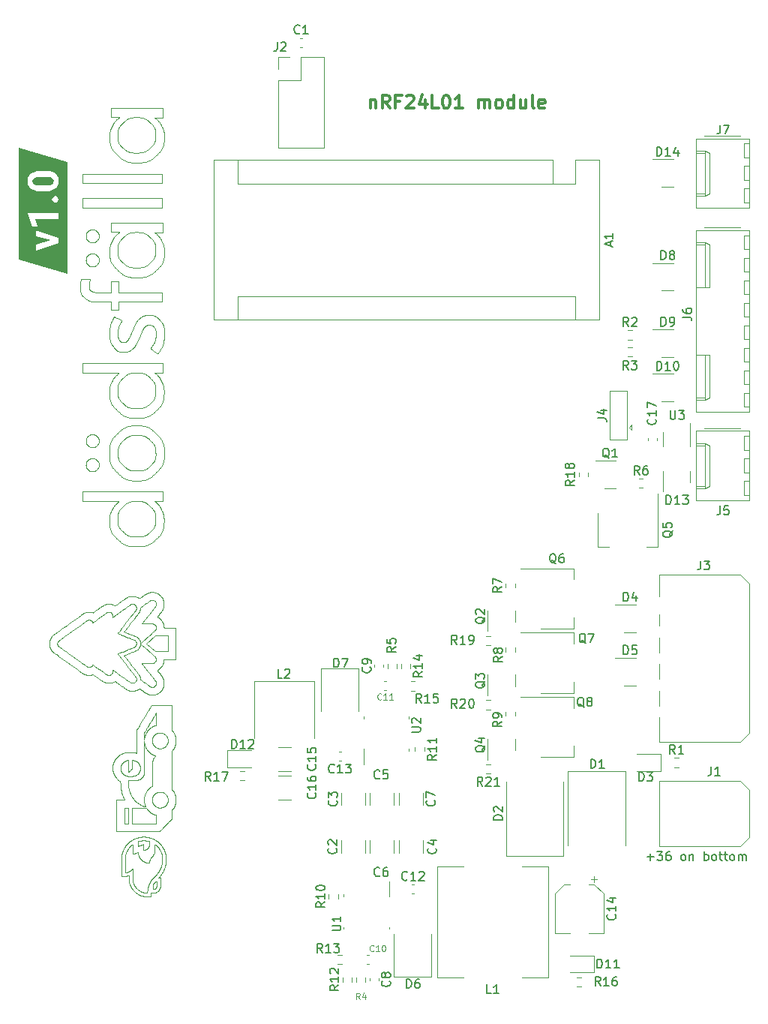
<source format=gbr>
%TF.GenerationSoftware,KiCad,Pcbnew,(6.0.1)*%
%TF.CreationDate,2023-02-14T20:17:07+00:00*%
%TF.ProjectId,dodsfalla_controller,646f6473-6661-46c6-9c61-5f636f6e7472,rev?*%
%TF.SameCoordinates,Original*%
%TF.FileFunction,Legend,Top*%
%TF.FilePolarity,Positive*%
%FSLAX46Y46*%
G04 Gerber Fmt 4.6, Leading zero omitted, Abs format (unit mm)*
G04 Created by KiCad (PCBNEW (6.0.1)) date 2023-02-14 20:17:07*
%MOMM*%
%LPD*%
G01*
G04 APERTURE LIST*
%ADD10C,0.300000*%
%ADD11C,0.150000*%
%ADD12C,0.050000*%
%ADD13C,0.100000*%
%ADD14C,0.120000*%
G04 APERTURE END LIST*
D10*
X152178571Y-46178571D02*
X152178571Y-47178571D01*
X152178571Y-46321428D02*
X152250000Y-46250000D01*
X152392857Y-46178571D01*
X152607142Y-46178571D01*
X152750000Y-46250000D01*
X152821428Y-46392857D01*
X152821428Y-47178571D01*
X154392857Y-47178571D02*
X153892857Y-46464285D01*
X153535714Y-47178571D02*
X153535714Y-45678571D01*
X154107142Y-45678571D01*
X154250000Y-45750000D01*
X154321428Y-45821428D01*
X154392857Y-45964285D01*
X154392857Y-46178571D01*
X154321428Y-46321428D01*
X154250000Y-46392857D01*
X154107142Y-46464285D01*
X153535714Y-46464285D01*
X155535714Y-46392857D02*
X155035714Y-46392857D01*
X155035714Y-47178571D02*
X155035714Y-45678571D01*
X155750000Y-45678571D01*
X156250000Y-45821428D02*
X156321428Y-45750000D01*
X156464285Y-45678571D01*
X156821428Y-45678571D01*
X156964285Y-45750000D01*
X157035714Y-45821428D01*
X157107142Y-45964285D01*
X157107142Y-46107142D01*
X157035714Y-46321428D01*
X156178571Y-47178571D01*
X157107142Y-47178571D01*
X158392857Y-46178571D02*
X158392857Y-47178571D01*
X158035714Y-45607142D02*
X157678571Y-46678571D01*
X158607142Y-46678571D01*
X159892857Y-47178571D02*
X159178571Y-47178571D01*
X159178571Y-45678571D01*
X160678571Y-45678571D02*
X160821428Y-45678571D01*
X160964285Y-45750000D01*
X161035714Y-45821428D01*
X161107142Y-45964285D01*
X161178571Y-46250000D01*
X161178571Y-46607142D01*
X161107142Y-46892857D01*
X161035714Y-47035714D01*
X160964285Y-47107142D01*
X160821428Y-47178571D01*
X160678571Y-47178571D01*
X160535714Y-47107142D01*
X160464285Y-47035714D01*
X160392857Y-46892857D01*
X160321428Y-46607142D01*
X160321428Y-46250000D01*
X160392857Y-45964285D01*
X160464285Y-45821428D01*
X160535714Y-45750000D01*
X160678571Y-45678571D01*
X162607142Y-47178571D02*
X161750000Y-47178571D01*
X162178571Y-47178571D02*
X162178571Y-45678571D01*
X162035714Y-45892857D01*
X161892857Y-46035714D01*
X161750000Y-46107142D01*
X164392857Y-47178571D02*
X164392857Y-46178571D01*
X164392857Y-46321428D02*
X164464285Y-46250000D01*
X164607142Y-46178571D01*
X164821428Y-46178571D01*
X164964285Y-46250000D01*
X165035714Y-46392857D01*
X165035714Y-47178571D01*
X165035714Y-46392857D02*
X165107142Y-46250000D01*
X165250000Y-46178571D01*
X165464285Y-46178571D01*
X165607142Y-46250000D01*
X165678571Y-46392857D01*
X165678571Y-47178571D01*
X166607142Y-47178571D02*
X166464285Y-47107142D01*
X166392857Y-47035714D01*
X166321428Y-46892857D01*
X166321428Y-46464285D01*
X166392857Y-46321428D01*
X166464285Y-46250000D01*
X166607142Y-46178571D01*
X166821428Y-46178571D01*
X166964285Y-46250000D01*
X167035714Y-46321428D01*
X167107142Y-46464285D01*
X167107142Y-46892857D01*
X167035714Y-47035714D01*
X166964285Y-47107142D01*
X166821428Y-47178571D01*
X166607142Y-47178571D01*
X168392857Y-47178571D02*
X168392857Y-45678571D01*
X168392857Y-47107142D02*
X168250000Y-47178571D01*
X167964285Y-47178571D01*
X167821428Y-47107142D01*
X167750000Y-47035714D01*
X167678571Y-46892857D01*
X167678571Y-46464285D01*
X167750000Y-46321428D01*
X167821428Y-46250000D01*
X167964285Y-46178571D01*
X168250000Y-46178571D01*
X168392857Y-46250000D01*
X169750000Y-46178571D02*
X169750000Y-47178571D01*
X169107142Y-46178571D02*
X169107142Y-46964285D01*
X169178571Y-47107142D01*
X169321428Y-47178571D01*
X169535714Y-47178571D01*
X169678571Y-47107142D01*
X169750000Y-47035714D01*
X170678571Y-47178571D02*
X170535714Y-47107142D01*
X170464285Y-46964285D01*
X170464285Y-45678571D01*
X171821428Y-47107142D02*
X171678571Y-47178571D01*
X171392857Y-47178571D01*
X171250000Y-47107142D01*
X171178571Y-46964285D01*
X171178571Y-46392857D01*
X171250000Y-46250000D01*
X171392857Y-46178571D01*
X171678571Y-46178571D01*
X171821428Y-46250000D01*
X171892857Y-46392857D01*
X171892857Y-46535714D01*
X171178571Y-46678571D01*
D11*
X183404761Y-131671428D02*
X184166666Y-131671428D01*
X183785714Y-132052380D02*
X183785714Y-131290476D01*
X184547619Y-131052380D02*
X185166666Y-131052380D01*
X184833333Y-131433333D01*
X184976190Y-131433333D01*
X185071428Y-131480952D01*
X185119047Y-131528571D01*
X185166666Y-131623809D01*
X185166666Y-131861904D01*
X185119047Y-131957142D01*
X185071428Y-132004761D01*
X184976190Y-132052380D01*
X184690476Y-132052380D01*
X184595238Y-132004761D01*
X184547619Y-131957142D01*
X186023809Y-131052380D02*
X185833333Y-131052380D01*
X185738095Y-131100000D01*
X185690476Y-131147619D01*
X185595238Y-131290476D01*
X185547619Y-131480952D01*
X185547619Y-131861904D01*
X185595238Y-131957142D01*
X185642857Y-132004761D01*
X185738095Y-132052380D01*
X185928571Y-132052380D01*
X186023809Y-132004761D01*
X186071428Y-131957142D01*
X186119047Y-131861904D01*
X186119047Y-131623809D01*
X186071428Y-131528571D01*
X186023809Y-131480952D01*
X185928571Y-131433333D01*
X185738095Y-131433333D01*
X185642857Y-131480952D01*
X185595238Y-131528571D01*
X185547619Y-131623809D01*
X187452380Y-132052380D02*
X187357142Y-132004761D01*
X187309523Y-131957142D01*
X187261904Y-131861904D01*
X187261904Y-131576190D01*
X187309523Y-131480952D01*
X187357142Y-131433333D01*
X187452380Y-131385714D01*
X187595238Y-131385714D01*
X187690476Y-131433333D01*
X187738095Y-131480952D01*
X187785714Y-131576190D01*
X187785714Y-131861904D01*
X187738095Y-131957142D01*
X187690476Y-132004761D01*
X187595238Y-132052380D01*
X187452380Y-132052380D01*
X188214285Y-131385714D02*
X188214285Y-132052380D01*
X188214285Y-131480952D02*
X188261904Y-131433333D01*
X188357142Y-131385714D01*
X188500000Y-131385714D01*
X188595238Y-131433333D01*
X188642857Y-131528571D01*
X188642857Y-132052380D01*
X189880952Y-132052380D02*
X189880952Y-131052380D01*
X189880952Y-131433333D02*
X189976190Y-131385714D01*
X190166666Y-131385714D01*
X190261904Y-131433333D01*
X190309523Y-131480952D01*
X190357142Y-131576190D01*
X190357142Y-131861904D01*
X190309523Y-131957142D01*
X190261904Y-132004761D01*
X190166666Y-132052380D01*
X189976190Y-132052380D01*
X189880952Y-132004761D01*
X190928571Y-132052380D02*
X190833333Y-132004761D01*
X190785714Y-131957142D01*
X190738095Y-131861904D01*
X190738095Y-131576190D01*
X190785714Y-131480952D01*
X190833333Y-131433333D01*
X190928571Y-131385714D01*
X191071428Y-131385714D01*
X191166666Y-131433333D01*
X191214285Y-131480952D01*
X191261904Y-131576190D01*
X191261904Y-131861904D01*
X191214285Y-131957142D01*
X191166666Y-132004761D01*
X191071428Y-132052380D01*
X190928571Y-132052380D01*
X191547619Y-131385714D02*
X191928571Y-131385714D01*
X191690476Y-131052380D02*
X191690476Y-131909523D01*
X191738095Y-132004761D01*
X191833333Y-132052380D01*
X191928571Y-132052380D01*
X192119047Y-131385714D02*
X192500000Y-131385714D01*
X192261904Y-131052380D02*
X192261904Y-131909523D01*
X192309523Y-132004761D01*
X192404761Y-132052380D01*
X192500000Y-132052380D01*
X192976190Y-132052380D02*
X192880952Y-132004761D01*
X192833333Y-131957142D01*
X192785714Y-131861904D01*
X192785714Y-131576190D01*
X192833333Y-131480952D01*
X192880952Y-131433333D01*
X192976190Y-131385714D01*
X193119047Y-131385714D01*
X193214285Y-131433333D01*
X193261904Y-131480952D01*
X193309523Y-131576190D01*
X193309523Y-131861904D01*
X193261904Y-131957142D01*
X193214285Y-132004761D01*
X193119047Y-132052380D01*
X192976190Y-132052380D01*
X193738095Y-132052380D02*
X193738095Y-131385714D01*
X193738095Y-131480952D02*
X193785714Y-131433333D01*
X193880952Y-131385714D01*
X194023809Y-131385714D01*
X194119047Y-131433333D01*
X194166666Y-131528571D01*
X194166666Y-132052380D01*
X194166666Y-131528571D02*
X194214285Y-131433333D01*
X194309523Y-131385714D01*
X194452380Y-131385714D01*
X194547619Y-131433333D01*
X194595238Y-131528571D01*
X194595238Y-132052380D01*
D12*
X124576369Y-131279903D02*
X124570897Y-131298791D01*
X128602974Y-117642933D02*
X128589128Y-117640647D01*
X120071340Y-64289086D02*
X120070330Y-64289086D01*
X121519394Y-64064913D02*
X121524525Y-64085887D01*
X127855780Y-130910423D02*
X127855642Y-130922050D01*
X119690816Y-91512472D02*
X119690816Y-91511707D01*
X120213288Y-64721264D02*
X120198039Y-64703643D01*
X127000219Y-126284350D02*
X126986179Y-126263088D01*
X124199773Y-122233301D02*
X124209194Y-122243089D01*
X121419279Y-86995343D02*
X121432876Y-87012143D01*
X128855569Y-93188482D02*
X128862514Y-93235342D01*
X129117956Y-132109497D02*
X129116700Y-132133293D01*
X128748279Y-62403946D02*
X128767811Y-62448981D01*
X123842258Y-83649227D02*
X123912365Y-83584760D01*
X123694584Y-63795441D02*
X123710020Y-63853750D01*
X124870003Y-123486415D02*
X124870052Y-123508774D01*
X127989017Y-116159570D02*
X127989017Y-116042940D01*
X124238003Y-133818520D02*
X124232814Y-133818520D01*
X127957360Y-72949184D02*
X127960340Y-72884704D01*
X125684370Y-127883568D02*
X125828936Y-127883568D01*
X125323719Y-133940192D02*
X125323719Y-133975581D01*
X127569556Y-118288677D02*
X127565575Y-118302108D01*
X120810642Y-88151539D02*
X120787959Y-88151490D01*
X120787959Y-88151490D02*
X120765328Y-88151287D01*
X120765328Y-65033146D02*
X120742786Y-65032676D01*
X128719722Y-91495964D02*
X128719722Y-91505810D01*
X121114540Y-67928154D02*
X121154198Y-67930533D01*
X125545191Y-111978402D02*
X125556553Y-111969921D01*
X126963725Y-129410858D02*
X126990899Y-129415248D01*
X122777039Y-49814819D02*
X122786995Y-49769280D01*
X128707320Y-77001833D02*
X128707320Y-77001833D01*
X125629184Y-82123600D02*
X125528688Y-82122708D01*
X129033749Y-131261161D02*
X129041139Y-131287460D01*
X128849239Y-124419169D02*
X128836785Y-124413253D01*
X121536662Y-87516357D02*
X121535070Y-87538522D01*
X126615943Y-122347645D02*
X126611133Y-122360812D01*
X124047664Y-121299353D02*
X124041986Y-121312190D01*
X128170006Y-135537446D02*
X128162322Y-135543965D01*
X125043379Y-133227699D02*
X125059603Y-133217542D01*
X124677201Y-110043899D02*
X124504177Y-109821379D01*
X125698299Y-111356996D02*
X125692761Y-111349376D01*
X124052468Y-73538573D02*
X124072401Y-73547454D01*
X128664366Y-60085036D02*
X128713182Y-60085036D01*
X126121020Y-70879917D02*
X126155348Y-70854215D01*
X121390482Y-86962710D02*
X121405116Y-86978884D01*
X126567177Y-122464192D02*
X126561407Y-122476975D01*
X125404176Y-104167360D02*
X125458517Y-104097500D01*
X127344777Y-131864905D02*
X127339484Y-131873866D01*
X120073081Y-64289086D02*
X120072270Y-64289086D01*
X121116197Y-60911736D02*
X121135233Y-60921000D01*
X126739555Y-70543864D02*
X126780144Y-70535910D01*
X128413259Y-71073623D02*
X128453540Y-71119857D01*
X126034264Y-129885875D02*
X126017234Y-129891124D01*
X127476175Y-102669750D02*
X127464802Y-102670788D01*
X119986960Y-111066106D02*
X119970943Y-111060477D01*
X127772467Y-125806289D02*
X127781856Y-125815914D01*
X121318507Y-64820414D02*
X121302872Y-64837366D01*
X122538272Y-112030392D02*
X122520297Y-112029595D01*
X121256447Y-84125845D02*
X121272379Y-84140540D01*
X125012541Y-61230940D02*
X124954079Y-61251294D01*
X126227874Y-107589331D02*
X126215900Y-107578676D01*
X124060840Y-131759041D02*
X124061881Y-131731817D01*
X128699266Y-57331371D02*
X128698346Y-57331371D01*
X128059703Y-124401835D02*
X128050814Y-124405839D01*
X119678413Y-58284080D02*
X119678413Y-58235303D01*
X127491322Y-58398317D02*
X127014893Y-58398317D01*
X120181917Y-104967999D02*
X120176877Y-104971237D01*
X127401166Y-131779021D02*
X127395431Y-131787487D01*
X128697518Y-54565648D02*
X128696812Y-54565648D01*
X127644856Y-135294140D02*
X127645162Y-135294140D01*
X127644680Y-135293779D02*
X127644680Y-135294127D01*
X129322560Y-118554228D02*
X129322607Y-118539917D01*
X119678413Y-55258257D02*
X119678413Y-55174075D01*
X120077268Y-64178938D02*
X120078803Y-64158582D01*
X120104842Y-87150690D02*
X120112508Y-87130673D01*
X128707492Y-91504035D02*
X128707492Y-91503065D01*
X122208414Y-111956407D02*
X122192653Y-111950749D01*
X123165937Y-111937281D02*
X123138669Y-111950429D01*
X120768471Y-104055237D02*
X120785356Y-104060680D01*
X128707320Y-91500000D02*
X128707320Y-91500000D01*
X127128178Y-126443452D02*
X127110774Y-126424959D01*
X127010955Y-135682059D02*
X127010955Y-135677749D01*
X122745654Y-63661573D02*
X122743186Y-63574149D01*
X127758668Y-124630010D02*
X127749572Y-124639872D01*
X126059548Y-131574542D02*
X126051424Y-131555771D01*
X121281986Y-86853367D02*
X121297774Y-86868675D01*
X124306419Y-122337976D02*
X124316639Y-122346858D01*
X123830861Y-61170302D02*
X123835721Y-61162889D01*
X125703611Y-120843962D02*
X125690890Y-120838163D01*
X122941805Y-47124587D02*
X122952831Y-47124587D01*
X127855864Y-130751859D02*
X127855864Y-130788048D01*
X127542708Y-118514703D02*
X127542705Y-118529340D01*
X120473330Y-66434691D02*
X120499094Y-66434691D01*
X119522222Y-105438933D02*
X119290962Y-105604515D01*
X126451687Y-83003099D02*
X126543757Y-83014973D01*
X127644680Y-134863094D02*
X127644680Y-134866462D01*
X125491753Y-107163297D02*
X125486758Y-107161294D01*
X124867087Y-77137502D02*
X124811170Y-77164557D01*
X127913510Y-93651650D02*
X127913570Y-93612624D01*
X120075288Y-87406468D02*
X120075288Y-87405134D01*
X123795991Y-69894983D02*
X123795991Y-69895290D01*
X124913227Y-134238129D02*
X124912580Y-134226797D01*
X127989189Y-127112633D02*
X127989189Y-127062568D01*
X125733348Y-119913093D02*
X125739741Y-119915215D01*
X121537639Y-61674176D02*
X121536555Y-61696309D01*
X125663623Y-95518079D02*
X125735855Y-95518263D01*
X126092928Y-107132063D02*
X126104372Y-107150172D01*
X124870172Y-121715043D02*
X124870172Y-121604872D01*
X120105448Y-58398317D02*
X119926832Y-58398317D01*
X128371452Y-133164184D02*
X128381084Y-133147512D01*
X124600208Y-95260878D02*
X124651112Y-95295063D01*
X127704306Y-75947633D02*
X128061653Y-75947633D01*
X120304703Y-61071407D02*
X120321597Y-61055963D01*
X120928788Y-60868155D02*
X120950756Y-60869736D01*
X128464383Y-110323911D02*
X128452803Y-110334419D01*
X128690128Y-119383608D02*
X128703022Y-119378778D01*
X128062393Y-134946053D02*
X128063467Y-134940369D01*
X123795991Y-67438412D02*
X123795991Y-67542252D01*
X119682801Y-54565648D02*
X119702331Y-54565648D01*
X120064085Y-64289086D02*
X120063656Y-64289086D01*
X125528688Y-96621047D02*
X125429056Y-96619014D01*
X126477860Y-72148041D02*
X126459675Y-72184158D01*
X128249772Y-70893690D02*
X128291294Y-70937281D01*
X125276730Y-130267579D02*
X125264196Y-130277098D01*
X123258911Y-122359080D02*
X123250559Y-122342367D01*
X123294570Y-77014257D02*
X123059809Y-77014235D01*
X126591514Y-130235837D02*
X126591514Y-130240761D01*
X127853382Y-126899891D02*
X127830155Y-126893169D01*
X125831715Y-104344756D02*
X125743133Y-104458544D01*
X125742415Y-111735731D02*
X125746077Y-111722128D01*
X128807645Y-102680603D02*
X128815516Y-102700721D01*
X124026439Y-123971097D02*
X124019866Y-123930192D01*
X123590473Y-128776795D02*
X123551940Y-128776795D01*
X129322614Y-125211176D02*
X129322608Y-125196540D01*
X126097224Y-103994331D02*
X126090880Y-104005239D01*
X124497156Y-119886187D02*
X124525452Y-119880650D01*
X129088161Y-132370204D02*
X129083840Y-132393795D01*
X125310111Y-127878853D02*
X125310111Y-127882703D01*
X123097956Y-49045528D02*
X123121854Y-49000781D01*
X127150323Y-57331371D02*
X127599827Y-57331371D01*
X125323719Y-133573711D02*
X125323719Y-133667191D01*
X121163809Y-63640689D02*
X121181883Y-63652180D01*
X128905594Y-72847011D02*
X128904865Y-72915097D01*
X124903721Y-133763861D02*
X124902618Y-133761015D01*
X120436545Y-104007183D02*
X120454870Y-104007273D01*
X124725801Y-130207421D02*
X124744423Y-130188460D01*
X128707440Y-77001833D02*
X128707426Y-77001833D01*
X128697843Y-131948958D02*
X128697845Y-131918627D01*
X130049847Y-125972713D02*
X130039526Y-125996698D01*
X126552306Y-132155865D02*
X126535350Y-132145505D01*
X128793430Y-80161517D02*
X128766415Y-80249836D01*
X125755837Y-131204319D02*
X125742870Y-131209316D01*
X122332684Y-111013954D02*
X122356880Y-111031269D01*
X128873180Y-105623933D02*
X128874646Y-105652791D01*
X120318651Y-104909128D02*
X120313140Y-104910639D01*
X128616721Y-110150927D02*
X128608031Y-110163510D01*
X126231458Y-112733295D02*
X126217839Y-112723535D01*
X124681736Y-89064344D02*
X124598709Y-89032096D01*
X125182042Y-88033012D02*
X125244741Y-88045323D01*
X124059197Y-132150851D02*
X124059197Y-132068610D01*
X120356781Y-85269294D02*
X120339750Y-85252887D01*
X126030651Y-108106914D02*
X126018359Y-108124565D01*
X123825999Y-79976227D02*
X123857075Y-80026820D01*
X127938374Y-86067880D02*
X127938374Y-86067866D01*
X120089114Y-87608346D02*
X120085025Y-87587035D01*
X122417509Y-112018076D02*
X122400836Y-112014955D01*
X126605886Y-113012729D02*
X126592319Y-113003258D01*
X121867907Y-103369828D02*
X121876869Y-103363449D01*
X124155284Y-48895676D02*
X124110143Y-48941135D01*
X128590069Y-110188260D02*
X128580764Y-110200403D01*
X121155264Y-85368502D02*
X121136678Y-85379073D01*
X123209717Y-104512972D02*
X123156149Y-104550522D01*
X120794532Y-83984377D02*
X120817019Y-83984352D01*
X127201304Y-123899029D02*
X127229131Y-123874726D01*
X127927809Y-63142985D02*
X127929847Y-63144032D01*
X123983726Y-121499216D02*
X123981934Y-121513399D01*
X129229163Y-125616432D02*
X129234778Y-125603920D01*
X128694937Y-54565648D02*
X128694919Y-54565648D01*
X120818626Y-62317458D02*
X120796137Y-62317438D01*
X124264232Y-77599730D02*
X124217483Y-77645151D01*
X130215238Y-125210373D02*
X130215227Y-125236997D01*
X123583130Y-61368188D02*
X123620074Y-61336587D01*
X125003940Y-124276595D02*
X125015057Y-124309725D01*
X128744527Y-60095117D02*
X128744527Y-60107439D01*
X125756403Y-103596446D02*
X125756538Y-103583674D01*
X126308145Y-129824887D02*
X126283981Y-129828076D01*
X128744500Y-48191188D02*
X128744436Y-48191188D01*
X116965913Y-107867893D02*
X116971907Y-107874175D01*
X125728094Y-112853475D02*
X125722038Y-112855494D01*
X124677478Y-103470166D02*
X124533366Y-103572578D01*
X121895346Y-69002149D02*
X121783372Y-69002149D01*
X127174028Y-119785785D02*
X127158768Y-119769646D01*
X125497860Y-135497792D02*
X125480389Y-135480171D01*
X122736392Y-103114610D02*
X122766138Y-103115341D01*
X128769557Y-51488081D02*
X128735553Y-51572176D01*
X125957789Y-130012321D02*
X125957789Y-130048556D01*
X122704585Y-86030434D02*
X122704585Y-86006857D01*
X119462793Y-66789922D02*
X119466977Y-66754552D01*
X126649653Y-118463815D02*
X126649668Y-118463815D01*
X127790663Y-64022842D02*
X127813568Y-63967212D01*
X125044904Y-111937138D02*
X125057783Y-111946354D01*
X127839656Y-77019838D02*
X127850708Y-77029441D01*
X128800684Y-109797756D02*
X128795799Y-109812585D01*
X128205427Y-133423952D02*
X128216313Y-133408111D01*
X121445815Y-87029339D02*
X121458003Y-87046989D01*
X125075039Y-111958948D02*
X125081586Y-111963685D01*
X128855492Y-112313527D02*
X128850664Y-112334714D01*
X126577556Y-61234980D02*
X126516831Y-61216700D01*
X128157738Y-110639194D02*
X128167263Y-110652560D01*
X123917401Y-88574029D02*
X123847247Y-88508503D01*
X120107208Y-64552305D02*
X120100203Y-64531940D01*
X128335474Y-104284769D02*
X128324298Y-104298262D01*
X127886787Y-109069726D02*
X127881817Y-109064140D01*
X127242438Y-136139567D02*
X127224426Y-136139567D01*
X127749455Y-134597036D02*
X127745220Y-134601572D01*
X128660472Y-80501113D02*
X128616858Y-80580448D01*
X120908233Y-85434301D02*
X120885955Y-85434956D01*
X123275137Y-92034668D02*
X123305278Y-91994854D01*
X128391827Y-130142926D02*
X128410558Y-130161706D01*
X125880475Y-95518150D02*
X125952491Y-95517642D01*
X126734604Y-125793118D02*
X126723130Y-125762609D01*
X127615941Y-124859165D02*
X127610319Y-124871856D01*
X126655115Y-124973801D02*
X126658167Y-124936273D01*
X125652462Y-120821081D02*
X125639625Y-120815426D01*
X128905541Y-50266742D02*
X128905730Y-50332738D01*
X127025570Y-135404602D02*
X127028319Y-135385084D01*
X128738052Y-48191188D02*
X128736971Y-48191188D01*
X128622630Y-111243427D02*
X128632040Y-111257675D01*
X124513483Y-131528155D02*
X124509440Y-131547397D01*
X124879120Y-122538244D02*
X124889598Y-122538244D01*
X127470701Y-113364664D02*
X127452614Y-113364209D01*
X128490287Y-132922540D02*
X128497753Y-132904764D01*
X128191930Y-117661128D02*
X128178921Y-117665396D01*
X125582689Y-122498579D02*
X125595732Y-122493480D01*
X126067589Y-65142048D02*
X126137428Y-65139247D01*
X124264802Y-51649111D02*
X124309880Y-51690589D01*
X127938374Y-93509133D02*
X127938374Y-93509146D01*
X127651344Y-49125676D02*
X127612335Y-49077942D01*
X127282747Y-113343128D02*
X127266556Y-113339141D01*
X125293137Y-133011838D02*
X125299867Y-133004397D01*
X128478462Y-135010624D02*
X128476618Y-135020522D01*
X121538765Y-64285425D02*
X121538754Y-64308120D01*
X128223152Y-135491069D02*
X128215680Y-135497797D01*
X116909454Y-107788461D02*
X116914065Y-107796258D01*
X127855864Y-130379374D02*
X127855864Y-130429369D01*
X127411074Y-119981453D02*
X127400018Y-119973757D01*
X128707268Y-54565648D02*
X128707187Y-54565648D01*
X127942674Y-86067946D02*
X127941711Y-86067946D01*
X122415023Y-54565648D02*
X123103050Y-54565648D01*
X128415127Y-119418778D02*
X128429569Y-119418795D01*
X127938374Y-79010668D02*
X127938374Y-79010668D01*
X123770865Y-91559095D02*
X123789408Y-91544762D01*
X128539918Y-104025039D02*
X128529994Y-104039071D01*
X120416701Y-91512489D02*
X120192076Y-91512489D01*
X127858341Y-116831521D02*
X127877867Y-116825730D01*
X129156288Y-119042604D02*
X129164165Y-119031619D01*
X120075726Y-84766253D02*
X120075411Y-84749849D01*
X126659126Y-130864981D02*
X126668811Y-130864331D01*
X126624679Y-122321001D02*
X126620471Y-122334379D01*
X124870000Y-122987082D02*
X124870000Y-122990868D01*
X125729790Y-131214089D02*
X125716613Y-131218672D01*
X125815810Y-135773619D02*
X125795170Y-135759674D01*
X123684785Y-62614895D02*
X123673575Y-62672828D01*
X127261813Y-132053812D02*
X127258064Y-132064424D01*
X125224346Y-65122181D02*
X125291008Y-65129749D01*
X122704585Y-86175383D02*
X122704585Y-86142866D01*
X125716613Y-131218672D02*
X125703357Y-131223102D01*
X128707492Y-91505090D02*
X128707492Y-91504035D01*
X120745550Y-105047834D02*
X120737669Y-105039779D01*
X127910245Y-93805253D02*
X127912145Y-93749041D01*
X127125234Y-113292672D02*
X127109725Y-113287053D01*
X124555491Y-131355839D02*
X124550590Y-131374941D01*
X126196039Y-102432540D02*
X126209337Y-102422787D01*
X126544683Y-70607007D02*
X126582584Y-70591334D01*
X127938374Y-50181216D02*
X127938374Y-50174361D01*
X128873727Y-133101726D02*
X128864418Y-133123683D01*
X125476135Y-134749839D02*
X125486669Y-134770508D01*
X120376151Y-86829596D02*
X120393643Y-86815149D01*
X128664109Y-132354959D02*
X128667791Y-132336153D01*
X128699936Y-94917895D02*
X128660472Y-94999422D01*
X124334625Y-109603324D02*
X124175487Y-109398662D01*
X128054113Y-48203246D02*
X127990789Y-48203246D01*
X123657814Y-106429792D02*
X123650295Y-106426784D01*
X126656736Y-118331316D02*
X126658499Y-118310228D01*
X123034069Y-104260336D02*
X123030837Y-104252833D01*
X122980005Y-104162263D02*
X122975694Y-104155641D01*
X128597691Y-103940078D02*
X128588212Y-103954301D01*
X128766415Y-94748126D02*
X128735250Y-94834143D01*
X123780883Y-65544556D02*
X123710871Y-65478300D01*
X128476618Y-135020522D02*
X128474593Y-135030404D01*
X127280311Y-117156088D02*
X127296913Y-117142861D01*
X127839038Y-125872904D02*
X127848728Y-125882211D01*
X129322208Y-125269591D02*
X129322442Y-125255034D01*
X128082719Y-117703568D02*
X128078678Y-117705280D01*
X124591161Y-64884090D02*
X124641361Y-64917574D01*
X128724493Y-48194898D02*
X128722431Y-48195900D01*
X128215589Y-110513820D02*
X128201584Y-110521267D01*
X123084062Y-121626985D02*
X123084080Y-121601843D01*
X125608453Y-103908669D02*
X125614862Y-103900525D01*
X120461468Y-60944501D02*
X120480063Y-60933386D01*
X128442829Y-110991427D02*
X128453659Y-111005067D01*
X128666479Y-110073715D02*
X128658335Y-110086693D01*
X126585882Y-130234570D02*
X126589615Y-130233326D01*
X119465602Y-67825261D02*
X119457889Y-67766433D01*
X124361423Y-95062632D02*
X124407639Y-95104869D01*
X124417601Y-120873631D02*
X124405666Y-120880413D01*
X129153987Y-125743756D02*
X129162021Y-125733102D01*
X128397529Y-133869222D02*
X128381629Y-133887041D01*
X124970701Y-73037486D02*
X124990087Y-72997932D01*
X126905723Y-126129119D02*
X126898889Y-126120977D01*
X125756595Y-117558373D02*
X125756595Y-117486331D01*
X126367090Y-132009241D02*
X126353002Y-131995383D01*
X127273280Y-132022214D02*
X127269445Y-132032732D01*
X128920654Y-72648610D02*
X128919975Y-72648610D01*
X123702062Y-78395788D02*
X123687463Y-78453060D01*
X120663081Y-110166019D02*
X120672455Y-110159169D01*
X128650453Y-130442138D02*
X128665256Y-130463971D01*
X125768670Y-131199061D02*
X125755837Y-131204319D01*
X128707492Y-77002175D02*
X128707492Y-77001999D01*
X126105625Y-91505172D02*
X126037443Y-91502528D01*
X120391244Y-62182769D02*
X120373934Y-62167190D01*
X124344948Y-81862904D02*
X124265590Y-81816405D01*
X124924244Y-91611555D02*
X124867087Y-91636014D01*
X126099064Y-121225735D02*
X126092852Y-121213328D01*
X128067554Y-134888150D02*
X128067565Y-134884638D01*
X123657213Y-63550028D02*
X123663265Y-63612930D01*
X125224346Y-52161581D02*
X125291008Y-52169142D01*
X127841068Y-105459060D02*
X127830420Y-105448695D01*
X122729586Y-94179780D02*
X122723713Y-94087648D01*
X127938374Y-93472151D02*
X127938374Y-93452193D01*
X128558463Y-48203246D02*
X128500229Y-48203246D01*
X129229395Y-124805888D02*
X129223652Y-124793473D01*
X125331571Y-131285812D02*
X125328309Y-131279318D01*
X128343471Y-117634459D02*
X128329140Y-117635341D01*
X124318789Y-112516445D02*
X124233872Y-112455980D01*
X120952326Y-62313624D02*
X120930369Y-62315247D01*
X125343553Y-67935375D02*
X125758897Y-67935375D01*
X125590891Y-111215381D02*
X125584154Y-111207008D01*
X122576367Y-112031313D02*
X122556893Y-112030951D01*
X127715819Y-96039581D02*
X127643212Y-96101037D01*
X129047769Y-119164012D02*
X129057293Y-119154266D01*
X123762186Y-92728327D02*
X123739442Y-92782680D01*
X128269355Y-134004044D02*
X128261346Y-134012082D01*
X124270135Y-94976487D02*
X124315645Y-95019732D01*
X125323769Y-134058058D02*
X125323826Y-134064674D01*
X120075288Y-64268335D02*
X120075288Y-64258856D01*
X121846587Y-103385071D02*
X121854098Y-103379700D01*
X126204186Y-112714036D02*
X126190493Y-112705100D01*
X125478117Y-74160473D02*
X125443095Y-74195166D01*
X125756595Y-103557069D02*
X125756583Y-103543227D01*
X124573634Y-53137584D02*
X124490293Y-53101063D01*
X124783314Y-69002149D02*
X124488017Y-69002149D01*
X130198539Y-118826640D02*
X130194127Y-118852316D01*
X123072743Y-110718606D02*
X123074087Y-110709708D01*
X124004128Y-106568301D02*
X123893808Y-106524178D01*
X123825742Y-54565648D02*
X124559990Y-54565648D01*
X128067565Y-134854811D02*
X128067565Y-134842447D01*
X124315645Y-95019732D02*
X124361423Y-95062632D01*
X128074201Y-65372459D02*
X128004505Y-65437877D01*
X116962998Y-107281138D02*
X116957228Y-107287678D01*
X124488017Y-69002149D02*
X124257954Y-69002149D01*
X123765145Y-123014300D02*
X123751435Y-123001520D01*
X120481404Y-62249711D02*
X120462786Y-62238101D01*
X125756411Y-107586052D02*
X125756423Y-107574910D01*
X127492648Y-131657141D02*
X127486145Y-131664875D01*
X121365429Y-61114567D02*
X121380506Y-61130267D01*
X128672094Y-74073637D02*
X128630264Y-74159520D01*
X127841309Y-120352905D02*
X127855176Y-120337444D01*
X123021659Y-69895290D02*
X122975359Y-69895290D01*
X127938359Y-50187613D02*
X127938374Y-50187621D01*
X124550575Y-80725891D02*
X124600208Y-80762319D01*
X120885955Y-62316987D02*
X120863570Y-62317321D01*
X123795262Y-66719945D02*
X123795974Y-66719945D01*
X126070578Y-130406432D02*
X126112040Y-130392604D01*
X125324450Y-134094256D02*
X125324739Y-134101901D01*
X127432885Y-136139567D02*
X127431218Y-136139567D01*
X127644725Y-124796249D02*
X127638789Y-124808686D01*
X125710687Y-108370901D02*
X125695388Y-108377339D01*
X119936825Y-104097663D02*
X119953064Y-104091676D01*
X128709641Y-117673058D02*
X128696682Y-117668208D01*
X128331546Y-110856275D02*
X128342741Y-110869766D01*
X123890745Y-94574525D02*
X123926893Y-94622292D01*
X123174392Y-84339036D02*
X123234742Y-84266799D01*
X125314774Y-132987812D02*
X125315539Y-132986902D01*
X128017519Y-135634356D02*
X128008187Y-135638334D01*
X128694556Y-132127156D02*
X128695557Y-132107932D01*
X124915927Y-112877878D02*
X124883895Y-112867625D01*
X120565142Y-104012066D02*
X120583610Y-104014025D01*
X127331395Y-112426249D02*
X127340659Y-112432112D01*
X128139040Y-95648239D02*
X128069449Y-95714482D01*
X122493745Y-103118255D02*
X122511311Y-103116904D01*
X123647356Y-63293318D02*
X123648246Y-63357865D01*
X124747042Y-128776795D02*
X124406676Y-128776795D01*
X125325086Y-134109548D02*
X125325492Y-134117197D01*
X127928973Y-95846284D02*
X127858454Y-95911736D01*
X123308693Y-103291576D02*
X123321715Y-103299931D01*
X129000775Y-114513410D02*
X129186387Y-114513410D01*
X126047986Y-122152168D02*
X126055635Y-122140939D01*
X125310283Y-121639312D02*
X125310283Y-121643579D01*
X128682718Y-110047728D02*
X128674614Y-110060731D01*
X127989017Y-115406946D02*
X127989017Y-115406725D01*
X127938374Y-79010668D02*
X127938374Y-79010668D01*
X122860225Y-71539419D02*
X122884559Y-71463006D01*
X123068909Y-104403847D02*
X123067410Y-104394983D01*
X127568036Y-113365153D02*
X127547458Y-113365160D01*
X126790908Y-80865295D02*
X126845061Y-80837735D01*
X125628187Y-107893354D02*
X125635268Y-107885012D01*
X127847269Y-109030364D02*
X127843928Y-109027352D01*
X124013739Y-123888992D02*
X124008094Y-123847474D01*
X120861968Y-83984475D02*
X120884358Y-83984790D01*
X121287144Y-64854138D02*
X121271269Y-64870619D01*
X128752293Y-49452448D02*
X128771680Y-49497692D01*
X127647884Y-92442854D02*
X127608322Y-92394734D01*
X127777247Y-124610601D02*
X127767902Y-124620261D01*
X128609733Y-132598086D02*
X128614649Y-132579591D01*
X124508557Y-120829705D02*
X124502327Y-120832456D01*
X127936834Y-79010668D02*
X127937458Y-79010668D01*
X123152991Y-121122725D02*
X123162737Y-121095836D01*
X128707320Y-55629021D02*
X128707320Y-55631597D01*
X128791117Y-102640646D02*
X128799491Y-102660586D01*
X127221463Y-106672774D02*
X127360181Y-106549345D01*
X127027186Y-108300548D02*
X126879265Y-108168929D01*
X126578798Y-112993694D02*
X126565319Y-112984035D01*
X127677024Y-134713601D02*
X127674445Y-134719463D01*
X127994332Y-113289421D02*
X127974305Y-113297540D01*
X130005544Y-124353651D02*
X130017212Y-124376825D01*
X127260323Y-101807287D02*
X127276449Y-101803368D01*
X128696908Y-132068582D02*
X128697316Y-132047777D01*
X124454521Y-125211051D02*
X124454521Y-125211023D01*
X127685774Y-135294140D02*
X127687280Y-135294140D01*
X120803322Y-86687898D02*
X120826019Y-86687891D01*
X120075288Y-61577224D02*
X120075288Y-61578201D01*
X123434089Y-88097559D02*
X123367347Y-88027809D01*
X127699201Y-124702459D02*
X127691602Y-124713538D01*
X130166925Y-125652608D02*
X130159418Y-125677610D01*
X122878389Y-67935375D02*
X122878390Y-67935161D01*
X127625191Y-94665427D02*
X127661861Y-94618279D01*
X127648993Y-134798509D02*
X127647993Y-134804931D01*
X126203353Y-121677686D02*
X126203413Y-121662902D01*
X125060125Y-88000668D02*
X125120497Y-88018121D01*
X128178921Y-124351798D02*
X128166260Y-124356418D01*
X123004349Y-49226107D02*
X123027607Y-49180890D01*
X128131990Y-124370095D02*
X128122348Y-124374202D01*
X127007243Y-135715760D02*
X127009398Y-135715166D01*
X120075726Y-61648283D02*
X120075411Y-61631880D01*
X127771232Y-134574844D02*
X127766835Y-134579247D01*
X125497529Y-53298519D02*
X125398796Y-53295655D01*
X127540935Y-129570038D02*
X127565744Y-129580045D01*
X124059197Y-133737903D02*
X124059197Y-133681811D01*
X127914442Y-103362990D02*
X127919866Y-103355538D01*
X126633732Y-71909866D02*
X126617026Y-71929421D01*
X122878390Y-67696431D02*
X122878390Y-67609131D01*
X128486260Y-134940991D02*
X128485687Y-134950903D01*
X125439755Y-106665965D02*
X125506809Y-106692852D01*
X123649636Y-106423804D02*
X123656092Y-106415501D01*
X128704208Y-54565648D02*
X128704995Y-54565648D01*
X128231330Y-126085881D02*
X128244876Y-126089086D01*
X122987306Y-80555453D02*
X122943100Y-80476145D01*
X126265007Y-130341587D02*
X126319199Y-130323513D01*
X127897138Y-135216012D02*
X127901769Y-135212249D01*
X116918728Y-107803995D02*
X116923464Y-107811651D01*
X126501431Y-130262736D02*
X126530256Y-130253123D01*
X126649565Y-118463815D02*
X126649566Y-118463815D01*
X124405274Y-91963297D02*
X124358023Y-92007803D01*
X125323719Y-133016381D02*
X125323719Y-133045644D01*
X128621732Y-78034103D02*
X128644777Y-78080963D01*
X127150323Y-54565648D02*
X127599827Y-54565648D01*
X127676479Y-133994253D02*
X127688896Y-133981682D01*
X124357206Y-133817792D02*
X124343640Y-133818020D01*
X127705865Y-71811743D02*
X127688592Y-71793412D01*
X122981333Y-49271327D02*
X123004349Y-49226107D01*
X127460212Y-80343005D02*
X127503608Y-80300485D01*
X124040682Y-124052178D02*
X124033397Y-124011746D01*
X124169306Y-67935375D02*
X124370928Y-67935375D01*
X127989326Y-109384739D02*
X127989361Y-109372976D01*
X121424371Y-85109101D02*
X121410549Y-85125631D01*
X127850173Y-109033000D02*
X127847269Y-109030364D01*
X126101388Y-102464423D02*
X126115201Y-102465897D01*
X120087691Y-84509241D02*
X120092387Y-84488325D01*
X126110126Y-131685716D02*
X126101264Y-131667538D01*
X126017746Y-70963900D02*
X126052241Y-70934263D01*
X127988642Y-105851809D02*
X127989087Y-105836108D01*
X120968246Y-104013069D02*
X121019774Y-103976295D01*
X127922255Y-85625473D02*
X127913967Y-85564187D01*
X127903234Y-85503324D02*
X127889799Y-85443743D01*
X126003457Y-104124227D02*
X125981702Y-104152132D01*
X126893523Y-136132938D02*
X126881558Y-136132346D01*
X127939198Y-109154551D02*
X127935838Y-109147360D01*
X122785722Y-73313266D02*
X122774058Y-73247864D01*
X128877853Y-78931242D02*
X128879339Y-78985205D01*
X120105157Y-84948794D02*
X120098479Y-84928537D01*
X125926124Y-48191294D02*
X125857861Y-48190909D01*
X123795991Y-67934114D02*
X123795991Y-67935320D01*
X125955402Y-106940727D02*
X125969245Y-106956779D01*
X116943505Y-107841064D02*
X116948873Y-107848026D01*
X122878390Y-69040445D02*
X122878390Y-69022675D01*
X123035662Y-95131174D02*
X122987306Y-95053762D01*
X127205379Y-119817227D02*
X127189564Y-119801645D01*
X124870172Y-121250227D02*
X124870172Y-121139159D01*
X119806600Y-55632250D02*
X119733197Y-55632250D01*
X125098759Y-102233691D02*
X125132341Y-102231138D01*
X127935618Y-78761038D02*
X127932766Y-78707926D01*
X128255549Y-134018231D02*
X128252156Y-134022743D01*
X128207572Y-95581466D02*
X128139040Y-95648239D01*
X129217748Y-118096234D02*
X129211655Y-118084090D01*
X121151408Y-88086787D02*
X121132559Y-88097260D01*
X126523350Y-109805429D02*
X126592114Y-109805429D01*
X124375160Y-125072088D02*
X124356701Y-125038755D01*
X124047314Y-80260526D02*
X124090456Y-80304574D01*
X127194614Y-71631275D02*
X127168623Y-71631277D01*
X123078977Y-104475085D02*
X123077999Y-104466131D01*
X124481910Y-132496690D02*
X124481910Y-132633487D01*
X125892228Y-122979318D02*
X125877923Y-122980884D01*
X129322220Y-125152770D02*
X129321843Y-125138271D01*
X128588506Y-126096246D02*
X128602343Y-126093960D01*
X127922255Y-93092950D02*
X127913967Y-93034399D01*
X127938374Y-93509114D02*
X127938374Y-93509122D01*
X128150348Y-61445958D02*
X128184317Y-61479984D01*
X127791407Y-112410888D02*
X127802531Y-112401626D01*
X121525946Y-64485447D02*
X121521113Y-64506534D01*
X126757811Y-135704262D02*
X126780835Y-135707249D01*
X126045134Y-107060424D02*
X126057213Y-107078280D01*
X126788642Y-117832793D02*
X126796522Y-117812780D01*
X125713380Y-107375193D02*
X125707681Y-107365636D01*
X128707492Y-77004037D02*
X128707492Y-77003358D01*
X123648424Y-50014486D02*
X123647423Y-50077067D01*
X129998913Y-117656087D02*
X130010857Y-117679092D01*
X128738016Y-61153807D02*
X128735539Y-61154633D01*
X125750366Y-107673485D02*
X125752134Y-107662840D01*
X128798947Y-117711138D02*
X128786251Y-117705518D01*
X120632722Y-88140562D02*
X120611499Y-88136153D01*
X127399537Y-102685454D02*
X127389091Y-102689394D01*
X124481910Y-131893403D02*
X124481910Y-131894155D01*
X125340294Y-134254855D02*
X125341331Y-134262494D01*
X121536463Y-84591002D02*
X121537580Y-84613126D01*
X125957789Y-130435101D02*
X125957789Y-130440213D01*
X116042702Y-107077112D02*
X116054154Y-107053860D01*
X127796970Y-131206503D02*
X127793062Y-131216932D01*
X126736079Y-87946543D02*
X126791889Y-87920597D01*
X124481910Y-132001592D02*
X124481910Y-132063057D01*
X122411358Y-104077030D02*
X122406422Y-104080261D01*
X127232141Y-117197331D02*
X127247925Y-117183323D01*
X122704585Y-86067774D02*
X122704585Y-86067718D01*
X124697478Y-73420592D02*
X124714096Y-73402378D01*
X128696744Y-61164040D02*
X128684990Y-61164040D01*
X127197941Y-130416874D02*
X127201035Y-130407895D01*
X120075288Y-84702753D02*
X120075288Y-84703059D01*
X127847439Y-77004678D02*
X127837062Y-77007845D01*
X127883201Y-105501305D02*
X127872764Y-105490687D01*
X128875592Y-93378575D02*
X128877853Y-93429580D01*
X127222477Y-130253949D02*
X127222483Y-130248189D01*
X124679988Y-48430869D02*
X124628889Y-48466430D01*
X119822625Y-66434691D02*
X119906137Y-66434691D01*
X123059809Y-77014235D02*
X122772765Y-77014235D01*
X122716929Y-79111224D02*
X122717300Y-79049529D01*
X122704637Y-86270153D02*
X122704585Y-86217497D01*
X125653613Y-48191170D02*
X125586117Y-48192010D01*
X122774470Y-87010587D02*
X122755409Y-86921518D01*
X127938374Y-79010668D02*
X127938374Y-79010668D01*
X128115390Y-61412639D02*
X128150348Y-61445958D01*
X123695342Y-72148918D02*
X123687614Y-72207553D01*
X124059689Y-133818520D02*
X124059265Y-133818520D01*
X123151259Y-61151637D02*
X123091945Y-61151637D01*
X125639578Y-65144677D02*
X125711079Y-65144979D01*
X120534347Y-66434691D02*
X120534344Y-66434691D01*
X116236373Y-108399224D02*
X116220927Y-108378268D01*
X124536220Y-120817493D02*
X124531423Y-120819611D01*
X128417209Y-135214896D02*
X128413249Y-135224128D01*
X124073311Y-131593191D02*
X124076950Y-131565804D01*
X118056809Y-108657673D02*
X118329613Y-108853001D01*
X127909671Y-119249458D02*
X127920443Y-119257427D01*
X127896115Y-93991042D02*
X127902528Y-93927330D01*
X128486635Y-128645038D02*
X128436515Y-128695161D01*
X127938374Y-79008582D02*
X127938374Y-79004911D01*
X120523824Y-66434691D02*
X120523211Y-66434691D01*
X128004505Y-65437877D02*
X127934700Y-65503162D01*
X127190073Y-136139567D02*
X127183487Y-136139567D01*
X125437881Y-120756588D02*
X125423552Y-120755225D01*
X129321201Y-118610799D02*
X129321794Y-118596765D01*
X125604114Y-111231984D02*
X125597549Y-111223712D01*
X129314456Y-125053128D02*
X129312159Y-125039320D01*
X127528844Y-61945121D02*
X127484941Y-61899390D01*
X128854286Y-130783337D02*
X128866713Y-130806813D01*
X126193574Y-111455720D02*
X126195439Y-111468165D01*
X123402340Y-122601601D02*
X123392215Y-122585739D01*
X128522424Y-55632250D02*
X128372903Y-55632250D01*
X125756595Y-117486331D02*
X125756595Y-117437585D01*
X123507910Y-77275921D02*
X123545081Y-77242279D01*
X124367704Y-106236109D02*
X124378542Y-106240455D01*
X123190896Y-92159246D02*
X123217966Y-92116881D01*
X130125855Y-109359031D02*
X130072997Y-109359031D01*
X122718098Y-78992193D02*
X122719486Y-78938499D01*
X129193380Y-118985961D02*
X129200115Y-118974118D01*
X124487707Y-133381150D02*
X124492116Y-133392524D01*
X123337987Y-48663395D02*
X123369330Y-48624795D01*
X127011877Y-135577903D02*
X127012458Y-135559284D01*
X128731004Y-48191733D02*
X128730276Y-48192087D01*
X116223408Y-106762185D02*
X116238951Y-106741601D01*
X124054238Y-71080820D02*
X124086354Y-71098205D01*
X123274097Y-120832100D02*
X123286121Y-120806338D01*
X127442531Y-120003276D02*
X127437873Y-120000046D01*
X122740949Y-78699848D02*
X122749079Y-78653977D01*
X120218112Y-104947479D02*
X120212893Y-104950131D01*
X124522875Y-87692361D02*
X124571639Y-87732692D01*
X126651078Y-118431624D02*
X126651589Y-118419492D01*
X115991427Y-107937424D02*
X115984235Y-107912412D01*
X128067565Y-134872461D02*
X128067565Y-134869171D01*
X124441492Y-122429344D02*
X124453923Y-122435518D01*
X127932637Y-62843692D02*
X127928275Y-62788265D01*
X128502428Y-133739431D02*
X128488121Y-133758519D01*
X121222200Y-88035351D02*
X121205177Y-88049560D01*
X127485171Y-106438130D02*
X127590572Y-106344345D01*
X125749988Y-103442538D02*
X125747187Y-103428566D01*
X123912365Y-83584760D02*
X123983180Y-83522263D01*
X124136055Y-131298495D02*
X124143418Y-131272187D01*
X115952629Y-107620993D02*
X115952549Y-107593534D01*
X120785356Y-104060680D02*
X120801081Y-104065910D01*
X127338473Y-81821187D02*
X127257594Y-81866803D01*
X127557147Y-118714675D02*
X127560299Y-118728224D01*
X129768753Y-122528137D02*
X129768753Y-122884186D01*
X127548525Y-105346873D02*
X127537943Y-105346873D01*
X126114331Y-88073035D02*
X126180875Y-88069698D01*
X128078678Y-124393424D02*
X128073682Y-124395633D01*
X128698346Y-57331371D02*
X128697518Y-57331371D01*
X125310283Y-121096847D02*
X125310283Y-121175735D01*
X124809283Y-130782567D02*
X124798964Y-130799270D01*
X127919749Y-50178308D02*
X127921606Y-50179237D01*
X123800294Y-67935375D02*
X123816591Y-67935375D01*
X123051507Y-110832646D02*
X123053565Y-110824204D01*
X127410975Y-74332616D02*
X127386455Y-74311492D01*
X127904955Y-111769886D02*
X127901986Y-111766138D01*
X125535018Y-111146764D02*
X125524307Y-111133127D01*
X127025490Y-136138164D02*
X127013451Y-136137842D01*
X122400836Y-112014955D02*
X122384288Y-112011489D01*
X126140934Y-129856014D02*
X126117710Y-129861988D01*
X127816150Y-131153924D02*
X127812343Y-131164477D01*
X115956384Y-107402548D02*
X115958539Y-107375856D01*
X127938374Y-78998395D02*
X127938374Y-78988216D01*
X125644958Y-103260619D02*
X125634604Y-103249960D01*
X128706860Y-57331371D02*
X128707066Y-57331371D01*
X126262851Y-129404842D02*
X126290340Y-129401622D01*
X120787959Y-65033349D02*
X120765328Y-65033146D01*
X125252219Y-133056060D02*
X125264195Y-133043366D01*
X127938381Y-86067946D02*
X127938374Y-86067946D01*
X124949955Y-119858638D02*
X124957104Y-119858519D01*
X126090727Y-108017526D02*
X126078943Y-108035504D01*
X126200930Y-121750854D02*
X126201832Y-121736368D01*
X125866102Y-131146670D02*
X125854431Y-131154218D01*
X125460769Y-131283658D02*
X125447058Y-131285017D01*
X127244299Y-87587127D02*
X127291244Y-87543438D01*
X128707274Y-57331371D02*
X128707309Y-57331371D01*
X123795991Y-69838782D02*
X123795991Y-69862376D01*
X122492433Y-104035647D02*
X122487380Y-104037696D01*
X128640502Y-61164040D02*
X128604895Y-61164040D01*
X127756581Y-116866465D02*
X127776780Y-116858752D01*
X126081194Y-107114068D02*
X126092928Y-107132063D01*
X123684198Y-86055067D02*
X123684229Y-86120950D01*
X127200005Y-84519279D02*
X127152492Y-84476681D01*
X127706395Y-135294091D02*
X127710980Y-135294005D01*
X123812823Y-71732676D02*
X123789299Y-71792674D01*
X122741835Y-50263968D02*
X122742347Y-50204224D01*
X128453659Y-111005067D02*
X128464383Y-111018752D01*
X128231881Y-117650068D02*
X128218446Y-117653439D01*
X123514082Y-122753490D02*
X123501955Y-122738911D01*
X122502543Y-104031596D02*
X122497487Y-104033618D01*
X128845066Y-103419494D02*
X128840269Y-103436021D01*
X124578886Y-61464630D02*
X124529835Y-61504280D01*
X125266633Y-108072943D02*
X125342858Y-108042456D01*
X128624332Y-133561955D02*
X128611077Y-133581922D01*
X128817455Y-119329385D02*
X128829995Y-119323566D01*
X123101778Y-121901272D02*
X123098531Y-121883106D01*
X129267351Y-118209526D02*
X129262053Y-118196799D01*
X127011470Y-135595779D02*
X127011877Y-135577903D01*
X123612821Y-110919338D02*
X123777092Y-111036077D01*
X126966124Y-48471097D02*
X126914703Y-48435880D01*
X124560489Y-131336772D02*
X124555491Y-131355839D01*
X126181450Y-107323380D02*
X126186445Y-107344038D01*
X126591856Y-52107250D02*
X126650749Y-52087951D01*
X124453693Y-125209255D02*
X124452217Y-125206698D01*
X127301363Y-131949956D02*
X127297120Y-131960025D01*
X127297120Y-131960025D02*
X127292977Y-131970204D01*
X127938374Y-86067946D02*
X127938374Y-86067946D01*
X123162737Y-121095836D02*
X123172949Y-121069106D01*
X123734220Y-86686168D02*
X123750660Y-86743699D01*
X126180426Y-107826626D02*
X126174558Y-107846943D01*
X126191078Y-103705180D02*
X126188744Y-103717601D01*
X116208444Y-106783203D02*
X116223408Y-106762185D01*
X127542705Y-121179285D02*
X127542705Y-121168953D01*
X125307559Y-103114460D02*
X125294750Y-103114525D01*
X128930901Y-72521482D02*
X128930906Y-72560073D01*
X127545185Y-118630971D02*
X127546360Y-118645206D01*
X127868908Y-55632250D02*
X127491322Y-55632250D01*
X124483995Y-73564951D02*
X124503253Y-73559259D01*
X124441251Y-119899320D02*
X124469089Y-119892411D01*
X122764544Y-73180523D02*
X122757101Y-73111292D01*
X128038135Y-126010023D02*
X128050691Y-126015807D01*
X128007172Y-117737292D02*
X127995232Y-117743274D01*
X129062590Y-131366567D02*
X129069313Y-131393059D01*
X127543048Y-118470897D02*
X127542840Y-118485469D01*
X120063344Y-87407227D02*
X120063130Y-87407227D01*
X122861467Y-62492734D02*
X122879853Y-62447711D01*
X121529823Y-64464040D02*
X121525946Y-64485447D01*
X126977400Y-136136664D02*
X126965399Y-136136203D01*
X126577556Y-48274531D02*
X126516831Y-48256250D01*
X127975883Y-126931510D02*
X127968647Y-126929728D01*
X122708849Y-86480745D02*
X122706335Y-86403204D01*
X116252383Y-108419726D02*
X116236373Y-108399224D01*
X122295768Y-110987529D02*
X122332684Y-111013954D01*
X121538340Y-64353382D02*
X121537715Y-64375873D01*
X126240028Y-96615015D02*
X126138536Y-96618757D01*
X126292854Y-135559357D02*
X126314173Y-135568330D01*
X128395396Y-61741053D02*
X128421983Y-61782099D01*
X126648226Y-122181246D02*
X126647346Y-122195414D01*
X123041044Y-47124587D02*
X123137132Y-47124587D01*
X127012458Y-135559284D02*
X127013242Y-135540205D01*
X127148617Y-110801455D02*
X127010045Y-110623996D01*
X124960393Y-134528799D02*
X124955950Y-134507608D01*
X122867136Y-94810126D02*
X122835379Y-94725112D01*
X122610758Y-111138530D02*
X122617437Y-111138656D01*
X120523508Y-63614932D02*
X120543324Y-63606511D01*
X128751750Y-103675815D02*
X128744784Y-103691297D01*
X125582765Y-134929868D02*
X125595423Y-134949462D01*
X124272006Y-133818516D02*
X124263610Y-133818520D01*
X130215755Y-109357923D02*
X130215755Y-109359031D01*
X128263004Y-77415579D02*
X128292897Y-77454410D01*
X126246721Y-88064860D02*
X126311738Y-88058245D01*
X120445968Y-111138540D02*
X120427836Y-111138589D01*
X122604390Y-111138335D02*
X122610758Y-111138530D01*
X126129498Y-103925987D02*
X126124808Y-103937723D01*
X128910568Y-133013718D02*
X128901405Y-133035735D01*
X123681174Y-79583054D02*
X123694074Y-79643277D01*
X121288116Y-84155557D02*
X121303713Y-84170806D01*
X126666774Y-135687491D02*
X126689377Y-135692408D01*
X127974049Y-103254129D02*
X127977382Y-103242960D01*
X128776050Y-73809537D02*
X128744987Y-73898646D01*
X126971265Y-129841232D02*
X126947241Y-129836686D01*
X120115892Y-110131956D02*
X120137661Y-110147528D01*
X126423676Y-102260084D02*
X126437146Y-102249914D01*
X128768745Y-112557681D02*
X128760072Y-112577512D01*
X123085519Y-121754319D02*
X123084898Y-121735127D01*
X127685223Y-92491808D02*
X127647884Y-92442854D01*
X125153212Y-133149456D02*
X125168155Y-133136860D01*
X120480063Y-60933386D02*
X120498976Y-60923096D01*
X125294750Y-103114525D02*
X125282299Y-103114697D01*
X125894656Y-106882025D02*
X125910669Y-106895853D01*
X123507910Y-91774130D02*
X123545081Y-91740486D01*
X122704585Y-86101567D02*
X122704585Y-86090255D01*
X121974269Y-67935375D02*
X122097852Y-67935375D01*
X128082719Y-124391637D02*
X128078678Y-124393424D01*
X127894004Y-117808583D02*
X127883687Y-117817066D01*
X127643212Y-96101037D02*
X127569420Y-96160222D01*
X128707320Y-55623141D02*
X128707320Y-55629021D01*
X118329613Y-108853001D02*
X118613088Y-109055969D01*
X121437606Y-85092262D02*
X121424371Y-85109101D01*
X127527486Y-113365150D02*
X127508076Y-113365092D01*
X125624903Y-119882874D02*
X125635571Y-119885190D01*
X128106714Y-117693412D02*
X128100977Y-117695840D01*
X123085014Y-121520086D02*
X123085896Y-121491382D01*
X125733021Y-107414278D02*
X125728665Y-107404356D01*
X127613102Y-125556113D02*
X127618718Y-125568802D01*
X123893808Y-106524178D02*
X123808928Y-106490230D01*
X126548816Y-72023318D02*
X126531343Y-72051538D01*
X124397588Y-106248091D02*
X124427153Y-106259946D01*
X120982518Y-63576943D02*
X121004089Y-63580328D01*
X126174152Y-103779451D02*
X126170805Y-103791784D01*
X127644718Y-135294140D02*
X127644856Y-135294140D01*
X128338104Y-135353784D02*
X128332550Y-135362124D01*
X122588405Y-104008733D02*
X122582610Y-104009309D01*
X120075288Y-61585368D02*
X120075288Y-61585375D01*
X125027017Y-133237591D02*
X125043379Y-133227699D01*
X125228913Y-122538244D02*
X125253947Y-122538244D01*
X119442956Y-67310386D02*
X119443025Y-67262672D01*
X122940230Y-60301493D02*
X122940230Y-60237908D01*
X128300210Y-119413405D02*
X128314329Y-119414947D01*
X125258465Y-102227475D02*
X125286409Y-102227425D01*
X128829995Y-119323566D02*
X128842444Y-119317625D01*
X120590602Y-88130770D02*
X120570031Y-88124412D01*
X119678414Y-58398317D02*
X119678413Y-58398124D01*
X120429271Y-63669863D02*
X120447482Y-63657243D01*
X125466064Y-134728934D02*
X125476135Y-134749839D01*
X127976722Y-111897113D02*
X127973289Y-111885887D01*
X127503608Y-94798909D02*
X127545768Y-94755538D01*
X125789122Y-120888963D02*
X125777421Y-120881890D01*
X128665256Y-130463971D02*
X128679740Y-130486046D01*
X126142865Y-111258388D02*
X126146678Y-111270559D01*
X124452960Y-91919663D02*
X124405274Y-91963297D01*
X127143362Y-134897365D02*
X127150260Y-134878457D01*
X120641813Y-85426052D02*
X120620645Y-85422098D01*
X123084112Y-121673339D02*
X123084068Y-121650789D01*
X123833474Y-48197621D02*
X123822828Y-48194215D01*
X124785907Y-61327659D02*
X124732316Y-61358214D01*
X129853915Y-117444534D02*
X129869514Y-117463402D01*
X126143092Y-121967657D02*
X126148660Y-121954767D01*
X121520922Y-84921708D02*
X121515159Y-84942249D01*
X125252024Y-119852715D02*
X125261818Y-119852737D01*
X127868908Y-58398317D02*
X127491322Y-58398317D01*
X120300451Y-110231235D02*
X120305869Y-110232998D01*
X124417092Y-122416427D02*
X124429208Y-122422989D01*
X124870608Y-123563363D02*
X124871273Y-123594519D01*
X124873486Y-122088311D02*
X124871146Y-122090685D01*
X123545851Y-125211121D02*
X123561536Y-125211121D01*
X126206359Y-52174467D02*
X126274201Y-52168668D01*
X122891797Y-66719945D02*
X122905769Y-66719945D01*
X125310283Y-121594435D02*
X125310283Y-121616259D01*
X128684781Y-112731159D02*
X128673995Y-112749208D01*
X128451809Y-134029618D02*
X128463761Y-134029618D01*
X128660472Y-94999422D02*
X128616858Y-95078763D01*
X120256641Y-63819495D02*
X120273456Y-63803777D01*
X127989191Y-105758275D02*
X127988868Y-105743112D01*
X128669979Y-64667512D02*
X128625208Y-64745482D01*
X119967704Y-57331371D02*
X120163605Y-57331371D01*
X123132645Y-70892678D02*
X123159123Y-70841045D01*
X127917766Y-48284152D02*
X127946940Y-48307425D01*
X126648858Y-122167484D02*
X126648226Y-122181246D01*
X127954175Y-113305366D02*
X127933920Y-113312832D01*
X126269599Y-131911139D02*
X126256112Y-131896761D01*
X129847673Y-126299736D02*
X129833004Y-126316888D01*
X127578485Y-118262105D02*
X127573868Y-118275345D01*
X128707259Y-57331371D02*
X128707319Y-57331371D01*
X124911466Y-134204125D02*
X124910972Y-134192784D01*
X126135240Y-112681059D02*
X126121284Y-112679490D01*
X126600825Y-122386905D02*
X126595406Y-122399858D01*
X124355202Y-64692367D02*
X124400930Y-64732990D01*
X129024787Y-132675648D02*
X129018981Y-132698819D01*
X128722522Y-124363084D02*
X128709641Y-124358008D01*
X129229395Y-118120938D02*
X129223652Y-118108524D01*
X125358552Y-134362591D02*
X125360408Y-134371359D01*
X120967761Y-88146159D02*
X120945752Y-88148249D01*
X125900415Y-53300535D02*
X125798798Y-53300609D01*
X128674286Y-58398317D02*
X128619033Y-58398317D01*
X120087994Y-84887065D02*
X120084172Y-84865892D01*
X120239031Y-104937856D02*
X120233846Y-104940101D01*
X129186387Y-114513410D02*
X129348642Y-114513410D01*
X120533582Y-66434691D02*
X120533133Y-66434691D01*
X122356326Y-103142547D02*
X122373230Y-103138196D01*
X124063288Y-131704038D02*
X124065115Y-131676139D01*
X128682515Y-68180063D02*
X128682515Y-68261819D01*
X125997498Y-128776795D02*
X125559763Y-128776795D01*
X125616963Y-111248345D02*
X125610585Y-111240195D01*
X124333267Y-130769876D02*
X124346092Y-130746618D01*
X122900923Y-73667351D02*
X122876335Y-73612683D01*
X127779070Y-67935375D02*
X128056876Y-67935375D01*
X127654760Y-113363889D02*
X127632620Y-113364522D01*
X120075288Y-61574611D02*
X120075288Y-61574895D01*
X124859737Y-133329266D02*
X124876752Y-133320731D01*
X126871322Y-64948299D02*
X126922805Y-64917610D01*
X127646552Y-135294140D02*
X127647770Y-135294140D01*
X124954567Y-129985412D02*
X124974542Y-129968093D01*
X120548696Y-66484131D02*
X120541572Y-66503853D01*
X120206643Y-84284006D02*
X120222091Y-84267809D01*
X123504996Y-48478996D02*
X123541469Y-48444714D01*
X123003277Y-110945247D02*
X123007275Y-110938361D01*
X128861566Y-71811621D02*
X128877552Y-71876867D01*
X128707320Y-54568106D02*
X128707320Y-54573177D01*
X125313424Y-124924511D02*
X125333401Y-124952067D01*
X128009707Y-114513410D02*
X128188956Y-114513410D01*
X128640632Y-132467602D02*
X128644615Y-132448839D01*
X126193198Y-103692742D02*
X126191078Y-103705180D01*
X128707492Y-77014055D02*
X128707492Y-77013869D01*
X127465577Y-135716940D02*
X127456448Y-135716940D01*
X123795991Y-66725933D02*
X123795991Y-66735891D01*
X127974558Y-127883568D02*
X127984969Y-127883568D01*
X128588212Y-103954301D02*
X128578690Y-103968507D01*
X125664668Y-71446994D02*
X125700765Y-71380804D01*
X125786702Y-117334411D02*
X125816495Y-117284791D01*
X124800441Y-65004034D02*
X124856409Y-65028079D01*
X123747156Y-91576927D02*
X123770865Y-91559095D01*
X128707492Y-77001896D02*
X128707492Y-77001848D01*
X128707320Y-57331371D02*
X128707320Y-57331371D01*
X127937886Y-93509094D02*
X127938154Y-93509094D01*
X125345413Y-119854303D02*
X125356070Y-119854751D01*
X126327607Y-48216516D02*
X126262383Y-48208139D01*
X127935838Y-109147360D02*
X127932414Y-109140235D01*
X122742122Y-72444436D02*
X122742953Y-72369404D01*
X128719722Y-91454309D02*
X128719722Y-91479382D01*
X128846251Y-105441081D02*
X128853281Y-105471161D01*
X125782755Y-52184398D02*
X125854424Y-52184348D01*
X128088985Y-133575857D02*
X128101159Y-133561283D01*
X127654308Y-135294140D02*
X127657501Y-135294140D01*
X125668355Y-107840065D02*
X125674711Y-107830711D01*
X120075154Y-87407227D02*
X120075239Y-87407227D01*
X127152492Y-84476681D02*
X127104458Y-84435126D01*
X125539029Y-119869625D02*
X125549808Y-119870838D01*
X124482222Y-133280580D02*
X124483070Y-133327926D01*
X125370359Y-129704623D02*
X125393413Y-129691428D01*
X124405274Y-77464785D02*
X124358023Y-77509291D01*
X126055635Y-122140939D02*
X126063049Y-122129518D01*
X126439723Y-132075877D02*
X126424786Y-132063049D01*
X125744929Y-119916803D02*
X125748927Y-119915342D01*
X120451620Y-67487087D02*
X120457534Y-67512265D01*
X125756251Y-103514735D02*
X125755776Y-103500246D01*
X128297827Y-135410956D02*
X128291674Y-135418772D01*
X127937448Y-50187158D02*
X127937876Y-50187372D01*
X127085916Y-136139244D02*
X127073799Y-136139100D01*
X125026953Y-134765320D02*
X125018353Y-134741798D01*
X128030925Y-129835224D02*
X128052948Y-129849794D01*
X127971084Y-135653504D02*
X127961972Y-135657178D01*
X128701251Y-54565648D02*
X128700245Y-54565648D01*
X124636666Y-131114137D02*
X124628947Y-131132170D01*
X128703630Y-77001833D02*
X128697087Y-77001833D01*
X129322442Y-125255034D02*
X129322562Y-125240436D01*
X127896277Y-111758931D02*
X127896181Y-111758809D01*
X128872135Y-111876228D02*
X128873511Y-111894401D01*
X120563465Y-63598991D02*
X120583931Y-63592389D01*
X122956437Y-73771891D02*
X122927663Y-73720382D01*
X127208541Y-48672425D02*
X127161474Y-48629637D01*
X127989045Y-126934753D02*
X127988476Y-126934613D01*
X126454906Y-48240479D02*
X126391817Y-48227234D01*
X123205549Y-122239868D02*
X123198885Y-122222425D01*
X120811112Y-109984730D02*
X120814377Y-109975156D01*
X125728488Y-111405212D02*
X125724027Y-111396707D01*
X125347237Y-135333301D02*
X125331879Y-135313796D01*
X124254690Y-84675925D02*
X124208254Y-84720051D01*
X120861968Y-60866161D02*
X120884358Y-60866476D01*
X127470301Y-52929439D02*
X127392499Y-52980215D01*
X128876300Y-109385671D02*
X128876277Y-109395570D01*
X119891695Y-91512489D02*
X119802312Y-91512489D01*
X127813568Y-63967212D02*
X127833923Y-63910001D01*
X125753908Y-107497557D02*
X125752635Y-107486767D01*
X127484941Y-48938937D02*
X127439985Y-48893699D01*
X127571449Y-105346883D02*
X127563124Y-105346873D01*
X127790663Y-51062388D02*
X127813568Y-51006760D01*
X128707492Y-91500016D02*
X128707492Y-91500001D01*
X120523508Y-86732983D02*
X120543324Y-86724575D01*
X123534784Y-128776795D02*
X123530352Y-128776795D01*
X125756595Y-117407584D02*
X125756595Y-117391778D01*
X120483129Y-104902448D02*
X120472005Y-104901603D01*
X120368398Y-110244776D02*
X120374455Y-110245117D01*
X126537193Y-122527200D02*
X126530715Y-122539418D01*
X123820119Y-95964989D02*
X123749193Y-95899081D01*
X127989017Y-116482061D02*
X127989017Y-116383045D01*
X126111038Y-121250920D02*
X126105117Y-121238273D01*
X125811950Y-120903824D02*
X125800631Y-120896274D01*
X127829424Y-119178383D02*
X127839038Y-119187783D01*
X123084898Y-121735127D02*
X123084484Y-121715344D01*
X123219586Y-122274451D02*
X123212448Y-122257211D01*
X126591514Y-130337120D02*
X126591514Y-130376947D01*
X124400930Y-51772433D02*
X124447228Y-51812221D01*
X119064106Y-110474005D02*
X118841809Y-110315284D01*
X125061672Y-74503068D02*
X125025661Y-74525723D01*
X126951688Y-87827388D02*
X127002505Y-87791431D01*
X127191356Y-105346873D02*
X127091166Y-105346873D01*
X128224814Y-104420247D02*
X128213911Y-104433879D01*
X128457647Y-130930371D02*
X128440108Y-130894578D01*
X126543473Y-122514825D02*
X126537193Y-122527200D01*
X127989017Y-115720449D02*
X127989017Y-115635133D01*
X125078083Y-130443229D02*
X125064763Y-130457672D01*
X130186173Y-125576876D02*
X130180321Y-125602245D01*
X128860968Y-125996728D02*
X128873162Y-125990499D01*
X119511279Y-66512936D02*
X119516002Y-66492701D01*
X128902409Y-72012859D02*
X128911349Y-72083434D01*
X121538294Y-84770040D02*
X121537639Y-84792317D01*
X122878390Y-69893805D02*
X122878390Y-69889712D01*
X125978647Y-125605994D02*
X126007535Y-125625816D01*
X126780835Y-135707249D02*
X126803968Y-135709754D01*
X128737199Y-105183468D02*
X128752859Y-105211070D01*
X124284866Y-130864506D02*
X124296452Y-130840564D01*
X121508479Y-61844290D02*
X121500900Y-61864097D01*
X120735098Y-110108801D02*
X120743095Y-110100835D01*
X128413198Y-133851223D02*
X128397529Y-133869222D01*
X120081205Y-61726717D02*
X120078985Y-61705837D01*
X120076354Y-84784266D02*
X120075726Y-84766253D01*
X128424683Y-135196172D02*
X128421020Y-135205578D01*
X125836814Y-129505006D02*
X125863018Y-129497451D01*
X128868085Y-78783911D02*
X128872390Y-78831391D01*
X127989017Y-115635133D02*
X127989017Y-115566332D01*
X121380283Y-87870151D02*
X121365082Y-87887345D01*
X123186157Y-122187284D02*
X123180037Y-122169609D01*
X128152660Y-113219984D02*
X128133126Y-113229010D01*
X126348441Y-122758419D02*
X126338574Y-122767787D01*
X125717656Y-103760337D02*
X125722486Y-103752120D01*
X126695889Y-118096926D02*
X126701690Y-118076195D01*
X126450619Y-102239743D02*
X126464098Y-102229579D01*
X116238951Y-106741601D02*
X116255074Y-106721453D01*
X128050814Y-124405839D02*
X128040918Y-124410380D01*
X125983108Y-89192422D02*
X125886307Y-89192925D01*
X121557120Y-110458660D02*
X121699297Y-110560459D01*
X127263133Y-136139567D02*
X127242438Y-136139567D01*
X122952006Y-104124580D02*
X122946743Y-104118869D01*
X128131006Y-135569209D02*
X128122957Y-135575210D01*
X128152416Y-126060000D02*
X128165320Y-126065010D01*
X128487350Y-134875908D02*
X128487350Y-134881696D01*
X128899979Y-73074443D02*
X128894960Y-73162596D01*
X128346662Y-104271283D02*
X128335474Y-104284769D01*
X129314054Y-118679716D02*
X129316124Y-118666108D01*
X126195023Y-121488196D02*
X126192613Y-121474236D01*
X127544701Y-118427494D02*
X127543939Y-118441897D01*
X127624357Y-118896348D02*
X127630046Y-118908974D01*
X127442250Y-131720656D02*
X127436224Y-131728855D01*
X128005379Y-133671507D02*
X128013414Y-133662531D01*
X128985584Y-117821162D02*
X128975247Y-117812659D01*
X124076614Y-121235589D02*
X124070665Y-121248212D01*
X127989017Y-116383045D02*
X127989017Y-116274243D01*
X128876375Y-111989116D02*
X128876455Y-112009114D01*
X128865856Y-111822754D02*
X128868309Y-111840406D01*
X130215149Y-125263604D02*
X130214935Y-125290180D01*
X126212236Y-135990973D02*
X126189322Y-135980815D01*
X125544739Y-107958985D02*
X125554059Y-107953893D01*
X122758592Y-93106540D02*
X122769489Y-93060900D01*
X120390002Y-84114400D02*
X120407491Y-84100481D01*
X122921850Y-111050080D02*
X122927930Y-111045107D01*
X123056217Y-104333377D02*
X123054342Y-104324794D01*
X127213824Y-112342562D02*
X127243460Y-112363694D01*
X129054187Y-124570292D02*
X129044637Y-124560812D01*
X129314456Y-118368178D02*
X129312159Y-118354371D01*
X129910392Y-126220932D02*
X129894748Y-126241659D01*
X127989017Y-115819465D02*
X127989017Y-115720449D01*
X125722038Y-112855494D02*
X125714361Y-112858053D01*
X124059197Y-133818348D02*
X124059197Y-133818347D01*
X128279305Y-91500000D02*
X128200440Y-91500000D01*
X125983153Y-70995841D02*
X126017746Y-70963900D01*
X123571386Y-65344664D02*
X123502129Y-65277586D01*
X127784328Y-135704904D02*
X127776315Y-135705769D01*
X128137752Y-110601414D02*
X128142601Y-110613511D01*
X128576853Y-84559621D02*
X128624630Y-84637310D01*
X128425737Y-48827545D02*
X128451560Y-48869790D01*
X127388768Y-64535055D02*
X127433126Y-64493841D01*
X128183843Y-101941138D02*
X128202839Y-101950798D01*
X119494363Y-66590495D02*
X119500292Y-66562192D01*
X125025700Y-130501997D02*
X125012900Y-130517016D01*
X128707307Y-54565648D02*
X128707268Y-54565648D01*
X125169543Y-124693998D02*
X125185629Y-124724008D01*
X125635571Y-119885190D02*
X125646224Y-119887659D01*
X126495866Y-72113899D02*
X126477860Y-72148041D01*
X129191989Y-124733673D02*
X129184945Y-124722260D01*
X128222128Y-54565648D02*
X128418029Y-54565648D01*
X120112792Y-61850679D02*
X120105157Y-61830757D01*
X122878390Y-67866300D02*
X122878390Y-67824497D01*
X128863547Y-112270587D02*
X128859786Y-112292151D01*
X125968873Y-91500985D02*
X125900062Y-91500248D01*
X130002658Y-109359031D02*
X129913178Y-109359031D01*
X128707319Y-54565648D02*
X128707320Y-54565648D01*
X119846930Y-75947633D02*
X119996666Y-75947633D01*
X128890637Y-62901458D02*
X128895481Y-62947591D01*
X124317000Y-120943226D02*
X124306767Y-120952116D01*
X127452614Y-113364209D02*
X127434846Y-113363537D01*
X128221561Y-101960789D02*
X128239976Y-101971148D01*
X128703220Y-54565648D02*
X128702254Y-54565648D01*
X127433668Y-135723539D02*
X127433668Y-135730425D01*
X128707320Y-58378651D02*
X128707320Y-58389205D01*
X126128889Y-102464914D02*
X126142466Y-102461679D01*
X119678413Y-55174075D02*
X119678413Y-55087522D01*
X124246709Y-133818520D02*
X124242456Y-133818520D01*
X119523563Y-66462611D02*
X119528340Y-66452554D01*
X127554327Y-125386132D02*
X127557147Y-125399796D01*
X124427153Y-106259946D02*
X124469554Y-106276947D01*
X127566834Y-92347336D02*
X127523715Y-92300550D01*
X123994385Y-92374776D02*
X123953975Y-92422580D01*
X121249864Y-86823655D02*
X121266035Y-86838329D01*
X126405896Y-65111669D02*
X126469447Y-65099411D01*
X125297724Y-130251852D02*
X125287992Y-130259114D01*
X128870883Y-103281160D02*
X128868912Y-103299056D01*
X127974538Y-109505275D02*
X127978341Y-109492011D01*
X126867551Y-117658022D02*
X126877754Y-117639566D01*
X124378542Y-106240455D02*
X124397588Y-106248091D01*
X128067090Y-134906734D02*
X128067301Y-134901557D01*
X125323723Y-134046555D02*
X125323737Y-134051980D01*
X127919517Y-135196216D02*
X127923762Y-135191960D01*
X123837846Y-62236202D02*
X123808099Y-62287426D01*
X126591514Y-130474070D02*
X126591514Y-130527572D01*
X128877990Y-94000240D02*
X128874534Y-94093269D01*
X124632379Y-111643885D02*
X124759425Y-111734170D01*
X125490017Y-91503910D02*
X125423267Y-91507330D01*
X127931700Y-79010668D02*
X127933415Y-79010668D01*
X128874930Y-102999967D02*
X128875599Y-103022219D01*
X121189708Y-60953801D02*
X121206952Y-60966320D01*
X127650806Y-118094376D02*
X127644725Y-118106903D01*
X122723713Y-79589351D02*
X122719990Y-79499226D01*
X127920958Y-72143875D02*
X127911802Y-72114868D01*
X123157372Y-74059718D02*
X123121814Y-74013306D01*
X127969232Y-91620129D02*
X128001069Y-91646466D01*
X120075288Y-84723168D02*
X120075288Y-84713408D01*
X124073802Y-84854571D02*
X124031592Y-84900561D01*
X124931669Y-124043151D02*
X124940843Y-124076814D01*
X125310111Y-127882703D02*
X125310111Y-127883556D01*
X126559105Y-110046507D02*
X126492897Y-109961719D01*
X128270214Y-110481862D02*
X128256844Y-110490202D01*
X129768762Y-123455540D02*
X129768927Y-123653970D01*
X128719722Y-91151781D02*
X128719722Y-91236241D01*
X127553700Y-128776795D02*
X127228480Y-128776795D01*
X127208607Y-64697663D02*
X127253907Y-64657378D01*
X124453607Y-120854960D02*
X124441760Y-120860856D01*
X128706168Y-54565648D02*
X128706566Y-54565648D01*
X128916174Y-72646343D02*
X128915282Y-72645475D01*
X127458809Y-134269424D02*
X127469888Y-134252656D01*
X124897903Y-133759036D02*
X124893885Y-133759482D01*
X126559954Y-126103745D02*
X126454310Y-126103745D01*
X118026065Y-109732843D02*
X117743071Y-109530786D01*
X120420786Y-104900362D02*
X120412112Y-104900352D01*
X127477465Y-114518501D02*
X127480247Y-114513867D01*
X123710020Y-50892957D02*
X123728007Y-50949915D01*
X126896806Y-83099042D02*
X126981083Y-83129705D01*
X127433777Y-92208362D02*
X127387550Y-92162740D01*
X121536463Y-61472866D02*
X121537580Y-61494988D01*
X127422768Y-112467861D02*
X127433618Y-112470435D01*
X119690816Y-91501113D02*
X119690816Y-91487772D01*
X127931749Y-50184308D02*
X127933443Y-50185155D01*
X127410105Y-102681942D02*
X127399537Y-102685454D01*
X129111196Y-132204570D02*
X129108778Y-132228291D01*
X128008187Y-135638334D02*
X127998854Y-135642222D01*
X124067101Y-65795396D02*
X123994222Y-65735732D01*
X126879265Y-108168929D02*
X126737139Y-108042468D01*
X123790791Y-77027284D02*
X123761147Y-77021528D01*
X125751889Y-119906391D02*
X125753969Y-119885454D01*
X127989126Y-103135561D02*
X127989183Y-103122453D01*
X126023624Y-122184702D02*
X126031980Y-122174049D01*
X122940230Y-48069071D02*
X122940230Y-48013421D01*
X128546240Y-111129924D02*
X128556000Y-111144022D01*
X127558619Y-118329272D02*
X127555642Y-118343005D01*
X127238334Y-132130990D02*
X127235755Y-132142825D01*
X116851733Y-107660164D02*
X116853584Y-107668466D01*
X120604722Y-86704826D02*
X120625841Y-86700128D01*
X127543048Y-125156031D02*
X127542840Y-125170596D01*
X127839656Y-91518006D02*
X127850708Y-91527609D01*
X126676439Y-118181002D02*
X126680739Y-118159809D01*
X127150522Y-88958882D02*
X127069536Y-88998652D01*
X127392895Y-134370702D02*
X127403773Y-134353753D01*
X127989179Y-112047875D02*
X127989189Y-112033921D01*
X128869469Y-112226890D02*
X128866774Y-112248834D01*
X128706860Y-54565648D02*
X128707066Y-54565648D01*
X126305752Y-136027040D02*
X126282096Y-136018705D01*
X127699381Y-120562818D02*
X127708862Y-120543753D01*
X126965399Y-136136203D02*
X126953406Y-136135712D01*
X125767760Y-112840231D02*
X125758866Y-112843205D01*
X120398529Y-68869990D02*
X120346686Y-68846322D01*
X128271015Y-67935375D02*
X128429693Y-67935375D01*
X126948955Y-95274213D02*
X126998867Y-95240080D01*
X118613088Y-109055969D02*
X118895815Y-109258402D01*
X120566693Y-66435189D02*
X120563798Y-66443045D01*
X120078985Y-84823814D02*
X120077405Y-84803561D01*
X128707426Y-91500000D02*
X128707411Y-91500000D01*
X119678413Y-55408588D02*
X119678413Y-55337338D01*
X123480531Y-47124587D02*
X123746743Y-47124587D01*
X120534251Y-66434691D02*
X120534119Y-66434691D01*
X127857884Y-133817610D02*
X127863487Y-133812465D01*
X120272215Y-85185603D02*
X120255567Y-85168640D01*
X126921686Y-117567836D02*
X126933448Y-117550427D01*
X128370866Y-135303401D02*
X128365522Y-135311860D01*
X125479896Y-107158545D02*
X125467647Y-107153644D01*
X120248875Y-104933785D02*
X120244068Y-104935744D01*
X123372292Y-122553803D02*
X123362442Y-122537764D01*
X124415687Y-102560517D02*
X124461341Y-102528020D01*
X123981810Y-49080177D02*
X123942359Y-49127773D01*
X123183544Y-121042506D02*
X123194438Y-121016007D01*
X122596903Y-112031522D02*
X122576367Y-112031313D01*
X128931489Y-125956129D02*
X128942593Y-125948569D01*
X124136533Y-112386671D02*
X124031189Y-112311662D01*
X124550590Y-131374941D02*
X124545756Y-131394064D01*
X126283273Y-131925364D02*
X126269599Y-131911139D01*
X123083888Y-104584719D02*
X123083873Y-104578575D01*
X129322193Y-118582656D02*
X129322435Y-118568475D01*
X120132470Y-111112576D02*
X120116037Y-111108248D01*
X125423267Y-77008818D02*
X125357270Y-77013810D01*
X122881148Y-69895290D02*
X122878836Y-69895290D01*
X124013030Y-103942354D02*
X123834459Y-104069255D01*
X128748107Y-117688807D02*
X128735340Y-117683397D01*
X122395758Y-111058745D02*
X122400150Y-111061728D01*
X128696812Y-54565648D02*
X128696245Y-54565648D01*
X125323549Y-132976333D02*
X125323647Y-132976203D01*
X125919207Y-131114875D02*
X125909760Y-131118877D01*
X124372300Y-130700412D02*
X124385593Y-130677413D01*
X123891654Y-81531279D02*
X123820119Y-81466763D01*
X126571474Y-129390456D02*
X126599915Y-129390453D01*
X127920443Y-119257427D02*
X127931403Y-119265165D01*
X127497085Y-123693342D02*
X127511624Y-123684102D01*
X122784841Y-111124605D02*
X122793277Y-111121896D01*
X127696110Y-80071057D02*
X127727772Y-80020487D01*
X124218708Y-122252800D02*
X124228286Y-122262458D01*
X127915449Y-126916513D02*
X127896361Y-126911583D01*
X125794308Y-55632250D02*
X125094918Y-55632250D01*
X121058215Y-62293821D02*
X121037663Y-62299610D01*
X126203066Y-103570922D02*
X126202856Y-103581807D01*
X120231256Y-110204468D02*
X120236536Y-110206787D01*
X122781768Y-93015350D02*
X122795431Y-92969869D01*
X121205177Y-88049560D02*
X121187727Y-88062923D01*
X122878390Y-67510613D02*
X122878390Y-67405010D01*
X128331421Y-133230055D02*
X128341610Y-133213686D01*
X125331879Y-135313796D02*
X125316846Y-135294004D01*
X128149390Y-110626141D02*
X128157738Y-110639194D01*
X121483027Y-87725140D02*
X121472758Y-87744272D01*
X121416734Y-110358144D02*
X121557120Y-110458660D01*
X127962792Y-72761640D02*
X127962998Y-72703962D01*
X124059062Y-121273700D02*
X124053351Y-121286518D01*
X129770755Y-123905590D02*
X129772937Y-123974887D01*
X123981810Y-62040626D02*
X123942359Y-62088222D01*
X128329140Y-124320403D02*
X128314907Y-124321614D01*
X128707492Y-91500000D02*
X128707492Y-91500000D01*
X127708862Y-120543753D02*
X127718711Y-120524932D01*
X120381774Y-64890263D02*
X120364398Y-64874289D01*
X124972037Y-66214076D02*
X124881301Y-66195498D01*
X126555194Y-135656050D02*
X126577348Y-135663128D01*
X122772765Y-91512489D02*
X122446064Y-91512489D01*
X126649748Y-118463525D02*
X126649781Y-118462748D01*
X126493794Y-107825943D02*
X126403340Y-107745458D01*
X123146176Y-48956387D02*
X123171045Y-48912444D01*
X128722522Y-117678135D02*
X128709641Y-117673058D01*
X120130764Y-87091850D02*
X120141355Y-87073080D01*
X127714502Y-134640379D02*
X127711118Y-134645598D01*
X123647356Y-50332551D02*
X123648246Y-50397088D01*
X120062996Y-87407227D02*
X120062923Y-87407227D01*
X126744013Y-119090418D02*
X126736283Y-119069329D01*
X125314943Y-120761058D02*
X125312704Y-120771967D01*
X129111667Y-131636641D02*
X129114123Y-131664360D01*
X128481907Y-102168009D02*
X128496670Y-102182778D01*
X126972404Y-113231976D02*
X126957561Y-113225030D01*
X121525750Y-84900829D02*
X121520922Y-84921708D01*
X120141355Y-63954830D02*
X120152921Y-63936507D01*
X128142601Y-110613511D02*
X128149390Y-110626141D01*
X129871727Y-119585779D02*
X129856071Y-119604795D01*
X128707355Y-77001833D02*
X128707344Y-77001833D01*
X123638330Y-120346528D02*
X123658045Y-120327089D01*
X125957789Y-130224706D02*
X125957789Y-130268550D01*
X124104801Y-124372190D02*
X124096288Y-124332287D01*
X125310111Y-126104610D02*
X125310111Y-126108460D01*
X127989361Y-109362006D02*
X127989345Y-109351826D01*
X125710982Y-102286586D02*
X125727783Y-102292174D01*
X125018353Y-134741798D02*
X125010191Y-134718115D01*
X124812543Y-80883793D02*
X124869356Y-80907776D01*
X119690816Y-91394512D02*
X119690816Y-91339827D01*
X125842615Y-131161482D02*
X125830655Y-131168461D01*
X125747187Y-103428566D02*
X125743749Y-103414874D01*
X121255190Y-64886699D02*
X121238853Y-64902267D01*
X126917462Y-136134097D02*
X126905490Y-136133523D01*
X127955988Y-135155719D02*
X127959922Y-135151080D01*
X127464802Y-102670788D02*
X127453604Y-102672181D01*
X125320346Y-132980572D02*
X125321099Y-132979575D01*
X128930749Y-72628004D02*
X128930574Y-72638395D01*
X122192653Y-111950749D02*
X122176910Y-111945013D01*
X123853328Y-67935375D02*
X123918818Y-67935375D01*
X126667426Y-118808702D02*
X126664285Y-118786164D01*
X123678244Y-108759174D02*
X123659900Y-108735583D01*
X122704585Y-86217497D02*
X122704585Y-86175383D01*
X127827140Y-131121792D02*
X127823578Y-131132612D01*
X120192076Y-91512489D02*
X120019343Y-91512489D01*
X120152055Y-84352356D02*
X120164410Y-84334631D01*
X129114123Y-131664360D02*
X129116127Y-131692215D01*
X126604923Y-130866245D02*
X126610227Y-130866243D01*
X128485498Y-111046267D02*
X128495890Y-111060095D01*
X122741701Y-50474347D02*
X122741620Y-50398461D01*
X125310111Y-126643199D02*
X125310111Y-126778826D01*
X116194036Y-106804637D02*
X116208444Y-106783203D01*
X125679890Y-125371191D02*
X125704810Y-125394506D01*
X128940933Y-109359858D02*
X128911155Y-109361129D01*
X127254399Y-132075124D02*
X127250846Y-132085941D01*
X125950669Y-131135789D02*
X125946750Y-131125096D01*
X125213151Y-112917797D02*
X125181410Y-112916976D01*
X116137938Y-108244756D02*
X116125093Y-108221707D01*
X128907236Y-72637647D02*
X128906712Y-72637137D01*
X127800817Y-119149892D02*
X127810334Y-119159411D01*
X121538578Y-87358229D02*
X121538736Y-87380876D01*
X128560281Y-112897852D02*
X128546035Y-112913042D01*
X125709755Y-103338589D02*
X125701864Y-103326852D01*
X127869684Y-109658420D02*
X127880373Y-109647558D01*
X128277258Y-130621752D02*
X128252688Y-130590184D01*
X122742953Y-72369404D02*
X122744603Y-72294425D01*
X126345717Y-129396538D02*
X126373607Y-129394674D01*
X120381603Y-104007193D02*
X120399910Y-104007163D01*
X120432488Y-54565648D02*
X120785906Y-54565648D01*
X127686706Y-129635558D02*
X127710302Y-129647740D01*
X128067377Y-134479712D02*
X128067013Y-134468607D01*
X126807740Y-48372378D02*
X126752173Y-48344243D01*
X126993179Y-130723579D02*
X126999938Y-130717331D01*
X128876294Y-103129384D02*
X128876242Y-103149541D01*
X120257746Y-110215414D02*
X120263062Y-110217465D01*
X127879767Y-120308040D02*
X127889295Y-120294265D01*
X127883687Y-117817066D02*
X127873548Y-117825779D01*
X127946869Y-105579688D02*
X127939315Y-105567826D01*
X127112207Y-134992882D02*
X127117989Y-134973647D01*
X128013308Y-125998103D02*
X128025666Y-126004130D01*
X124366391Y-108910518D02*
X124362298Y-108912159D01*
X127965045Y-111863994D02*
X127960234Y-111853329D01*
X120354005Y-55632250D02*
X120105448Y-55632250D01*
X120114620Y-68700747D02*
X120071946Y-68667886D01*
X120609342Y-104943463D02*
X120599581Y-104937801D01*
X126190493Y-112705100D02*
X126176756Y-112697031D01*
X127833125Y-85273409D02*
X127808839Y-85219309D01*
X124147763Y-87344165D02*
X124193345Y-87388706D01*
X128332550Y-135362124D02*
X128326954Y-135370429D01*
X128188020Y-48523317D02*
X128221019Y-48558317D01*
X124864739Y-122538244D02*
X124871154Y-122538244D01*
X125124600Y-119853558D02*
X125131990Y-119853406D01*
X122648648Y-111138766D02*
X122657824Y-111138750D01*
X128693315Y-132146340D02*
X128694556Y-132127156D01*
X128762709Y-109899438D02*
X128756445Y-109913493D01*
X119953064Y-104091676D02*
X119969329Y-104085770D01*
X122704585Y-86077761D02*
X122704585Y-86076957D01*
X125310111Y-127734921D02*
X125310111Y-127787924D01*
X120075288Y-64280922D02*
X120075288Y-64275591D01*
X128859261Y-105501538D02*
X128864190Y-105532211D01*
X127457026Y-123716870D02*
X127478758Y-123704040D01*
X125320299Y-122538244D02*
X125326329Y-122538244D01*
X128818737Y-103500970D02*
X128812986Y-103517026D01*
X127946881Y-133733957D02*
X127952302Y-133728476D01*
X120654257Y-65025898D02*
X120632722Y-65022421D01*
X126062075Y-61154631D02*
X125994244Y-61152738D01*
X128570405Y-119413014D02*
X128584052Y-119411066D01*
X127187230Y-134784660D02*
X127194933Y-134765993D01*
X128207572Y-81083130D02*
X128139040Y-81149906D01*
X128762230Y-133338456D02*
X128750745Y-133359278D01*
X123456145Y-61151637D02*
X123375684Y-61151637D01*
X120620645Y-85422098D02*
X120599795Y-85417197D01*
X126874562Y-126110302D02*
X126852715Y-126107230D01*
X127938374Y-85978948D02*
X127938353Y-85943821D01*
X127075110Y-117367170D02*
X127088449Y-117350844D01*
X125959711Y-122254862D02*
X125969240Y-122245165D01*
X127616045Y-120114933D02*
X127596478Y-120103849D01*
X128300794Y-130653941D02*
X128277258Y-130621752D01*
X127433669Y-135716940D02*
X127433668Y-135716987D01*
X124438338Y-133815216D02*
X124424854Y-133815790D01*
X128837531Y-93094762D02*
X128847242Y-93141622D01*
X126302230Y-81001139D02*
X126368811Y-80992466D01*
X129177656Y-118026085D02*
X129170122Y-118015048D01*
X123084016Y-110553434D02*
X123086337Y-110551657D01*
X128139040Y-81149906D02*
X128069449Y-81216152D01*
X127548003Y-109805429D02*
X127555512Y-109805429D01*
X122738099Y-94272966D02*
X122729586Y-94179780D01*
X125323719Y-133667191D02*
X125323719Y-133753989D01*
X121136678Y-62261084D02*
X121117662Y-62270706D01*
X125646788Y-135027110D02*
X125660013Y-135046140D01*
X123429277Y-84055893D02*
X123497112Y-83986984D01*
X122711933Y-104008940D02*
X122701527Y-104008332D01*
X127848028Y-134512423D02*
X127842654Y-134515623D01*
X128677968Y-111329485D02*
X128686743Y-111344055D01*
X127663364Y-102675237D02*
X127649275Y-102672916D01*
X128707320Y-91500000D02*
X128707320Y-91500000D01*
X126463289Y-125890209D02*
X126496478Y-125903682D01*
X126596933Y-136097483D02*
X126579912Y-136094182D01*
X126561407Y-122476975D02*
X126555552Y-122489690D01*
X124864257Y-130701239D02*
X124852813Y-130717212D01*
X120253370Y-104931997D02*
X120248875Y-104933785D01*
X123905792Y-87063137D02*
X123940890Y-87112259D01*
X120537389Y-111135873D02*
X120519013Y-111136896D01*
X128656551Y-126081508D02*
X128669822Y-126077570D01*
X127844617Y-131052773D02*
X127842268Y-131064869D01*
X121513317Y-87162374D02*
X121519394Y-87183010D01*
X126126077Y-122006210D02*
X126131767Y-121993368D01*
X120432488Y-57331371D02*
X120785906Y-57331371D01*
X120051146Y-111088280D02*
X120035067Y-111082837D01*
X116548001Y-108677450D02*
X116524439Y-108660588D01*
X127389091Y-102689394D02*
X127378768Y-102693763D01*
X127561930Y-118315640D02*
X127558619Y-118329272D01*
X126065901Y-121165439D02*
X126058580Y-121153948D01*
X122744603Y-72294425D02*
X122747351Y-72219456D01*
X127922904Y-134476968D02*
X127917017Y-134479483D01*
X128786251Y-117705518D02*
X128773549Y-117699906D01*
X127544820Y-121068916D02*
X127546075Y-121048020D01*
X122878392Y-69895290D02*
X122878390Y-69895158D01*
X126649956Y-118458532D02*
X126650123Y-118454534D01*
X128862514Y-93235342D02*
X128868085Y-93282250D01*
X128571239Y-110212389D02*
X128561495Y-110224218D01*
X127854493Y-130961269D02*
X127853771Y-130974960D01*
X128706834Y-57331371D02*
X128706530Y-57331371D01*
X128750745Y-133359278D02*
X128739013Y-133379979D01*
X124923093Y-124009327D02*
X124931669Y-124043151D01*
X125310111Y-127883556D02*
X125310294Y-127883568D01*
X124059197Y-133818381D02*
X124059197Y-133818371D01*
X125378922Y-135371454D02*
X125362918Y-135352521D01*
X124870172Y-121813596D02*
X124870172Y-121715043D01*
X127308846Y-136139567D02*
X127285579Y-136139567D01*
X128713983Y-48200007D02*
X128712224Y-48200862D01*
X125323719Y-130427467D02*
X125323705Y-130366241D01*
X127433668Y-136132302D02*
X127433668Y-136136629D01*
X128699367Y-57331371D02*
X128700350Y-57331371D01*
X124593398Y-96476783D02*
X124508852Y-96442208D01*
X126735255Y-95388969D02*
X126790908Y-95363721D01*
X127348586Y-102709375D02*
X127338979Y-102715179D01*
X120080977Y-87255702D02*
X120083903Y-87234331D01*
X128138474Y-129911334D02*
X128159213Y-129927539D01*
X127982712Y-105913250D02*
X127984996Y-105898206D01*
X124025287Y-121939070D02*
X124030692Y-121952008D01*
X127415535Y-136139567D02*
X127405196Y-136139567D01*
X127664580Y-134743049D02*
X127662308Y-134749013D01*
X120382849Y-104900573D02*
X120376502Y-104900774D01*
X124870000Y-123419403D02*
X124870000Y-123430337D01*
X118311227Y-109936449D02*
X118026065Y-109732843D01*
X127965674Y-105616930D02*
X127960049Y-105604241D01*
X125323520Y-130319517D02*
X125322932Y-130285564D01*
X127647770Y-135294140D02*
X127649427Y-135294140D01*
X125471448Y-102232120D02*
X125488932Y-102233894D01*
X120065365Y-87407227D02*
X120064649Y-87407227D01*
X128342884Y-126102298D02*
X128357297Y-126102980D01*
X127695811Y-135294140D02*
X127698731Y-135294140D01*
X123941436Y-120107423D02*
X123966019Y-120093922D01*
X120543324Y-63606511D02*
X120563465Y-63598991D01*
X125756595Y-118600705D02*
X125756595Y-118372345D01*
X127937876Y-50187372D02*
X127938146Y-50187507D01*
X128708309Y-91512489D02*
X128707976Y-91512489D01*
X123880368Y-69002149D02*
X123830998Y-69002149D01*
X124071587Y-133818520D02*
X124066419Y-133818520D01*
X128703630Y-91500000D02*
X128697087Y-91500000D01*
X128052988Y-130387203D02*
X128022681Y-130361835D01*
X120029928Y-68634370D02*
X119988313Y-68600455D01*
X126204895Y-131837003D02*
X126192940Y-131821365D01*
X126157516Y-111307379D02*
X126161040Y-111319699D01*
X127018801Y-135462931D02*
X127020811Y-135443525D01*
X121472758Y-87744272D02*
X121461649Y-87763083D01*
X124002875Y-51397147D02*
X124044239Y-51440318D01*
X127082162Y-135109630D02*
X127086667Y-135090028D01*
X126716073Y-113085265D02*
X126702154Y-113076472D01*
X127829424Y-125863505D02*
X127839038Y-125872904D01*
X124696307Y-130989979D02*
X124687399Y-131007572D01*
X124276589Y-122310310D02*
X124286417Y-122319674D01*
X127875263Y-102814566D02*
X127864744Y-102803985D01*
X124150829Y-131245896D02*
X124158255Y-131219612D01*
X128101361Y-126038381D02*
X128114069Y-126043945D01*
X123979327Y-121747775D02*
X123980461Y-121762182D01*
X116458708Y-106534403D02*
X116474210Y-106523025D01*
X122846567Y-111097195D02*
X122853696Y-111093179D01*
X123691436Y-85727391D02*
X123687991Y-85792082D01*
X128092649Y-117699363D02*
X128089351Y-117700759D01*
X123284798Y-104459828D02*
X123209717Y-104512972D01*
X124949558Y-130592826D02*
X124936990Y-130608063D01*
X128487350Y-134867312D02*
X128487350Y-134875908D01*
X128166260Y-124356418D02*
X128154109Y-124361086D01*
X127962998Y-72703962D02*
X127963005Y-72649446D01*
X126404373Y-109805429D02*
X126431569Y-109805429D01*
X120563798Y-66443045D02*
X120559907Y-66453609D01*
X126112040Y-130392604D02*
X126159531Y-130376765D01*
X124550233Y-77337688D02*
X124501230Y-77378686D01*
X127783413Y-62286249D02*
X127754233Y-62234794D01*
X128703532Y-48203246D02*
X128696927Y-48203246D01*
X121492438Y-87705687D02*
X121483027Y-87725140D01*
X127663512Y-124759736D02*
X127657059Y-124771751D01*
X128299992Y-113137129D02*
X128282632Y-113148747D01*
X125214944Y-121741909D02*
X125181978Y-121775352D01*
X126635283Y-122280164D02*
X126632086Y-122293893D01*
X127650143Y-134792138D02*
X127648993Y-134798509D01*
X126302736Y-102351613D02*
X126316136Y-102341440D01*
X116925822Y-107330423D02*
X116921041Y-107338038D01*
X125042205Y-91570428D02*
X124982623Y-91589694D01*
X126470470Y-122630397D02*
X126461875Y-122640903D01*
X129015211Y-125889346D02*
X129024975Y-125880131D01*
X127783413Y-49325673D02*
X127754233Y-49274246D01*
X127645162Y-135294140D02*
X127645705Y-135294140D01*
X129280687Y-118798372D02*
X129285617Y-118785499D01*
X125109644Y-53274056D02*
X125016081Y-53260973D01*
X125922668Y-135838900D02*
X125900903Y-135826321D01*
X120073377Y-87407227D02*
X120073975Y-87407227D01*
X127647884Y-77944342D02*
X127608322Y-77896222D01*
X128905690Y-86173542D02*
X128905186Y-86270343D01*
X124059197Y-133812325D02*
X124059197Y-133799698D01*
X121266035Y-86838329D02*
X121281986Y-86853367D01*
X127740569Y-83642344D02*
X127810314Y-83709083D01*
X120075694Y-61511638D02*
X120076297Y-61493730D01*
X125244741Y-88045323D02*
X125308549Y-88055111D01*
X127446934Y-108674034D02*
X127316900Y-108558331D01*
X127484941Y-61899390D02*
X127439985Y-61854150D01*
X127940854Y-86067946D02*
X127940137Y-86067946D01*
X126043978Y-111073381D02*
X126050485Y-111081882D01*
X127695295Y-125713642D02*
X127703007Y-125724643D01*
X126655352Y-117623239D02*
X126650951Y-117630552D01*
X122758044Y-111131245D02*
X122767225Y-111129279D01*
X122618709Y-112031619D02*
X122596903Y-112031522D01*
X123648064Y-106425826D02*
X123649636Y-106423804D01*
X125310111Y-126410668D02*
X125310111Y-126518961D01*
X130129232Y-117970225D02*
X130138086Y-117994930D01*
X123856192Y-51213152D02*
X123889477Y-51261238D01*
X126834000Y-124412363D02*
X126852650Y-124379592D01*
X123399730Y-81063518D02*
X123332497Y-80994739D01*
X119551225Y-110821811D02*
X119481148Y-110771773D01*
X126619498Y-113022106D02*
X126605886Y-113012729D01*
X127275183Y-102759834D02*
X127260659Y-102770220D01*
X126649736Y-122093509D02*
X126649736Y-122105172D01*
X127519062Y-131626651D02*
X127512412Y-131634222D01*
X127966002Y-103276101D02*
X127970256Y-103265176D01*
X128905806Y-72636256D02*
X128905767Y-72636217D01*
X126565319Y-112984035D02*
X126551884Y-112974281D01*
X122704585Y-86118682D02*
X122704585Y-86101567D01*
X129025375Y-117857106D02*
X129015618Y-117847883D01*
X124763171Y-130169595D02*
X124782004Y-130150797D01*
X128293346Y-102004489D02*
X128310512Y-102016357D01*
X127332172Y-113353016D02*
X127315556Y-113350066D01*
X125678109Y-120832436D02*
X125665293Y-120826751D01*
X120482393Y-111138107D02*
X120464155Y-111138396D01*
X123672303Y-72676683D02*
X123672667Y-72718588D01*
X128300442Y-133278932D02*
X128310815Y-133262666D01*
X119678413Y-57342752D02*
X119678413Y-57335772D01*
X124481588Y-48585091D02*
X124434003Y-48627673D01*
X128361647Y-133180763D02*
X128371452Y-133164184D01*
X124954791Y-104745287D02*
X125103085Y-104554572D01*
X127794047Y-65631736D02*
X127722721Y-65694108D01*
X125970791Y-102393691D02*
X125985896Y-102402673D01*
X128245431Y-124332602D02*
X128231881Y-124335792D01*
X127101002Y-130609764D02*
X127106507Y-130602381D01*
X127623334Y-112476096D02*
X127637702Y-112474737D01*
X127688896Y-133981682D02*
X127700816Y-133969753D01*
X123670534Y-122921339D02*
X123657197Y-122907596D01*
X127889295Y-120294265D02*
X127896181Y-120281221D01*
X128905757Y-72636208D02*
X128905757Y-72636267D01*
X124193345Y-87388706D02*
X124239635Y-87432936D01*
X128905730Y-50332738D02*
X128905757Y-50404662D01*
X123800995Y-61152654D02*
X123769926Y-61151847D01*
X124356701Y-125038755D02*
X124337362Y-125003085D01*
X122319313Y-111994276D02*
X122303327Y-111989264D01*
X127832162Y-134522328D02*
X127827043Y-134525834D01*
X123825021Y-108947940D02*
X123757332Y-108860887D01*
X121366466Y-62055848D02*
X121351199Y-62071857D01*
X126453052Y-122651222D02*
X126444028Y-122661376D01*
X130170833Y-118953787D02*
X130163608Y-118978847D01*
X125517607Y-107972060D02*
X125526333Y-107968090D01*
X128568920Y-62043589D02*
X128592243Y-62088574D01*
X124870000Y-123407170D02*
X124870000Y-123419403D01*
X123820749Y-123063449D02*
X123806733Y-123051458D01*
X120076535Y-87504137D02*
X120075823Y-87485670D01*
X120462786Y-62238101D02*
X120444484Y-62225532D01*
X128884481Y-62855743D02*
X128890637Y-62901458D01*
X128632472Y-132505075D02*
X128636593Y-132486350D01*
X120364398Y-87992425D02*
X120347162Y-87976021D01*
X120700290Y-110138382D02*
X120709327Y-110131258D01*
X124427249Y-87608122D02*
X124474795Y-87650745D01*
X125520243Y-95516087D02*
X125591690Y-95517446D01*
X126021207Y-112720807D02*
X126006448Y-112730313D01*
X126879325Y-101955484D02*
X126893667Y-101947582D01*
X127591119Y-125505169D02*
X127596468Y-125517958D01*
X123065364Y-110762985D02*
X123066891Y-110754117D01*
X128836785Y-117728304D02*
X128824237Y-117722504D01*
X120535340Y-66431378D02*
X120539359Y-66430383D01*
X126424786Y-132063049D02*
X126410089Y-132049928D01*
X128445409Y-124317809D02*
X128430766Y-124317808D01*
X123020249Y-104231034D02*
X123016470Y-104223965D01*
X127871679Y-73415827D02*
X127892527Y-73349595D01*
X125920488Y-122975165D02*
X125906417Y-122977412D01*
X124887811Y-130669728D02*
X124875926Y-130685412D01*
X116360284Y-108533229D02*
X116340894Y-108515442D01*
X120229113Y-64738694D02*
X120213288Y-64721264D01*
X120262041Y-87891214D02*
X120245401Y-87874043D01*
X128034233Y-77176671D02*
X128068131Y-77206847D01*
X120019018Y-111077300D02*
X120002986Y-111071711D01*
X125758794Y-129528689D02*
X125784678Y-129520579D01*
X119587424Y-68186423D02*
X119562600Y-68140424D01*
X122362589Y-104110835D02*
X122341958Y-104125595D01*
X129769121Y-117147115D02*
X129769969Y-117230579D01*
X126726233Y-136119777D02*
X126714291Y-136118141D01*
X128283395Y-110473287D02*
X128270214Y-110481862D01*
X127618718Y-125568802D02*
X127624357Y-125581470D01*
X123808099Y-62287426D02*
X123780948Y-62339607D01*
X128280443Y-48203246D02*
X128201849Y-48203246D01*
X122724685Y-93337518D02*
X122728822Y-93290464D01*
X127101891Y-117334616D02*
X127115468Y-117318515D01*
X124569028Y-112694262D02*
X124556527Y-112685484D01*
X126678170Y-125605456D02*
X126671841Y-125573225D01*
X124134207Y-111289860D02*
X124312527Y-111416583D01*
X127644680Y-135138531D02*
X127644680Y-135172141D01*
X127145986Y-126461542D02*
X127128178Y-126443452D01*
X123727662Y-79759740D02*
X123748352Y-79815943D01*
X124802856Y-109479712D02*
X124939511Y-109655254D01*
X120839509Y-83984365D02*
X120861968Y-83984475D01*
X129885385Y-117483184D02*
X129901209Y-117503628D01*
X126020755Y-107024937D02*
X126033003Y-107042620D01*
X123676522Y-48191188D02*
X123611452Y-48191188D01*
X122574992Y-111135801D02*
X122580705Y-111136550D01*
X128905767Y-72636217D02*
X128905757Y-72636208D01*
X125221546Y-130310481D02*
X125206510Y-130322718D01*
X127917984Y-79010668D02*
X127919607Y-79010668D01*
X127938619Y-86067946D02*
X127938484Y-86067946D01*
X127760818Y-135288050D02*
X127766398Y-135286597D01*
X126092633Y-131649172D02*
X126084189Y-131630653D01*
X126070269Y-104037081D02*
X126063110Y-104047195D01*
X126142129Y-103890051D02*
X126138126Y-103902134D01*
X128762659Y-111495696D02*
X128769081Y-111511441D01*
X125357270Y-91512322D02*
X125292136Y-91519182D01*
X122533239Y-104020077D02*
X122528044Y-104021849D01*
X123246033Y-77577052D02*
X123275137Y-77536384D01*
X125597549Y-111223712D02*
X125590891Y-111215381D01*
X124257954Y-69002149D02*
X124085534Y-69002149D01*
X126209337Y-102422787D02*
X126222633Y-102412680D01*
X115954263Y-107702886D02*
X115953389Y-107675702D01*
X126202930Y-121707147D02*
X126203206Y-121692439D01*
X123120461Y-104574923D02*
X123099022Y-104588617D01*
X125374009Y-125006765D02*
X125394503Y-125033992D01*
X128911349Y-72083434D02*
X128918191Y-72154684D01*
X128707453Y-77001833D02*
X128707440Y-77001833D01*
X120116037Y-111108248D02*
X120099701Y-111103612D01*
X127957698Y-133722957D02*
X127963069Y-133717398D01*
X120602109Y-104016391D02*
X120620638Y-104019164D01*
X120504016Y-63624234D02*
X120523508Y-63614932D01*
X127463617Y-101781639D02*
X127481948Y-101781314D01*
X127931749Y-63145010D02*
X127933443Y-63145881D01*
X120063656Y-87407227D02*
X120063344Y-87407227D01*
X123687463Y-92951584D02*
X123675607Y-93009834D01*
X127433668Y-135775979D02*
X127433668Y-135801973D01*
X123659304Y-78630560D02*
X123654229Y-78691462D01*
X127979746Y-105927990D02*
X127982712Y-105913250D01*
X122642820Y-104007333D02*
X122634605Y-104007337D01*
X123647523Y-78878597D02*
X123647073Y-78942267D01*
X128666722Y-61164040D02*
X128640502Y-61164040D01*
X128707320Y-58262412D02*
X128707320Y-58305306D01*
X124598709Y-89032096D02*
X124517282Y-88995940D01*
X128719722Y-90447109D02*
X128719722Y-90450948D01*
X127550197Y-135716940D02*
X127542901Y-135716940D01*
X125558250Y-102244438D02*
X125575426Y-102247941D01*
X127989098Y-112062070D02*
X127989179Y-112047875D01*
X122741828Y-72519564D02*
X122742122Y-72444436D01*
X123630564Y-122879997D02*
X123617259Y-122866178D01*
X125608175Y-107232116D02*
X125600247Y-107224959D01*
X127647993Y-134804931D02*
X127647142Y-134811403D01*
X126398107Y-125861490D02*
X126430498Y-125876145D01*
X127644680Y-134904185D02*
X127644680Y-134920209D01*
X127254502Y-119862298D02*
X127237848Y-119847554D01*
X127959845Y-124453007D02*
X127948406Y-124460177D01*
X124224733Y-94933208D02*
X124270135Y-94976487D01*
X126036793Y-130417700D02*
X126070578Y-130406432D01*
X129295922Y-124971996D02*
X129291730Y-124958870D01*
X121489592Y-63984713D02*
X121498398Y-64004172D01*
X120901150Y-88150662D02*
X120878631Y-88151208D01*
X128760072Y-112577512D02*
X128751342Y-112597295D01*
X123121471Y-60085036D02*
X123257159Y-60085036D01*
X126340773Y-52160961D02*
X126405896Y-52151078D01*
X127664054Y-120640807D02*
X127672605Y-120621123D01*
X129894748Y-126241659D02*
X129878866Y-126261869D01*
X123648424Y-62975147D02*
X123647423Y-63037756D01*
X128272144Y-60085036D02*
X128453183Y-60085036D01*
X125333401Y-124952067D02*
X125353619Y-124979471D01*
X125379546Y-102227794D02*
X125399260Y-102228176D01*
X129807781Y-109359031D02*
X129691459Y-109359031D01*
X115994461Y-107196714D02*
X116002660Y-107172256D01*
X127964943Y-109212790D02*
X127961909Y-109205489D01*
X127988704Y-127883568D02*
X127989189Y-127883568D01*
X122767225Y-111129279D02*
X122776157Y-111127066D01*
X120239198Y-62033358D02*
X120223215Y-62016185D01*
X123647034Y-50268102D02*
X123647356Y-50332551D01*
X127938374Y-86067851D02*
X127938374Y-86067837D01*
X125711202Y-122442807D02*
X125723770Y-122436814D01*
X125443095Y-74195166D02*
X125408348Y-74227479D01*
X128420900Y-110964261D02*
X128431904Y-110977827D01*
X122784313Y-80051099D02*
X122765004Y-79960382D01*
X123978848Y-123460234D02*
X123977169Y-123417378D01*
X124607978Y-122502427D02*
X124621171Y-122507078D01*
X120884358Y-83984790D02*
X120906643Y-83985418D01*
X121538736Y-64262735D02*
X121538765Y-64285425D01*
X127168931Y-130487276D02*
X127172747Y-130478539D01*
X128101361Y-119353260D02*
X128114069Y-119358823D01*
X116856858Y-107464883D02*
X116854592Y-107473125D01*
X123156506Y-122098507D02*
X123150723Y-122080689D01*
X127596468Y-125517958D02*
X127601941Y-125530703D01*
X126633156Y-113031391D02*
X126619498Y-113022106D01*
X123719395Y-78339489D02*
X123702062Y-78395788D01*
X128285394Y-135426478D02*
X128278987Y-135434074D01*
X123530202Y-125221865D02*
X123530202Y-125212785D01*
X126454310Y-126103745D02*
X126337055Y-126103745D01*
X127822370Y-120205219D02*
X127801810Y-120197594D01*
X119875787Y-111024241D02*
X119860207Y-111017469D01*
X124902618Y-133761015D02*
X124900747Y-133759477D01*
X124205321Y-131063367D02*
X124214000Y-131037800D01*
X120863570Y-85435289D02*
X120841115Y-85435410D01*
X124130582Y-51524653D02*
X124174981Y-51566215D01*
X123795991Y-67903108D02*
X123795991Y-67920075D01*
X127985883Y-109450996D02*
X127987275Y-109437190D01*
X120955548Y-68991338D02*
X120886809Y-68985583D01*
X126119264Y-131703668D02*
X126110126Y-131685716D01*
X124434003Y-48627673D02*
X124386934Y-48671287D01*
X128067565Y-134874684D02*
X128067565Y-134874557D01*
X127365821Y-113357883D02*
X127348927Y-113355622D01*
X127451662Y-74143460D02*
X127485664Y-74098276D01*
X124745464Y-53198780D02*
X124658690Y-53170156D01*
X125673470Y-135064935D02*
X125687200Y-135083457D01*
X128774580Y-109870959D02*
X128768754Y-109885260D01*
X128617540Y-131294926D02*
X128604273Y-131257386D01*
X124460465Y-108872797D02*
X124420663Y-108888757D01*
X122769328Y-51006288D02*
X122759069Y-50913255D01*
X124798964Y-130799270D02*
X124788871Y-130816119D01*
X127005508Y-132331072D02*
X126985262Y-132327727D01*
X123795991Y-69878274D02*
X123795991Y-69887995D01*
X115977826Y-107887135D02*
X115972200Y-107861591D01*
X123138669Y-111950429D02*
X123110914Y-111962635D01*
X126078689Y-111121522D02*
X126085531Y-111132187D01*
X125828936Y-127883568D02*
X126001585Y-127883568D01*
X119540250Y-68092593D02*
X119520375Y-68042910D01*
X121483313Y-75947633D02*
X122127097Y-75947633D01*
X128544117Y-133681155D02*
X128530401Y-133700730D01*
X127974305Y-113297540D02*
X127954175Y-113305366D01*
X123816231Y-86908824D02*
X123843443Y-86961438D01*
X126649564Y-118348159D02*
X126649564Y-118384742D01*
X124666269Y-133799282D02*
X124652852Y-133800574D01*
X129009175Y-119202341D02*
X129018942Y-119192914D01*
X127657501Y-135294140D02*
X127661033Y-135294140D01*
X128695804Y-54565648D02*
X128695474Y-54565648D01*
X127778985Y-101793491D02*
X127800567Y-101797176D01*
X128529994Y-104039071D02*
X128519965Y-104053058D01*
X127920514Y-109603193D02*
X127929496Y-109591732D01*
X126434830Y-122671387D02*
X126425489Y-122681279D01*
X127987275Y-109437190D02*
X127988235Y-109423530D01*
X124911998Y-134215463D02*
X124911466Y-134204125D01*
X124440006Y-112602752D02*
X124387366Y-112565274D01*
X124480407Y-130517640D02*
X124494538Y-130495261D01*
X119856403Y-104130132D02*
X119872347Y-104123176D01*
X129055673Y-132535161D02*
X129050830Y-132558690D01*
X128472388Y-135040267D02*
X128470010Y-135050114D01*
X125166252Y-108113090D02*
X125266633Y-108072943D01*
X123074517Y-104439365D02*
X123073196Y-104430472D01*
X116002660Y-107172256D02*
X116011626Y-107148083D01*
X127881817Y-109064140D02*
X127876763Y-109058724D01*
X123736784Y-73141366D02*
X123747178Y-73166038D01*
X127996801Y-135103017D02*
X128000068Y-135097918D01*
X125623249Y-111256433D02*
X125616963Y-111248345D01*
X124778687Y-105697434D02*
X124661746Y-105847653D01*
X127938374Y-86067757D02*
X127938374Y-86067298D01*
X126143740Y-107925306D02*
X126134222Y-107944179D01*
X120528817Y-66432991D02*
X120531771Y-66432260D01*
X120539164Y-85396757D02*
X120519593Y-85388031D01*
X128775592Y-130644827D02*
X128788970Y-130667759D01*
X126212083Y-125761250D02*
X126242134Y-125779365D01*
X127936120Y-135178711D02*
X127940143Y-135174173D01*
X123608350Y-95764945D02*
X123538146Y-95697534D01*
X119688129Y-104225423D02*
X119702365Y-104215826D01*
X122536741Y-111127102D02*
X122542021Y-111128706D01*
X128643821Y-117651782D02*
X128630321Y-117648500D01*
X120872392Y-111069130D02*
X120860238Y-111064409D01*
X127402969Y-126671415D02*
X127382477Y-126656024D01*
X124965199Y-134551045D02*
X124960393Y-134528799D01*
X127208607Y-51737109D02*
X127253907Y-51696818D01*
X125102970Y-77055248D02*
X125042205Y-77071916D01*
X126813970Y-113145914D02*
X126799951Y-113137322D01*
X127896342Y-77002064D02*
X127866879Y-77002880D01*
X123847242Y-120166479D02*
X123870170Y-120150958D01*
X128487308Y-134029618D02*
X128487350Y-134029619D01*
X128045267Y-135621714D02*
X128036082Y-135626062D01*
X128159023Y-88102521D02*
X128091030Y-88171781D01*
X123651062Y-108724216D02*
X123648257Y-108720609D01*
X124870172Y-121604872D02*
X124870172Y-121487640D01*
X125940505Y-122274135D02*
X125950123Y-122264511D01*
X124070126Y-131620709D02*
X124073311Y-131593191D01*
X122750981Y-112030834D02*
X122721716Y-112031365D01*
X122691121Y-104007901D02*
X122680821Y-104007616D01*
X127106507Y-130602381D02*
X127111858Y-130594876D01*
X123085896Y-121491382D02*
X123087203Y-121462283D01*
X126996594Y-101897971D02*
X127011672Y-101891700D01*
X123262826Y-52069535D02*
X123201534Y-51998409D01*
X128148896Y-133501425D02*
X128160483Y-133486164D01*
X125183348Y-135081639D02*
X125171119Y-135059450D01*
X125979665Y-88076322D02*
X126047217Y-88075150D01*
X125698696Y-119902048D02*
X125708413Y-119905051D01*
X127855864Y-130877044D02*
X127855864Y-130883352D01*
X127010955Y-135701961D02*
X127010955Y-135699291D01*
X125957789Y-130309118D02*
X125957789Y-130344812D01*
X127645466Y-134830946D02*
X127645155Y-134837263D01*
X129095117Y-119115029D02*
X129104380Y-119105072D01*
X121303713Y-84170806D02*
X121319224Y-84186196D01*
X128739066Y-102521838D02*
X128747928Y-102541492D01*
X120112508Y-87130673D02*
X120121148Y-87111054D01*
X127831110Y-111675477D02*
X127786066Y-111617793D01*
X125588679Y-82980094D02*
X125685430Y-82979516D01*
X127858516Y-119206274D02*
X127868424Y-119215310D01*
X123338148Y-74286729D02*
X123301342Y-74242817D01*
X126935510Y-135716209D02*
X126953031Y-135716366D01*
X129024975Y-125880131D02*
X129034646Y-125870801D01*
X123915661Y-77972658D02*
X123879738Y-78022146D01*
X126764000Y-65002948D02*
X126818394Y-64976752D01*
X127891621Y-109075453D02*
X127886787Y-109069726D01*
X127889799Y-85443743D02*
X127873623Y-85385589D01*
X127489968Y-112477281D02*
X127501857Y-112477724D01*
X128599266Y-132634895D02*
X128604605Y-132616520D01*
X127944764Y-86067946D02*
X127943704Y-86067946D01*
X127765208Y-64076856D02*
X127790663Y-64022842D01*
X128810895Y-112458052D02*
X128802824Y-112478105D01*
X120408749Y-85315842D02*
X120391244Y-85300879D01*
X128999951Y-132767747D02*
X128993068Y-132790530D01*
X127762388Y-133908830D02*
X127768521Y-133902760D01*
X122915583Y-111054886D02*
X122921850Y-111050080D01*
X128470007Y-84408954D02*
X128525248Y-84483527D01*
X127720060Y-85064523D02*
X127685223Y-85015309D01*
X127960049Y-105604241D02*
X127953780Y-105591827D01*
X126498322Y-91560434D02*
X126435484Y-91545273D01*
X125480205Y-120762699D02*
X125466213Y-120760324D01*
X125945920Y-112766008D02*
X125930405Y-112774163D01*
X123083589Y-110593196D02*
X123083727Y-110584828D01*
X126721349Y-119026981D02*
X126714244Y-119005691D01*
X119690816Y-90454036D02*
X119690816Y-90448386D01*
X126738640Y-102040526D02*
X126752614Y-102031837D01*
X127967733Y-135141766D02*
X127971589Y-135137077D01*
X125168157Y-72592665D02*
X125194219Y-72530138D01*
X122108267Y-103231337D02*
X122124464Y-103224635D01*
X126981611Y-101904446D02*
X126996594Y-101897971D01*
X125568431Y-52183222D02*
X125639578Y-52184056D01*
X125338289Y-134239580D02*
X125339282Y-134247218D01*
X120500339Y-62260360D02*
X120481404Y-62249711D01*
X127897791Y-63602705D02*
X127903711Y-63539791D01*
X128154109Y-117674293D02*
X128142631Y-117678699D01*
X126272126Y-112762834D02*
X126258602Y-112752955D01*
X124466478Y-122441541D02*
X124479133Y-122447438D01*
X127929811Y-116811275D02*
X127943952Y-116807532D01*
X126875368Y-112101384D02*
X126966939Y-112166635D01*
X120063344Y-64289086D02*
X120063130Y-64289086D01*
X128487283Y-134905104D02*
X128487172Y-134913208D01*
X120928788Y-83986468D02*
X120950756Y-83988049D01*
X125315539Y-132986902D02*
X125316077Y-132986220D01*
X121349659Y-87904450D02*
X121334105Y-87921502D01*
X125997022Y-52183135D02*
X126067589Y-52181429D01*
X125718291Y-126103745D02*
X125616376Y-126103745D01*
X127949262Y-86298032D02*
X127950313Y-86248606D01*
X125690363Y-111834559D02*
X125699007Y-111823152D01*
X120285286Y-111136039D02*
X120267869Y-111134805D01*
X120062893Y-87407227D02*
X120062886Y-87407227D01*
X127433126Y-51533290D02*
X127476740Y-51491572D01*
X125159422Y-103137170D02*
X125149073Y-103141713D01*
X122825103Y-49633190D02*
X122840553Y-49587935D01*
X127146946Y-53109179D02*
X127061070Y-53144365D01*
X120537756Y-84023211D02*
X120557623Y-84015530D01*
X127781888Y-85166486D02*
X127752289Y-85114903D01*
X128530949Y-110258761D02*
X128520328Y-110269961D01*
X126171047Y-121392926D02*
X126166316Y-121379763D01*
X121093577Y-88115288D02*
X121073482Y-88122841D01*
X128657206Y-124340346D02*
X128643821Y-124336731D01*
X128357297Y-126102980D02*
X128371781Y-126103451D01*
X127089527Y-130624163D02*
X127095342Y-130617024D01*
X122768456Y-49860478D02*
X122777039Y-49814819D01*
X120615709Y-110198769D02*
X120625306Y-110192590D01*
X128302000Y-104325274D02*
X128290884Y-104338796D01*
X121524525Y-64085887D02*
X121528697Y-64107193D01*
X129946101Y-117567135D02*
X129960059Y-117588914D01*
X124090591Y-131484429D02*
X124096046Y-131457566D01*
X124169988Y-74668824D02*
X124117685Y-74667038D01*
X122822102Y-84969817D02*
X122852472Y-84885426D01*
X126649736Y-120206540D02*
X126649736Y-120520891D01*
X122877281Y-104066545D02*
X122870228Y-104062445D01*
X127780951Y-131247789D02*
X127776735Y-131257881D01*
X128859870Y-111787968D02*
X128863043Y-111805274D01*
X124454521Y-125210770D02*
X124454521Y-125210745D01*
X127938300Y-79010668D02*
X127938361Y-79010668D01*
X126179585Y-121419567D02*
X126175481Y-121406190D01*
X126702891Y-129813875D02*
X126678121Y-129813461D01*
X121755949Y-111699159D02*
X121705494Y-111662896D01*
X128878822Y-130830469D02*
X128890572Y-130854328D01*
X122632008Y-111138758D02*
X122640036Y-111138767D01*
X126001548Y-135380774D02*
X126019602Y-135394805D01*
X125755550Y-111650708D02*
X125756122Y-111636195D01*
X127781856Y-125815914D02*
X127791315Y-125825482D01*
X121538340Y-87471522D02*
X121537715Y-87494011D01*
X123307675Y-48702851D02*
X123337987Y-48663395D01*
X123179116Y-64931555D02*
X123122519Y-64858682D01*
X128865402Y-102889167D02*
X128868310Y-102911035D01*
X122744724Y-72894705D02*
X122743054Y-72820408D01*
X128139583Y-119369669D02*
X128152416Y-119374875D01*
X127314574Y-112414886D02*
X127322658Y-112420455D01*
X120504016Y-86742274D02*
X120523508Y-86732983D01*
X119802312Y-91512489D02*
X119744378Y-91512489D01*
X122886740Y-84802631D02*
X122924923Y-84721430D01*
X127221746Y-71631344D02*
X127194614Y-71631275D01*
X126056687Y-84061136D02*
X125989264Y-84059690D01*
X127954964Y-111842853D02*
X127949242Y-111832573D01*
X123649153Y-108719859D02*
X123654523Y-108717711D01*
X127922255Y-78594412D02*
X127913967Y-78535867D01*
X127222483Y-130132378D02*
X127222483Y-130106244D01*
X124705261Y-130972403D02*
X124696307Y-130989979D01*
X126848079Y-117695563D02*
X126857659Y-117676688D01*
X122809411Y-111115746D02*
X122817146Y-111112339D01*
X123981934Y-121513399D02*
X123980478Y-121527700D01*
X127647189Y-120680336D02*
X127655600Y-120660557D01*
X125958935Y-130443666D02*
X125961788Y-130442715D01*
X127542705Y-122323965D02*
X127542705Y-122107050D01*
X128707259Y-54565648D02*
X128707319Y-54565648D01*
X128506233Y-104841564D02*
X128526588Y-104865078D01*
X128795370Y-105295167D02*
X128807642Y-105323749D01*
X126875934Y-109805429D02*
X126982591Y-109805429D01*
X125495469Y-108457796D02*
X125425085Y-108486017D01*
X128536864Y-74327240D02*
X128487408Y-74407386D01*
X124278331Y-102658309D02*
X124355401Y-102603438D01*
X124540958Y-131413198D02*
X124536173Y-131432331D01*
X125201983Y-74400026D02*
X125167336Y-74427218D01*
X128321985Y-77494337D02*
X128350247Y-77535342D01*
X122716822Y-93676320D02*
X122716929Y-93609556D01*
X126998353Y-135716327D02*
X127003679Y-135716129D01*
X120075288Y-61583666D02*
X120075288Y-61584209D01*
X129045909Y-132582189D02*
X129040877Y-132605646D01*
X123711295Y-112083883D02*
X123618096Y-112017522D01*
X124172867Y-119998379D02*
X124199253Y-119987102D01*
X128053507Y-133617198D02*
X128065031Y-133603928D01*
X123530202Y-127257630D02*
X123530202Y-126933857D01*
X127401435Y-112461428D02*
X127412040Y-112464859D01*
X124904451Y-133918830D02*
X124904451Y-133912627D01*
X120075288Y-84672411D02*
X120075298Y-84660374D01*
X127956026Y-116804378D02*
X127965808Y-116801608D01*
X123674068Y-106436293D02*
X123657814Y-106429792D01*
X128605210Y-77001833D02*
X128558463Y-77001833D01*
X128452296Y-102138564D02*
X128467127Y-102153258D01*
X126948259Y-124216800D02*
X126967976Y-124184785D01*
X124407673Y-125129448D02*
X124392298Y-125102510D01*
X128880633Y-93603521D02*
X128880768Y-93671129D01*
X126950127Y-130758031D02*
X126957628Y-130752686D01*
X124036595Y-92327648D02*
X123994385Y-92374776D01*
X122853904Y-73556335D02*
X122833628Y-73498262D01*
X127738154Y-135292177D02*
X127743871Y-135291398D01*
X126966939Y-112166635D02*
X127049319Y-112225335D01*
X124787602Y-133782041D02*
X124774063Y-133784485D01*
X128707320Y-77001833D02*
X128707320Y-77001833D01*
X124732316Y-61358214D02*
X124679988Y-61391318D01*
X127372769Y-119954513D02*
X127357176Y-119943265D01*
X125588667Y-103933487D02*
X125595355Y-103925150D01*
X129887611Y-119565883D02*
X129871727Y-119585779D01*
X125323719Y-133382101D02*
X125323719Y-133477399D01*
X127743871Y-135291398D02*
X127749555Y-135290450D01*
X126620325Y-77100033D02*
X126559947Y-77079679D01*
X123795991Y-69706877D02*
X123795991Y-69762428D01*
X121225080Y-62198842D02*
X121208279Y-62213048D01*
X125343495Y-134277775D02*
X125344631Y-134285418D01*
X119690816Y-90482997D02*
X119690816Y-90464987D01*
X125370311Y-134417185D02*
X125373622Y-134432505D01*
X124906399Y-134067730D02*
X124906087Y-134056327D01*
X123646991Y-79006491D02*
X123647020Y-79071198D01*
X122878390Y-69845800D02*
X122878390Y-69815554D01*
X128850192Y-85225783D02*
X128866674Y-85316202D01*
X128890886Y-119292070D02*
X128902565Y-119285114D01*
X115958539Y-107375856D02*
X115961379Y-107349418D01*
X120062893Y-64289086D02*
X120062886Y-64289086D01*
X126153296Y-103853381D02*
X126149681Y-103865657D01*
X128815516Y-102700721D02*
X128823037Y-102720962D01*
X126452115Y-66241251D02*
X126353082Y-66249138D01*
X128768754Y-109885260D02*
X128762709Y-109899438D01*
X128868309Y-111840406D02*
X128870402Y-111858231D01*
X127427971Y-101782871D02*
X127445645Y-101782144D01*
X121469377Y-87065120D02*
X121479912Y-87083716D01*
X128682515Y-68351697D02*
X128682515Y-68446067D01*
X122626931Y-104007360D02*
X122619729Y-104007415D01*
X128719722Y-90459302D02*
X128719722Y-90473925D01*
X123795991Y-69009444D02*
X123795991Y-69019165D01*
X120220734Y-110199563D02*
X120225989Y-110202062D01*
X125335386Y-134216659D02*
X125336345Y-134224301D01*
X128580812Y-60085036D02*
X128664366Y-60085036D01*
X130215755Y-106080330D02*
X130215755Y-106237715D01*
X127690811Y-101784018D02*
X127713093Y-101785622D01*
X120075003Y-64289086D02*
X120075154Y-64289086D01*
X123648142Y-106425923D02*
X123648064Y-106425826D01*
X127936918Y-111812938D02*
X127930651Y-111803816D01*
X125180485Y-103129389D02*
X125169892Y-103133062D01*
X121066860Y-86714309D02*
X121087065Y-86721460D01*
X121538649Y-87448926D02*
X121538340Y-87471522D01*
X125690919Y-103799316D02*
X125696472Y-103791687D01*
X120220409Y-90445973D02*
X120533021Y-90445973D01*
X129986465Y-117633390D02*
X129998913Y-117656087D01*
X125753815Y-103471182D02*
X125752174Y-103456767D01*
X125288208Y-122538244D02*
X125299346Y-122538244D01*
X128707320Y-54565648D02*
X128707320Y-54565648D01*
X124935964Y-134409561D02*
X124933529Y-134397122D01*
X123964000Y-81593925D02*
X123891654Y-81531279D01*
X126095138Y-129868106D02*
X126073510Y-129874222D01*
X127002373Y-113245307D02*
X126987342Y-113238735D01*
X125059603Y-133217542D02*
X125075667Y-133207076D01*
X128897644Y-124444542D02*
X128885798Y-124437889D01*
X125542757Y-103989786D02*
X125546663Y-103985036D01*
X129826724Y-119639175D02*
X129813676Y-119654035D01*
X127757212Y-101790337D02*
X127778985Y-101793491D01*
X126037443Y-91502528D02*
X125968873Y-91500985D01*
X126881415Y-129400406D02*
X126908983Y-129403437D01*
X124001585Y-121873242D02*
X124005750Y-121886603D01*
X127907926Y-63478512D02*
X127910727Y-63419915D01*
X127950130Y-86071159D02*
X127949744Y-86068803D01*
X124225942Y-73577396D02*
X124248909Y-73578228D01*
X123802731Y-48192291D02*
X123772253Y-48191426D01*
X126005870Y-108142013D02*
X125993118Y-108159189D01*
X128828093Y-111671422D02*
X128833494Y-111687657D01*
X124785907Y-48367210D02*
X124732316Y-48397764D01*
X125756158Y-125439809D02*
X125782587Y-125461797D01*
X122878390Y-66724022D02*
X122878390Y-66720666D01*
X121023829Y-68995577D02*
X120955548Y-68991338D01*
X123060683Y-110789523D02*
X123062275Y-110780701D01*
X122480653Y-111105587D02*
X122485707Y-111107683D01*
X126649746Y-125234033D02*
X126649736Y-125197852D01*
X124522170Y-131489768D02*
X124517738Y-131508948D01*
X128604895Y-61164040D02*
X128558463Y-61164040D01*
X122092187Y-103238248D02*
X122108267Y-103231337D01*
X128349465Y-133921873D02*
X128333702Y-133938473D01*
X120563523Y-66424405D02*
X120566050Y-66423780D01*
X120407491Y-84100481D02*
X120425208Y-84087142D01*
X123758247Y-73189528D02*
X123769906Y-73211982D01*
X127143784Y-119753232D02*
X127129054Y-119736562D01*
X127020811Y-135443525D02*
X127023067Y-135424082D01*
X128825203Y-51313067D02*
X128799440Y-51401725D01*
X126429754Y-129392167D02*
X126457977Y-129391415D01*
X128706530Y-57331371D02*
X128706119Y-57331371D01*
X128252688Y-130590184D02*
X128227082Y-130559237D01*
X119923083Y-111043095D02*
X119907238Y-111037020D01*
X124454521Y-125211023D02*
X124454521Y-125210989D01*
X122706208Y-85749804D02*
X122708618Y-85672693D01*
X129092156Y-117923493D02*
X129082718Y-117913914D01*
X125459599Y-47124587D02*
X125970365Y-47124587D01*
X128877552Y-71876867D02*
X128891159Y-71943954D01*
X126584396Y-111894048D02*
X126680206Y-111962319D01*
X125323719Y-130589433D02*
X125323719Y-130503035D01*
X120075823Y-64367530D02*
X120075452Y-64350634D01*
X127974996Y-105643133D02*
X127970657Y-105629895D01*
X121098234Y-85397344D02*
X121078412Y-85405045D01*
X125519275Y-125195780D02*
X125540857Y-125222045D01*
X126145458Y-107224458D02*
X126154126Y-107243661D01*
X124545756Y-131394064D02*
X124540958Y-131413198D01*
X127431218Y-136139567D02*
X127428081Y-136139567D01*
X127989017Y-115406725D02*
X127988575Y-115407458D01*
X116895765Y-107764904D02*
X116900315Y-107772768D01*
X124060111Y-131785270D02*
X124060840Y-131759041D01*
X125605576Y-107916471D02*
X125613348Y-107909093D01*
X119690816Y-76896249D02*
X119690816Y-76841559D01*
X125452670Y-119861415D02*
X125463460Y-119862381D01*
X127759246Y-120181813D02*
X127738118Y-120173404D01*
X128096227Y-129879908D02*
X128117479Y-129895457D01*
X127887596Y-91555839D02*
X127911903Y-91574570D01*
X119678413Y-54577025D02*
X119678413Y-54570048D01*
X120370385Y-104901065D02*
X120364422Y-104901462D01*
X129856071Y-119604795D02*
X129840963Y-119622677D01*
X126933448Y-117550427D02*
X126945509Y-117533220D01*
X124954079Y-61251294D02*
X124896807Y-61274199D01*
X125905629Y-120981813D02*
X125895818Y-120972419D01*
X128789858Y-49542929D02*
X128806692Y-49588160D01*
X126780875Y-117852879D02*
X126788642Y-117832793D01*
X124086905Y-51482753D02*
X124130582Y-51524653D01*
X120565980Y-110224427D02*
X120576196Y-110220108D01*
X127365820Y-117092340D02*
X127383532Y-117080174D01*
X126017234Y-129891124D02*
X126002323Y-129895796D01*
X129085749Y-119124907D02*
X129095117Y-119115029D01*
X124733537Y-133791012D02*
X124720056Y-133792924D01*
X128026825Y-135630270D02*
X128017519Y-135634356D01*
X127855864Y-130815847D02*
X127855864Y-130836626D01*
X127723163Y-73743040D02*
X127758697Y-73678052D01*
X128876301Y-103108766D02*
X128876294Y-103129384D01*
X125310111Y-127468352D02*
X125310111Y-127576645D01*
X126052241Y-70934263D02*
X126086658Y-70906434D01*
X125181978Y-121775352D02*
X125145391Y-121812468D01*
X124840329Y-133771393D02*
X124827716Y-133774077D01*
X126697875Y-130861164D02*
X126707416Y-130859677D01*
X125310283Y-121645032D02*
X125310283Y-121645189D01*
X128609578Y-102305188D02*
X128622384Y-102321572D01*
X128501340Y-48956537D02*
X128525497Y-49000796D01*
X123075360Y-110700800D02*
X123076553Y-110691878D01*
X128164523Y-70811233D02*
X128207565Y-70851566D01*
X130162667Y-118069471D02*
X130169969Y-118094510D01*
X125058665Y-119855489D02*
X125065959Y-119855239D01*
X127750427Y-115803254D02*
X127664644Y-115945824D01*
X126879352Y-107573093D02*
X127877741Y-108466148D01*
X127340881Y-92117282D02*
X127294055Y-92071888D01*
X127543204Y-118587730D02*
X127543646Y-118602219D01*
X127433668Y-136077707D02*
X127433668Y-136098490D01*
X119443192Y-67469635D02*
X119442960Y-67413880D01*
X121087065Y-86721460D02*
X121106881Y-86729518D01*
X121513317Y-64044290D02*
X121519394Y-64064913D01*
X129117798Y-128013836D02*
X128989175Y-128142468D01*
X124344948Y-96361126D02*
X124265590Y-96314618D01*
X126496478Y-125903682D02*
X126530067Y-125916563D01*
X127938374Y-93509266D02*
X127938374Y-93509251D01*
X130017668Y-126043938D02*
X130006021Y-126067127D01*
X125372065Y-126103745D02*
X125344782Y-126103745D01*
X128032007Y-133641639D02*
X128042456Y-133629806D01*
X120632722Y-65022421D02*
X120611499Y-65018012D01*
X127925748Y-103347231D02*
X127931917Y-103338204D01*
X126783643Y-119195469D02*
X126775617Y-119174519D01*
X124115857Y-122126958D02*
X124123220Y-122138430D01*
X127938374Y-86065545D02*
X127938374Y-86061623D01*
X125885904Y-120963150D02*
X125875862Y-120954036D01*
X125484025Y-112011196D02*
X125496848Y-112005940D01*
X125439009Y-88068199D02*
X125505400Y-88072094D01*
X121939175Y-103320971D02*
X121953746Y-103311655D01*
X120073377Y-64289086D02*
X120073975Y-64289086D01*
X120504022Y-67622213D02*
X120516851Y-67641024D01*
X128719722Y-91236241D02*
X128719722Y-91310633D01*
X128191392Y-126074290D02*
X128204587Y-126078483D01*
X127187410Y-113314845D02*
X127171824Y-113309403D01*
X124906038Y-119859032D02*
X124914084Y-119859001D01*
X127447767Y-134286248D02*
X127458809Y-134269424D01*
X129244215Y-127887412D02*
X129117798Y-128013836D01*
X127707030Y-118000795D02*
X127699201Y-118011792D01*
X128281730Y-61164040D02*
X128203443Y-61164040D01*
X128381629Y-133887041D02*
X128365534Y-133904652D01*
X129769202Y-119990302D02*
X129768825Y-120157610D01*
X128707492Y-77005840D02*
X128707492Y-77004876D01*
X126401050Y-135601745D02*
X126423012Y-135609715D01*
X120100203Y-64531940D02*
X120094171Y-64511251D01*
X124085534Y-69002149D02*
X123962442Y-69002149D01*
X129065260Y-132488060D02*
X129060473Y-132511614D01*
X123980447Y-123503917D02*
X123978848Y-123460234D01*
X127643212Y-81602742D02*
X127569420Y-81661933D01*
X124628889Y-48466430D02*
X124578886Y-48504180D01*
X127940143Y-135174173D02*
X127944133Y-135169593D01*
X129768753Y-122884186D02*
X129768753Y-123198228D01*
X125608114Y-134969023D02*
X125620879Y-134988512D01*
X127992703Y-61164040D02*
X127940010Y-61164047D01*
X127932054Y-135183196D02*
X127936120Y-135178711D01*
X128174705Y-104597340D02*
X128192577Y-104610926D01*
X130215755Y-108272964D02*
X130215755Y-108553542D01*
X129235005Y-118133454D02*
X129229395Y-118120938D01*
X125986635Y-111000301D02*
X126006465Y-111025730D01*
X127953884Y-125965073D02*
X127965406Y-125972122D01*
X128707320Y-77001833D02*
X128707320Y-77001833D01*
X127832967Y-102772498D02*
X127822254Y-102762285D01*
X124647893Y-122515434D02*
X124661433Y-122519107D01*
X128707320Y-57331775D02*
X128707320Y-57333829D01*
X128719688Y-91512489D02*
X128719616Y-91512489D01*
X128119015Y-48455505D02*
X128154020Y-48489058D01*
X120753076Y-105056185D02*
X120745550Y-105047834D01*
X127165817Y-101836080D02*
X127181386Y-101830854D01*
X122877745Y-51452281D02*
X122847877Y-51366752D01*
X116893457Y-107384872D02*
X116888984Y-107392734D01*
X122172055Y-110898954D02*
X122243202Y-110949894D01*
X121461649Y-64645056D02*
X121449718Y-64663546D01*
X125746077Y-111722128D02*
X125749101Y-111708247D01*
X127569458Y-135716940D02*
X127566682Y-135716940D01*
X129137538Y-124657725D02*
X129128800Y-124647610D01*
X126753106Y-110294952D02*
X126645737Y-110157450D01*
X123306915Y-69895290D02*
X123226070Y-69895290D01*
X128838171Y-105411299D02*
X128846251Y-105441081D01*
X128640975Y-77001833D02*
X128605210Y-77001833D01*
X125094918Y-55632250D02*
X124366944Y-55632250D01*
X122886889Y-69895290D02*
X122881148Y-69895290D01*
X124970186Y-122984728D02*
X124934579Y-122984728D01*
X125613786Y-103228722D02*
X125603311Y-103218245D01*
X127985174Y-133693819D02*
X127991373Y-133687027D01*
X128851499Y-86927933D02*
X128831357Y-87016888D01*
X128707492Y-77014164D02*
X128707492Y-77014055D01*
X125433317Y-131286120D02*
X125419615Y-131286979D01*
X128695318Y-111358725D02*
X128703677Y-111373505D01*
X129706411Y-114513410D02*
X129739421Y-114513410D01*
X124760191Y-83077638D02*
X124846396Y-83053923D01*
X128687554Y-105101425D02*
X128704417Y-105128683D01*
X125031285Y-102241836D02*
X125064971Y-102237205D01*
X120302807Y-111136971D02*
X120285286Y-111136039D01*
X127113862Y-61548306D02*
X127065541Y-61507787D01*
X129137186Y-125764502D02*
X129145708Y-125754222D01*
X128707485Y-91500000D02*
X128707480Y-91500000D01*
X128350247Y-77535342D02*
X128377662Y-77577403D01*
X128680140Y-69002149D02*
X128667829Y-69002149D01*
X125727137Y-107744990D02*
X125731622Y-107735098D01*
X126200470Y-107698718D02*
X126198806Y-107720700D01*
X127479698Y-131672667D02*
X127473308Y-131680519D01*
X122197845Y-104228767D02*
X122112633Y-104289779D01*
X122965275Y-111005499D02*
X122969882Y-110999160D01*
X124870172Y-122091673D02*
X124870172Y-122091274D01*
X126196795Y-103667820D02*
X126195104Y-103680288D01*
X128701475Y-102445005D02*
X128711288Y-102463869D01*
X122206598Y-103193169D02*
X122223133Y-103187067D01*
X120089114Y-64490237D02*
X120085025Y-64468916D01*
X120481404Y-85367711D02*
X120462786Y-85356116D01*
X123667513Y-108712516D02*
X123691491Y-108702925D01*
X128891947Y-49952305D02*
X128896505Y-49998838D01*
X128731836Y-48191328D02*
X128731511Y-48191486D01*
X124217483Y-92143663D02*
X124171047Y-92189203D01*
X120223346Y-104944922D02*
X120218112Y-104947479D01*
X122914901Y-69895290D02*
X122897619Y-69895290D01*
X126591514Y-130581839D02*
X126591514Y-130634974D01*
X120435114Y-88052655D02*
X120417094Y-88038628D01*
X124489981Y-84459111D02*
X124442404Y-84501307D01*
X126678083Y-95411888D02*
X126735255Y-95388969D01*
X127938374Y-86067774D02*
X127938374Y-86067774D01*
X130063868Y-117798211D02*
X130073517Y-117822617D01*
X123103050Y-57331371D02*
X123825742Y-57331371D01*
X122406422Y-104080261D02*
X122401670Y-104083430D01*
X126030292Y-102430932D02*
X126044793Y-102439931D01*
X122704585Y-86079985D02*
X122704585Y-86078497D01*
X123342837Y-122505625D02*
X123333057Y-122489544D01*
X128667829Y-69002149D02*
X128637257Y-69002149D01*
X126041810Y-122939982D02*
X126028761Y-122945089D01*
X127983275Y-124439362D02*
X127971469Y-124446068D01*
X120295063Y-110229392D02*
X120300451Y-110231235D01*
X125109306Y-103163699D02*
X125100231Y-103169585D01*
X126377235Y-105338677D02*
X126388956Y-105323621D01*
X128900584Y-50747377D02*
X128895654Y-50841765D01*
X120075288Y-84703516D02*
X120075288Y-84703503D01*
X127783306Y-79914187D02*
X127807178Y-79858531D01*
X121336893Y-103749535D02*
X121427020Y-103685089D01*
X125323719Y-132984834D02*
X125323719Y-132996752D01*
X125711079Y-52184358D02*
X125782755Y-52184398D01*
X123834459Y-104069255D02*
X123665430Y-104189376D01*
X130163608Y-118978847D02*
X130155885Y-119003797D01*
X128644738Y-103868835D02*
X128635388Y-103883110D01*
X129120903Y-131912316D02*
X129120898Y-131938241D01*
X127405646Y-123748205D02*
X127432464Y-123731652D01*
X122242623Y-55632250D02*
X121631418Y-55632250D01*
X124992864Y-124243453D02*
X125003940Y-124276595D01*
X127015524Y-135501638D02*
X127017038Y-135482302D01*
X128694940Y-57331371D02*
X128694992Y-57331371D01*
X127635812Y-125606659D02*
X127641683Y-125619138D01*
X127406917Y-131770575D02*
X127401166Y-131779021D01*
X127847132Y-94240767D02*
X127863215Y-94180356D01*
X123797268Y-51112312D02*
X123825455Y-51163499D01*
X128694919Y-54565648D02*
X128694917Y-54565648D01*
X128311065Y-134029618D02*
X128331474Y-134029618D01*
X125756477Y-119705741D02*
X125756588Y-119591877D01*
X123795991Y-69330484D02*
X123795991Y-69408801D01*
X126568228Y-84132150D02*
X126507969Y-84115446D01*
X120481959Y-67581418D02*
X120492398Y-67602345D01*
X120773524Y-105083012D02*
X120767064Y-105073773D01*
X123468937Y-69895290D02*
X123388911Y-69895290D01*
X127827043Y-134525834D02*
X127822009Y-134529442D01*
X125087605Y-134903183D02*
X125076484Y-134880569D01*
X120767064Y-105073773D02*
X120760248Y-105064831D01*
X128842870Y-102782647D02*
X128848440Y-102803576D01*
X120583931Y-63592389D02*
X120604722Y-63586724D01*
X127437873Y-120000046D02*
X127432927Y-119996616D01*
X126438773Y-88038575D02*
X126500604Y-88025134D01*
X128862642Y-109571683D02*
X128859806Y-109586995D01*
X120472048Y-88078010D02*
X120453422Y-88065812D01*
X127078779Y-113275671D02*
X127063365Y-113269863D01*
X124384312Y-133817165D02*
X124370767Y-133817507D01*
X120729454Y-105032002D02*
X120720946Y-105024468D01*
X127780055Y-134566075D02*
X127775636Y-134570450D01*
X125042034Y-82091767D02*
X124948870Y-82076998D01*
X128715857Y-119373722D02*
X128728643Y-119368478D01*
X126660576Y-118288673D02*
X126663000Y-118266942D01*
X116736996Y-108812444D02*
X116648167Y-108749012D01*
X128328557Y-126101364D02*
X128342884Y-126102298D01*
X127116659Y-64776131D02*
X127162912Y-64737331D01*
X128518218Y-124318981D02*
X128503756Y-124318462D01*
X127967855Y-109220101D02*
X127964943Y-109212790D01*
X122982905Y-110979396D02*
X122987055Y-110972631D01*
X123509079Y-66719945D02*
X123580093Y-66719945D01*
X125557408Y-77003252D02*
X125490017Y-77005398D01*
X126032778Y-135900244D02*
X126010689Y-135888058D01*
X125412906Y-107131747D02*
X125363372Y-107111935D01*
X126579029Y-130236856D02*
X126585882Y-130234570D01*
X127181386Y-101830854D02*
X127197004Y-101825744D01*
X124081043Y-131538548D02*
X124085589Y-131511423D01*
X127204080Y-129464781D02*
X127230403Y-129472107D01*
X124975301Y-122538244D02*
X125009555Y-122538244D01*
X124375940Y-108906689D02*
X124366391Y-108910518D01*
X120077313Y-61474518D02*
X120078853Y-61454326D01*
X127016499Y-119597900D02*
X127002715Y-119580309D01*
X124908274Y-134124651D02*
X124907864Y-134113279D01*
X128682515Y-68795880D02*
X128682515Y-68858441D01*
X119690816Y-77002858D02*
X119690816Y-76989517D01*
X127756647Y-112435437D02*
X127768496Y-112427864D01*
X128275869Y-101992998D02*
X128293346Y-102004489D01*
X123687614Y-72207553D02*
X123681827Y-72265620D01*
X127868194Y-120322461D02*
X127879767Y-120308040D01*
X128525248Y-84483527D02*
X128576853Y-84559621D01*
X128459183Y-135089372D02*
X128456256Y-135099167D01*
X122927111Y-66719945D02*
X122957384Y-66719945D01*
X125379546Y-81011641D02*
X125449466Y-81015292D01*
X127861810Y-111714793D02*
X127831110Y-111675477D01*
X128699738Y-55632250D02*
X128674286Y-55632250D01*
X120530860Y-66434691D02*
X120529840Y-66434691D01*
X128859786Y-112292151D02*
X128855492Y-112313527D01*
X129918799Y-119524439D02*
X129903402Y-119545357D01*
X125310111Y-126518961D02*
X125310111Y-126643199D01*
X120490996Y-88089237D02*
X120472048Y-88078010D01*
X128707976Y-91512489D02*
X128707748Y-91512489D01*
X127588468Y-118235849D02*
X127583365Y-118248943D01*
X120133866Y-104032165D02*
X120150798Y-104028184D01*
X121297774Y-86868675D02*
X121313452Y-86884163D01*
X120284356Y-110225526D02*
X120289700Y-110227484D01*
X125699007Y-111823152D02*
X125707097Y-111811499D01*
X121538736Y-87380876D02*
X121538765Y-87403566D01*
X128188956Y-114513410D02*
X128385897Y-114513410D01*
X125472525Y-111066687D02*
X125424297Y-111004697D01*
X127890138Y-61223143D02*
X127915630Y-61243153D01*
X127873939Y-49540946D02*
X127855272Y-49485694D01*
X124474795Y-87650745D02*
X124522875Y-87692361D01*
X125342858Y-108042456D02*
X125398447Y-108020223D01*
X127717459Y-108914745D02*
X127649061Y-108853884D01*
X125049064Y-95463129D02*
X125112118Y-95477113D01*
X123663376Y-125211121D02*
X123720924Y-125211121D01*
X129040877Y-132605646D02*
X129035702Y-132629050D01*
X122878390Y-69350709D02*
X122878390Y-69275460D01*
X125682010Y-108382834D02*
X125670922Y-108387333D01*
X127808839Y-92697215D02*
X127781888Y-92644402D01*
X127850708Y-91527609D02*
X127866984Y-91540132D01*
X124361423Y-80564085D02*
X124407639Y-80606319D01*
X123000602Y-104196270D02*
X122996541Y-104189417D01*
X127877741Y-108466148D02*
X129322441Y-108466148D01*
X126771976Y-132260273D02*
X126753173Y-132252230D01*
X127893458Y-105512001D02*
X127883201Y-105501305D01*
X123647073Y-78942267D02*
X123646991Y-79006491D01*
X128326954Y-135370429D02*
X128321301Y-135378685D01*
X124451806Y-133814584D02*
X124438338Y-133815216D01*
X128343471Y-124319481D02*
X128329140Y-124320403D01*
X126659652Y-132211148D02*
X126641219Y-132202598D01*
X120444484Y-85343566D02*
X120426483Y-85330107D01*
X129446016Y-109359031D02*
X129326884Y-109359031D01*
X116848311Y-107506566D02*
X116847419Y-107515040D01*
X126620471Y-122334379D02*
X126615943Y-122347645D01*
X120759674Y-111093223D02*
X120741582Y-111098699D01*
X127819863Y-119168916D02*
X127829424Y-119178383D01*
X123860861Y-73352754D02*
X123874385Y-73371965D01*
X121529638Y-84879630D02*
X121525750Y-84900829D01*
X127824358Y-109009889D02*
X127802085Y-108990057D01*
X126798905Y-71745244D02*
X126782225Y-71760107D01*
X120521945Y-66434691D02*
X120521955Y-66434689D01*
X125080558Y-119854756D02*
X125087868Y-119854527D01*
X122750856Y-49998772D02*
X122755407Y-49952256D01*
X127825769Y-135260608D02*
X127831060Y-135257684D01*
X124904451Y-133841793D02*
X124904451Y-133829004D01*
X125065959Y-119855239D02*
X125073256Y-119854994D01*
X127710980Y-135294005D02*
X127715958Y-135293852D01*
X127966832Y-102941388D02*
X127961370Y-102928628D01*
X119417075Y-104418897D02*
X119501338Y-104358650D01*
X127645155Y-134837263D02*
X127644939Y-134843323D01*
X125362918Y-135352521D02*
X125347237Y-135333301D01*
X122600272Y-104007936D02*
X122594273Y-104008279D01*
X128707320Y-57348359D02*
X128707320Y-57363566D01*
X120075288Y-61587928D02*
X120075288Y-61582395D01*
X126766597Y-102023167D02*
X126780588Y-102014506D01*
X128476728Y-48912828D02*
X128501340Y-48956537D01*
X128306726Y-128776795D02*
X128246480Y-128776795D01*
X128905757Y-50404662D02*
X128905676Y-50482975D01*
X121538749Y-61607061D02*
X121538628Y-61629516D01*
X123094443Y-110554891D02*
X123111964Y-110565579D01*
X126122599Y-121276444D02*
X126116856Y-121263651D01*
X128799440Y-51401725D02*
X128769557Y-51488081D01*
X120339750Y-62134701D02*
X120322805Y-62118009D01*
X123753446Y-61230274D02*
X123779798Y-61210315D01*
X130097475Y-124570204D02*
X130106775Y-124594824D01*
X123530202Y-128479949D02*
X123530202Y-128321622D01*
X128205129Y-117657126D02*
X128191930Y-117661128D01*
X124844255Y-119859079D02*
X124860631Y-119859078D01*
X126945230Y-132319549D02*
X126925443Y-132314715D01*
X126006215Y-122205442D02*
X126015032Y-122195163D01*
X128125591Y-101913673D02*
X128145180Y-101922623D01*
X126641219Y-132202598D02*
X126622957Y-132193839D01*
X124508936Y-130473087D02*
X124523643Y-130451149D01*
X124214000Y-131037800D02*
X124223031Y-131012432D01*
X128279795Y-104352332D02*
X128268736Y-104365883D01*
X122826906Y-78380767D02*
X122844710Y-78335382D01*
X127578485Y-124948653D02*
X127573868Y-124961694D01*
X126129472Y-61157711D02*
X126062075Y-61154631D01*
X126938236Y-71658821D02*
X126920046Y-71666102D01*
X128417107Y-104756115D02*
X128440543Y-104776185D01*
X127560583Y-51405808D02*
X127600233Y-51361365D01*
X127549799Y-74432763D02*
X127492519Y-74391961D01*
X123953975Y-92422580D02*
X123915661Y-92471170D01*
X128697742Y-132002178D02*
X128697818Y-131976693D01*
X127805672Y-124581940D02*
X127796159Y-124591463D01*
X124870000Y-123392368D02*
X124870000Y-123407170D01*
X127657059Y-118082000D02*
X127650806Y-118094376D01*
X129322220Y-118467721D02*
X129321843Y-118453275D01*
X127499198Y-131649459D02*
X127492648Y-131657141D01*
X129069313Y-131393059D02*
X129075730Y-131419637D01*
X125531037Y-126103745D02*
X125463168Y-126103745D01*
X127835921Y-71968474D02*
X127820540Y-71947719D01*
X120501752Y-110241528D02*
X120512806Y-110239727D01*
X125548868Y-103170459D02*
X125537320Y-103162380D01*
X120074432Y-87407227D02*
X120074769Y-87407227D01*
X128870278Y-49814937D02*
X128878875Y-49860570D01*
X130023860Y-119346090D02*
X130012489Y-119369449D01*
X125568703Y-103958125D02*
X125575227Y-103950107D01*
X127347540Y-123785902D02*
X127377146Y-123766348D01*
X127285568Y-112393827D02*
X127290957Y-112397751D01*
X122717927Y-93910385D02*
X122717034Y-93827173D01*
X123201006Y-61822303D02*
X123227368Y-61779844D01*
X129063322Y-125842396D02*
X129072838Y-125832876D01*
X125023949Y-83017948D02*
X125115200Y-83005377D01*
X123175446Y-61865429D02*
X123201006Y-61822303D01*
X128865196Y-109556323D02*
X128862642Y-109571683D01*
X127460703Y-131696400D02*
X127454491Y-131704428D01*
X123078664Y-110673988D02*
X123079579Y-110665019D01*
X124059197Y-133818347D02*
X124059197Y-133818347D01*
X123367052Y-120658887D02*
X123382271Y-120635716D01*
X126627297Y-84151343D02*
X126568228Y-84132150D01*
X127758668Y-117938896D02*
X127749572Y-117948784D01*
X122878390Y-67896003D02*
X122878390Y-67866300D01*
X122712685Y-85590040D02*
X122718842Y-85503273D01*
X120596208Y-110210209D02*
X120606015Y-110204659D01*
X125310283Y-121255495D02*
X125310283Y-121333088D01*
X128489230Y-117633175D02*
X128474654Y-117632980D01*
X128068131Y-91705031D02*
X128102171Y-91736769D01*
X127436224Y-131728855D02*
X127430261Y-131737109D01*
X126150369Y-111282793D02*
X126153971Y-111295071D01*
X126595406Y-122399858D02*
X126589865Y-122412767D01*
X125754859Y-107508441D02*
X125753908Y-107497557D01*
X130215755Y-105965325D02*
X130215755Y-106080330D01*
X124729594Y-112797847D02*
X124700619Y-112781029D01*
X124821622Y-120752296D02*
X124809520Y-120752530D01*
X130196183Y-125525768D02*
X130191460Y-125551383D01*
X120137661Y-110147528D02*
X120147482Y-110154539D01*
X120202503Y-104955719D02*
X120197331Y-104958653D01*
X120193261Y-87002552D02*
X120208301Y-86985936D01*
X127294055Y-77573376D02*
X127247133Y-77528142D01*
X127996539Y-134455473D02*
X127990122Y-134456479D01*
X127938374Y-86061623D02*
X127938374Y-86054660D01*
X123659039Y-128776795D02*
X123590473Y-128776795D01*
X116271775Y-106701742D02*
X116289057Y-106682470D01*
X121461261Y-61230263D02*
X121472305Y-61248355D01*
X127786066Y-111617793D02*
X127723930Y-111538220D01*
X128200440Y-77001833D02*
X128123824Y-77001833D01*
X122946743Y-104118869D02*
X122941296Y-104113330D01*
X128258802Y-133343879D02*
X128269248Y-133327674D01*
X129303228Y-125423775D02*
X129306489Y-125410314D01*
X125909760Y-131118877D02*
X125899580Y-131124542D01*
X128779196Y-87190017D02*
X128747215Y-87274191D01*
X124682222Y-109324750D02*
X124802856Y-109479712D01*
X123324426Y-120730863D02*
X123338129Y-120706461D01*
X128218446Y-117653439D02*
X128205129Y-117657126D01*
X122743801Y-50640863D02*
X122742266Y-50555465D01*
X125636514Y-131244164D02*
X125623115Y-131248273D01*
X128559331Y-131146821D02*
X128543064Y-131110478D01*
X127707030Y-124691568D02*
X127699201Y-124702459D01*
X127086068Y-119685342D02*
X127072032Y-119667976D01*
X124660002Y-102389990D02*
X124686796Y-102373188D01*
X123212448Y-122257211D02*
X123205549Y-122239868D01*
X120457459Y-110245214D02*
X120468346Y-110244719D01*
X128697087Y-91500000D02*
X128685444Y-91500000D01*
X120801081Y-104065910D02*
X120815356Y-104070777D01*
X124162430Y-84764447D02*
X124117513Y-84809243D01*
X127923617Y-50180242D02*
X127925708Y-50181288D01*
X120522051Y-66434691D02*
X120521978Y-66434691D01*
X119453010Y-66899462D02*
X119455830Y-66862419D01*
X124454521Y-125210745D02*
X124454521Y-125210726D01*
X127091423Y-70515537D02*
X127142534Y-70515414D01*
X127938361Y-93509094D02*
X127938374Y-93509094D01*
X127938374Y-86067946D02*
X127938374Y-86067945D01*
X120069721Y-64289086D02*
X120070761Y-64289086D01*
X124778563Y-108745251D02*
X124675674Y-108786506D01*
X127549681Y-118673338D02*
X127551838Y-118687232D01*
X126015645Y-102421494D02*
X126030292Y-102430932D01*
X120480063Y-84051463D02*
X120498976Y-84041194D01*
X127913967Y-93034399D02*
X127903234Y-92975894D01*
X126051024Y-121142650D02*
X126043231Y-121131545D01*
X129005748Y-117838800D02*
X128995744Y-117829884D01*
X122758592Y-78608235D02*
X122769489Y-78562602D01*
X122458921Y-103122072D02*
X122476294Y-103119975D01*
X127433668Y-136139491D02*
X127433667Y-136139567D01*
X125663623Y-81019653D02*
X125735855Y-81019837D01*
X119872347Y-104123176D02*
X119888372Y-104116488D01*
X126006448Y-112730313D02*
X125991544Y-112739693D01*
X128635388Y-103883110D02*
X128625989Y-103897361D01*
X119568014Y-66437180D02*
X119595734Y-66435510D01*
X129321794Y-118596765D02*
X129322193Y-118582656D01*
X121199484Y-63664480D02*
X121216644Y-63677516D01*
X128213911Y-104433879D02*
X128203040Y-104447527D01*
X122763018Y-62854608D02*
X122770557Y-62809034D01*
X127866984Y-91540132D02*
X127887596Y-91555839D01*
X125293264Y-121662454D02*
X125281294Y-121674598D01*
X127942550Y-125957795D02*
X127953884Y-125965073D01*
X128765025Y-103644541D02*
X128758492Y-103660228D01*
X126337055Y-126103745D02*
X126212237Y-126103745D01*
X124320837Y-125211121D02*
X124365695Y-125211121D01*
X124163430Y-133818520D02*
X124146804Y-133818520D01*
X123675607Y-93009834D02*
X123666324Y-93069024D01*
X128706350Y-62313861D02*
X128727739Y-62358906D01*
X123769926Y-61151847D02*
X123727581Y-61151643D01*
X126073510Y-129874222D02*
X126053121Y-129880193D01*
X121500404Y-61305252D02*
X121508034Y-61325032D01*
X126628348Y-129390472D02*
X126656759Y-129390563D01*
X127989189Y-127062568D02*
X127989189Y-127022891D01*
X126008796Y-116964521D02*
X126117087Y-116784165D01*
X121500970Y-64567848D02*
X121492438Y-64587637D01*
X122052469Y-111892369D02*
X122037178Y-111884611D01*
X120416701Y-77014235D02*
X120192076Y-77014235D01*
X125736220Y-122430674D02*
X125748531Y-122424360D01*
X125356407Y-110917400D02*
X125265277Y-110800205D01*
X125346123Y-120752168D02*
X125336739Y-120752136D01*
X127644680Y-134966983D02*
X127644680Y-134997476D01*
X126905490Y-136133523D02*
X126893523Y-136132938D01*
X128682515Y-68719835D02*
X128682515Y-68795880D01*
X128719527Y-90445973D02*
X128719722Y-90446028D01*
X124883895Y-112867625D02*
X124852239Y-112856120D01*
X126656759Y-129390563D02*
X126685132Y-129390781D01*
X126735255Y-80890543D02*
X126790908Y-80865295D01*
X123748907Y-71912131D02*
X123732081Y-71971593D01*
X125623328Y-107247409D02*
X125615869Y-107239599D01*
X121840979Y-111760195D02*
X121821618Y-111746324D01*
X124086354Y-71098205D02*
X124107800Y-71113154D01*
X126602410Y-53262696D02*
X126505104Y-53275211D01*
X124759534Y-112814107D02*
X124729594Y-112797847D01*
X125221396Y-72464482D02*
X125249776Y-72395525D01*
X122940230Y-60976761D02*
X122940230Y-60908132D01*
X126990899Y-129415248D02*
X127017940Y-129420092D01*
X116867033Y-107709306D02*
X116870562Y-107717342D01*
X120516632Y-66576621D02*
X120507832Y-66604217D01*
X125369265Y-131288571D02*
X125358848Y-131288663D01*
X130215755Y-109220534D02*
X130215755Y-109288120D01*
X124896807Y-48313750D02*
X124840744Y-48339205D01*
X130196083Y-124894970D02*
X130200250Y-124920686D01*
X127874311Y-120229014D02*
X127859192Y-120220764D01*
X125755979Y-107530431D02*
X125755533Y-107519403D01*
X127857667Y-109039901D02*
X127853667Y-109036194D01*
X127299812Y-102741939D02*
X127294638Y-102745745D01*
X124047507Y-121990603D02*
X124053186Y-122003436D01*
X127585446Y-131550961D02*
X127578919Y-131558646D01*
X116886827Y-107749142D02*
X116891258Y-107757030D01*
X120272827Y-104010424D02*
X120290752Y-104009301D01*
X120364398Y-64874289D02*
X120347162Y-64857889D01*
X129768753Y-115970579D02*
X129768753Y-116226262D01*
X116268958Y-108439774D02*
X116252383Y-108419726D01*
X127805672Y-117890790D02*
X127796159Y-117900313D01*
X127465014Y-126716577D02*
X127444208Y-126701746D01*
X120644283Y-110179572D02*
X120653695Y-110172837D01*
X125665231Y-103282126D02*
X125655193Y-103271330D01*
X122927022Y-78153856D02*
X122949558Y-78108476D01*
X125561671Y-120784080D02*
X125548390Y-120779670D01*
X120075288Y-84693528D02*
X120075288Y-84694333D01*
X123856192Y-64173924D02*
X123889477Y-64222000D01*
X128720793Y-102482988D02*
X128730036Y-102502324D01*
X120279025Y-110223532D02*
X120284356Y-110225526D01*
X120062923Y-87407227D02*
X120062893Y-87407227D01*
X124727154Y-119860498D02*
X124754222Y-119859768D01*
X120543324Y-86724575D02*
X120563465Y-86717067D01*
X128384386Y-52101805D02*
X128320425Y-52170504D01*
X120237335Y-104013699D02*
X120255019Y-104011882D01*
X120081023Y-84551608D02*
X120083933Y-84530427D01*
X124242456Y-133818520D02*
X124238003Y-133818520D01*
X127932766Y-93206478D02*
X127928417Y-93150619D01*
X126983145Y-117482575D02*
X126996059Y-117465940D01*
X128719722Y-77007555D02*
X128719722Y-77012422D01*
X122747351Y-72219456D02*
X122751479Y-72144454D01*
X127935976Y-63147182D02*
X127936827Y-63147620D01*
X125698538Y-122448682D02*
X125711202Y-122442807D01*
X125753525Y-107652090D02*
X125754577Y-107641245D01*
X125772421Y-71260478D02*
X125807980Y-71206386D01*
X126735575Y-130853915D02*
X126744806Y-130851560D01*
X127836860Y-131088315D02*
X127833810Y-131099674D01*
X122897619Y-69895290D02*
X122886889Y-69895290D01*
X128403877Y-130823677D02*
X128384935Y-130788721D01*
X129681492Y-127450108D02*
X129629280Y-127502323D01*
X122878390Y-69895158D02*
X122878390Y-69893805D01*
X125731437Y-122984728D02*
X125709536Y-122984728D01*
X129191989Y-118048723D02*
X129184945Y-118037310D01*
X128067565Y-134874020D02*
X128067565Y-134872461D01*
X124616643Y-120784925D02*
X124603742Y-120789564D01*
X125944563Y-135851321D02*
X125922668Y-135838900D01*
X126649736Y-119119024D02*
X126649736Y-119341409D01*
X124431429Y-125170675D02*
X124420844Y-125152332D01*
X125583973Y-112895829D02*
X125566833Y-112899510D01*
X122860795Y-111089131D02*
X122867885Y-111085073D01*
X128072197Y-135607713D02*
X128063332Y-135612545D01*
X127215154Y-130352503D02*
X127216747Y-130343006D01*
X123770865Y-77060856D02*
X123789408Y-77046519D01*
X119690816Y-77014218D02*
X119690816Y-77013453D01*
X128643821Y-124336731D02*
X128630321Y-124333449D01*
X127754233Y-62234794D02*
X127722471Y-62184298D01*
X128719722Y-77014064D02*
X128719722Y-77014235D01*
X128943798Y-130976718D02*
X128953346Y-131001810D01*
X126024066Y-81018044D02*
X126095012Y-81015929D01*
X127751478Y-105386410D02*
X127739232Y-105379769D01*
X127077800Y-135129273D02*
X127082162Y-135109630D01*
X120720370Y-88149969D02*
X120698119Y-88148631D01*
X126652906Y-125011452D02*
X126655115Y-124973801D01*
X127581368Y-105346968D02*
X127571449Y-105346883D01*
X124671094Y-130265189D02*
X124689095Y-130245755D01*
X125534382Y-129616977D02*
X125558507Y-129605708D01*
X120184409Y-110179461D02*
X120189542Y-110182612D01*
X127988868Y-105743112D02*
X127988282Y-105728134D01*
X119690816Y-75947944D02*
X119690816Y-75947633D01*
X120376151Y-63711536D02*
X120393643Y-63697102D01*
X128707491Y-91500000D02*
X128707490Y-91500000D01*
X124481910Y-131887873D02*
X124481910Y-131890650D01*
X128735340Y-117683397D02*
X128722522Y-117678135D01*
X127338065Y-87499497D02*
X127384797Y-87455491D01*
X128434884Y-135167485D02*
X128431599Y-135177116D01*
X125310111Y-127344114D02*
X125310111Y-127468352D01*
X120709327Y-110131258D02*
X120718170Y-110123977D01*
X125829672Y-122373874D02*
X125840504Y-122365725D01*
X121058215Y-85411790D02*
X121037663Y-85417579D01*
X127722471Y-62184298D02*
X127688145Y-62134762D01*
X127371454Y-134404776D02*
X127382113Y-134387706D01*
X130059844Y-125948533D02*
X130049847Y-125972713D01*
X123091945Y-61151637D02*
X123044508Y-61151637D01*
X126821773Y-136129048D02*
X126809824Y-136128234D01*
X128996013Y-131130098D02*
X129003778Y-131156186D01*
X125532830Y-134851142D02*
X125545102Y-134870930D01*
X123664834Y-62731678D02*
X123658256Y-62791390D01*
X124981118Y-112894629D02*
X124948335Y-112886880D01*
X122446064Y-91512489D02*
X122093342Y-91512489D01*
X128744527Y-48155005D02*
X128744527Y-48172662D01*
X120893897Y-63570411D02*
X120916328Y-63571216D01*
X120063462Y-87407227D02*
X120063821Y-87407227D01*
X128707320Y-57331373D02*
X128707320Y-57331775D01*
X125617629Y-108408800D02*
X125589114Y-108420241D01*
X123708451Y-88373423D02*
X123639483Y-88304738D01*
X127763449Y-105393694D02*
X127751478Y-105386410D01*
X124582060Y-131261098D02*
X124576369Y-131279903D01*
X127491576Y-117008867D02*
X127509698Y-116997134D01*
X124490293Y-53101063D02*
X124408669Y-53060595D01*
X123045441Y-104291579D02*
X123042831Y-104283583D01*
X128323458Y-90445973D02*
X128504583Y-90445973D01*
X124399194Y-125211121D02*
X124422993Y-125211121D01*
X125834012Y-120919632D02*
X125823077Y-120911610D01*
X124095180Y-122091407D02*
X124101837Y-122103445D01*
X128343541Y-74620553D02*
X128301403Y-74679065D01*
X127915634Y-93509987D02*
X127916662Y-93509173D01*
X115987030Y-107221455D02*
X115994461Y-107196714D01*
X124904451Y-133912627D02*
X124904451Y-133907699D01*
X126898889Y-126120977D02*
X126889228Y-126114794D01*
X124358023Y-77509291D02*
X124311059Y-77554371D01*
X119457889Y-67766433D02*
X119452160Y-67706641D01*
X124836778Y-102295811D02*
X124868261Y-102283682D01*
X127831060Y-135257684D02*
X127836351Y-135254747D01*
X128876276Y-112093597D02*
X128875954Y-112115613D01*
X129043254Y-109359048D02*
X128984133Y-109359244D01*
X125310111Y-127066026D02*
X125310111Y-127208486D01*
X122884280Y-104070693D02*
X122877281Y-104066545D01*
X126817362Y-119278315D02*
X126808605Y-119257795D01*
X128719717Y-77014235D02*
X128719688Y-77014235D01*
X125658423Y-135652855D02*
X125639982Y-135636313D01*
X123795991Y-69488638D02*
X123795991Y-69566955D01*
X127953780Y-105591827D02*
X127946869Y-105579688D01*
X126511803Y-112944507D02*
X126498502Y-112934449D01*
X122943100Y-80476145D02*
X122903043Y-80394938D01*
X126679420Y-91621496D02*
X126620325Y-91598545D01*
X126421003Y-130289560D02*
X126464822Y-130274946D01*
X120194696Y-110185670D02*
X120199869Y-110188635D01*
X120389416Y-66434691D02*
X120437340Y-66434691D01*
X128713110Y-77014235D02*
X128712047Y-77014235D01*
X127913750Y-63163291D02*
X127913987Y-63151341D01*
X128707530Y-91512489D02*
X128707498Y-91512489D01*
X128947418Y-119254854D02*
X128958163Y-119246681D01*
X128346505Y-110426942D02*
X128334242Y-110436661D01*
X124520914Y-120824250D02*
X124517488Y-120825763D01*
X123646991Y-63164676D02*
X123647034Y-63228856D01*
X126550168Y-89154963D02*
X126458199Y-89167564D01*
X128487350Y-134886367D02*
X128487349Y-134891540D01*
X122721627Y-93386070D02*
X122724685Y-93337518D01*
X125629184Y-96621940D02*
X125528688Y-96621047D01*
X123647048Y-50140236D02*
X123646991Y-50203940D01*
X125708413Y-119905051D02*
X125717530Y-119907940D01*
X125857626Y-108292291D02*
X125839869Y-108304294D01*
X126518685Y-132134790D02*
X126502311Y-132123718D01*
X124680757Y-73438190D02*
X124697478Y-73420592D01*
X126852715Y-126107230D02*
X126821508Y-126105308D01*
X120074256Y-87407519D02*
X120073742Y-87407253D01*
X127547050Y-125084219D02*
X127545725Y-125098403D01*
X128744527Y-48183373D02*
X128744527Y-48188872D01*
X128773549Y-117699906D02*
X128760839Y-117694323D01*
X129320455Y-125312883D02*
X129321252Y-125298529D01*
X126894053Y-130790983D02*
X126902425Y-130786736D01*
X125857861Y-48190909D02*
X125789598Y-48190844D01*
X124758790Y-74635953D02*
X124718513Y-74644909D01*
X127909573Y-109099748D02*
X127905293Y-109093467D01*
X123312274Y-61657303D02*
X123342618Y-61618156D01*
X124479337Y-112630745D02*
X124440006Y-112602752D01*
X127891583Y-135683225D02*
X127883043Y-135685841D01*
X127500663Y-71667815D02*
X127475394Y-71659409D01*
X125434424Y-103121201D02*
X125420257Y-103118966D01*
X128546035Y-112913042D02*
X128531598Y-112928074D01*
X127821062Y-73547438D02*
X127847850Y-73481768D01*
X127932766Y-78707926D02*
X127928417Y-78652074D01*
X125783502Y-108336885D02*
X125764317Y-108346512D01*
X128165320Y-126065010D02*
X128178307Y-126069787D01*
X127716728Y-116882944D02*
X127736564Y-116874529D01*
X127355668Y-131847299D02*
X127350177Y-131856054D01*
X123007275Y-110938361D02*
X123011225Y-110931438D01*
X126649590Y-118463815D02*
X126649600Y-118463815D01*
X126121284Y-112679490D02*
X126107261Y-112680278D01*
X128752859Y-105211070D02*
X128767861Y-105238863D01*
X128627895Y-87517150D02*
X128580393Y-87594949D01*
X126653038Y-118388845D02*
X126654037Y-118370917D01*
X119747372Y-68390517D02*
X119711088Y-68352771D01*
X120925485Y-110006806D02*
X120984593Y-110048798D01*
X120075288Y-84703270D02*
X120075288Y-84703404D01*
X127915732Y-63137522D02*
X127916779Y-63137371D01*
X125314431Y-122538244D02*
X125320299Y-122538244D01*
X126234279Y-95506181D02*
X126302230Y-95499565D01*
X125721477Y-61151327D02*
X125653613Y-61151620D01*
X120531771Y-66432260D02*
X120535340Y-66431378D01*
X123795991Y-69862376D02*
X123795991Y-69878274D01*
X120427836Y-111138589D02*
X120409762Y-111138595D01*
X120075100Y-87412724D02*
X120074916Y-87409957D01*
X120830293Y-105200611D02*
X120824683Y-105200241D01*
X124431714Y-83210752D02*
X124511454Y-83171736D01*
X123430956Y-120568674D02*
X123448192Y-120547151D01*
X126377004Y-105346873D02*
X126372283Y-105346873D01*
X125227977Y-77029696D02*
X125164901Y-77041176D01*
X124110143Y-48941135D02*
X124065991Y-48986966D01*
X127192585Y-129900531D02*
X127180536Y-129896756D01*
X127899410Y-134487224D02*
X127893547Y-134489831D01*
X124905096Y-134010651D02*
X124904922Y-133999216D01*
X128569384Y-132725902D02*
X128575786Y-132707813D01*
X122746790Y-50729594D02*
X122743801Y-50640863D01*
X127610319Y-118183909D02*
X127604720Y-118196853D01*
X127607499Y-125543417D02*
X127613102Y-125556113D01*
X128754108Y-119357580D02*
X128766808Y-119352003D01*
X125423552Y-120755225D02*
X125409256Y-120754173D01*
X127423536Y-126686674D02*
X127402969Y-126671415D01*
X122764994Y-71994184D02*
X122774932Y-71918832D01*
X122940230Y-60647745D02*
X122940230Y-60554220D01*
X122397401Y-69002149D02*
X122273552Y-69002149D01*
X128667791Y-132336153D02*
X128671331Y-132317326D01*
X124951856Y-134487693D02*
X124948096Y-134469278D01*
X126728712Y-119048189D02*
X126721349Y-119026981D01*
X125044079Y-119855999D02*
X125051372Y-119855743D01*
X123795991Y-67920075D02*
X123795991Y-67929721D01*
X125234868Y-108562288D02*
X125123335Y-108607009D01*
X126707447Y-118984304D02*
X126701006Y-118962806D01*
X125326477Y-134132499D02*
X125327056Y-134140152D01*
X125436922Y-108004834D02*
X125461803Y-107994881D01*
X124893648Y-133311928D02*
X124910456Y-133302925D01*
X128154020Y-48489058D02*
X128188020Y-48523317D01*
X120785377Y-105102382D02*
X120779629Y-105092548D01*
X126155952Y-102456508D02*
X126169364Y-102449717D01*
X122755407Y-49952256D02*
X122761246Y-49906279D01*
X127938065Y-62990403D02*
X127937225Y-62945664D01*
X128741561Y-61152626D02*
X128740018Y-61153140D01*
X129120295Y-131803993D02*
X129120644Y-131831610D01*
X128702932Y-54565648D02*
X128707259Y-54565648D01*
X129903402Y-119545357D02*
X129887611Y-119565883D01*
X124059199Y-131871427D02*
X124059237Y-131853583D01*
X119678413Y-58392490D02*
X119678413Y-58384319D01*
X127433668Y-135801973D02*
X127433668Y-135833414D01*
X125952491Y-95517642D02*
X126024066Y-95516470D01*
X120075288Y-84698694D02*
X120075288Y-84694859D01*
X121107160Y-55632250D02*
X120684057Y-55632250D01*
X127943981Y-135664344D02*
X127935094Y-135667804D01*
X127727525Y-119071395D02*
X127736156Y-119081644D01*
X120669005Y-63575358D02*
X120690982Y-63573205D01*
X127265866Y-66012936D02*
X127183188Y-66053509D01*
X126334459Y-107684169D02*
X126284214Y-107639461D01*
X123820723Y-73294452D02*
X123834043Y-73313989D01*
X127938374Y-93509262D02*
X127938374Y-93509264D01*
X127542705Y-122107050D02*
X127542705Y-121902744D01*
X125158424Y-66240117D02*
X125064451Y-66228820D01*
X128650168Y-110099652D02*
X128641949Y-110112574D01*
X120549785Y-88117078D02*
X120529865Y-88108771D01*
X123964153Y-123265220D02*
X123957950Y-123234749D01*
X127959845Y-117762837D02*
X127948406Y-117769849D01*
X125228780Y-102227717D02*
X125258465Y-102227475D01*
X122832099Y-111105011D02*
X122839378Y-111101149D01*
X124059197Y-133776045D02*
X124059197Y-133737903D01*
X127209897Y-136139567D02*
X127198661Y-136139567D01*
X124993115Y-119857684D02*
X125000368Y-119857470D01*
X128860307Y-49769426D02*
X128870278Y-49814937D01*
X127932216Y-86529766D02*
X127939035Y-86468805D01*
X127247133Y-92026655D02*
X127199956Y-91981872D01*
X124070665Y-121248212D02*
X124064824Y-121260924D01*
X119595734Y-66435510D02*
X119633725Y-66434829D01*
X125751477Y-103666374D02*
X125752995Y-103655459D01*
X126133971Y-121302121D02*
X126128295Y-121289275D01*
X129848854Y-105793271D02*
X129948866Y-105793271D01*
X122462095Y-104048647D02*
X122457027Y-104051063D01*
X125787153Y-106811004D02*
X125806328Y-106821400D01*
X123189781Y-110619091D02*
X123257338Y-110666803D01*
X128257708Y-104379450D02*
X128246712Y-104393033D01*
X125744876Y-103697451D02*
X125747418Y-103687370D01*
X119678413Y-57399336D02*
X119678413Y-57373168D01*
X123889477Y-64222000D02*
X123925205Y-64268556D01*
X123315401Y-111849734D02*
X123300886Y-111859094D01*
X130215237Y-118537349D02*
X130215204Y-118563969D01*
X129768764Y-126516951D02*
X129768753Y-126574291D01*
X126597893Y-125940197D02*
X126630910Y-125950165D01*
X126818394Y-52016240D02*
X126871322Y-51987792D01*
X123268145Y-66719945D02*
X123349983Y-66719945D01*
X126117710Y-129861988D02*
X126095138Y-129868106D01*
X120100372Y-104041194D02*
X120117059Y-104036507D01*
X125962663Y-129917946D02*
X125960117Y-129927472D01*
X128611088Y-119406178D02*
X128624476Y-119403237D01*
X128897050Y-125977431D02*
X128908717Y-125970560D01*
X127729066Y-134620341D02*
X127725270Y-134625227D01*
X123701021Y-86506016D02*
X123709533Y-86567278D01*
X120570868Y-66423857D02*
X120570080Y-66425996D01*
X128905110Y-50566911D02*
X128903575Y-50655402D01*
X120075288Y-84694859D02*
X120075288Y-84689393D01*
X127542705Y-121287421D02*
X127542705Y-121241293D01*
X127637658Y-134034897D02*
X127650717Y-134020952D01*
X125299867Y-133004397D02*
X125305058Y-132998654D01*
X126182630Y-122877054D02*
X126170131Y-122883205D01*
X127314781Y-131920493D02*
X127310192Y-131930189D01*
X124960660Y-124143741D02*
X124971144Y-124177047D01*
X126290340Y-129401622D02*
X126317961Y-129398853D01*
X124082499Y-122066824D02*
X124088743Y-122079192D01*
X127615330Y-74479443D02*
X127549799Y-74432763D01*
X122224235Y-67935375D02*
X122348606Y-67935375D01*
X126649733Y-118463815D02*
X126649735Y-118463815D01*
X124179529Y-133818520D02*
X124163430Y-133818520D01*
X123942359Y-62088222D02*
X123905053Y-62136624D01*
X124002875Y-64357869D02*
X124044239Y-64401023D01*
X126621021Y-70577162D02*
X126659994Y-70564511D01*
X121968561Y-103302495D02*
X121983521Y-103293583D01*
X126591514Y-130423230D02*
X126591514Y-130474070D01*
X127875562Y-126906036D02*
X127853382Y-126899891D01*
X124845244Y-122538242D02*
X124852729Y-122538244D01*
X130151224Y-124718349D02*
X130159217Y-124743243D01*
X128451590Y-133010718D02*
X128459587Y-132993211D01*
X120661731Y-83990808D02*
X120683430Y-83988448D01*
X125191200Y-103126151D02*
X125180485Y-103129389D01*
X127063765Y-83164266D02*
X127144852Y-83202744D01*
X120163605Y-57331371D02*
X120432488Y-57331371D01*
X118467793Y-106193904D02*
X118188337Y-106393994D01*
X128291323Y-87962466D02*
X128225932Y-88032810D01*
X122787213Y-71843303D02*
X122801861Y-71767597D01*
X122769489Y-93060900D02*
X122781768Y-93015350D01*
X124232426Y-130987268D02*
X124242184Y-130962308D01*
X124296353Y-122328905D02*
X124306419Y-122337976D01*
X126350582Y-111727436D02*
X126415766Y-111773888D01*
X127725270Y-134625227D02*
X127721578Y-134630194D01*
X121728236Y-77014235D02*
X121364382Y-77014235D01*
X126149681Y-103865657D02*
X126145969Y-103877886D01*
X117473806Y-109338530D02*
X117229832Y-109164332D01*
X126367928Y-122739379D02*
X126358218Y-122748940D01*
X125091590Y-130428991D02*
X125078083Y-130443229D01*
X124954079Y-48290845D02*
X124896807Y-48313750D01*
X122744986Y-50096207D02*
X122747436Y-50046520D01*
X124870000Y-123132171D02*
X124870000Y-123170169D01*
X123720924Y-125211121D02*
X123790046Y-125211121D01*
X128526418Y-111101857D02*
X128536381Y-111115868D01*
X122708618Y-85672693D02*
X122712685Y-85590040D01*
X126161329Y-121366687D02*
X126156126Y-121353683D01*
X121238853Y-88020406D02*
X121222200Y-88035351D01*
X122879853Y-62447711D02*
X122899404Y-62402690D01*
X122858816Y-103121002D02*
X122889943Y-103124471D01*
X125171119Y-135059450D02*
X125158935Y-135037220D01*
X128673995Y-112749208D02*
X128662834Y-112766945D01*
X120838406Y-104078819D02*
X120847003Y-104081518D01*
X123656092Y-106415501D02*
X123670905Y-106396451D01*
X122558227Y-111132805D02*
X122563753Y-111133927D01*
X124095394Y-121198488D02*
X124088951Y-121210703D01*
X128955426Y-105792187D02*
X129004304Y-105793060D01*
X127523715Y-84828172D02*
X127479264Y-84783172D01*
X121492438Y-64587637D02*
X121483027Y-64607101D01*
X127715819Y-81541280D02*
X127643212Y-81602742D01*
X127430261Y-131737109D02*
X127424358Y-131745414D01*
X120796137Y-85435406D02*
X120773687Y-85435274D01*
X127889932Y-49597155D02*
X127873939Y-49540946D01*
X129092156Y-124608443D02*
X129082718Y-124598863D01*
X117229832Y-109164332D02*
X117022702Y-109016442D01*
X127644680Y-134997476D02*
X127644680Y-135031162D01*
X128707320Y-58141972D02*
X128707320Y-58208025D01*
X125030529Y-89153931D02*
X124940769Y-89137458D01*
X123045308Y-48191188D02*
X123008632Y-48191188D01*
X130188506Y-118170357D02*
X130193550Y-118195886D01*
X126713452Y-129391180D02*
X126741703Y-129391816D01*
X127948569Y-86067946D02*
X127947758Y-86067946D01*
X128025397Y-135049163D02*
X128027842Y-135043481D01*
X126098390Y-111153924D02*
X126104405Y-111164997D01*
X127104173Y-77396333D02*
X127055235Y-77354683D01*
X120683430Y-60870154D02*
X120705352Y-60868446D01*
X128707326Y-77001833D02*
X128707323Y-77001833D01*
X122560049Y-104012864D02*
X122554565Y-104014063D01*
X128377662Y-92075716D02*
X128404239Y-92118800D01*
X128707492Y-77006887D02*
X128707492Y-77005840D01*
X127940010Y-61164047D02*
X127899065Y-61164259D01*
X127248433Y-127883568D02*
X127427397Y-127883568D01*
X116930706Y-107322919D02*
X116925822Y-107330423D01*
X121381507Y-62039822D02*
X121366466Y-62055848D01*
X125907591Y-108252890D02*
X125891485Y-108266589D01*
X128073869Y-113255299D02*
X128054026Y-113263949D01*
X119733197Y-58398317D02*
X119695069Y-58398317D01*
X128691309Y-102426434D02*
X128701475Y-102445005D01*
X130215755Y-105808114D02*
X130215755Y-105835865D01*
X128228676Y-113181357D02*
X128210066Y-113191483D01*
X123276352Y-122392182D02*
X123267509Y-122375685D01*
X127607377Y-87230566D02*
X127647597Y-87183692D01*
X120628547Y-104955693D02*
X120618991Y-104949444D01*
X119690816Y-90914849D02*
X119690816Y-90823010D01*
X128719722Y-90783490D02*
X128719722Y-90873109D01*
X120075288Y-87441037D02*
X120075286Y-87430778D01*
X127322996Y-60085036D02*
X127712523Y-60085036D01*
X125202279Y-124753664D02*
X125219494Y-124782964D01*
X124429690Y-120867097D02*
X124417601Y-120873631D01*
X120525329Y-66550456D02*
X120516632Y-66576621D01*
X120521950Y-66434691D02*
X120521945Y-66434691D01*
X128050691Y-119330686D02*
X128063313Y-119336388D01*
X124871273Y-123594519D02*
X124872303Y-123627532D01*
X126741703Y-129391816D02*
X126769871Y-129392745D01*
X123643877Y-122893808D02*
X123630564Y-122879997D01*
X127606457Y-120779537D02*
X127614232Y-120759612D01*
X124948870Y-96575310D02*
X124857408Y-96556644D01*
X126391817Y-48227234D02*
X126327607Y-48216516D01*
X125746922Y-122984728D02*
X125731437Y-122984728D01*
X128067516Y-134892191D02*
X128067554Y-134888150D01*
X127492236Y-134219385D02*
X127503543Y-134202932D01*
X120822287Y-105196095D02*
X120820400Y-105189926D01*
X125914736Y-112782009D02*
X125898913Y-112789544D01*
X127260589Y-126562386D02*
X127240732Y-126546328D01*
X123978475Y-121733269D02*
X123979327Y-121747775D01*
X129236667Y-118900120D02*
X129242356Y-118887479D01*
X125311722Y-126103745D02*
X125310219Y-126103745D01*
X127812343Y-131164477D02*
X127808513Y-131175003D01*
X125060529Y-124441593D02*
X125072485Y-124474190D01*
X123044432Y-110857235D02*
X123046943Y-110849164D01*
X127855863Y-130890835D02*
X127855845Y-130899936D01*
X126919176Y-126152249D02*
X126911908Y-126139491D01*
X128435064Y-133045473D02*
X128443419Y-133028141D01*
X125549630Y-112902847D02*
X125532364Y-112905839D01*
X120330030Y-64841172D02*
X120312964Y-64824252D01*
X120338538Y-84158719D02*
X120355561Y-84143610D01*
X123988325Y-121471201D02*
X123985856Y-121485149D01*
X122874420Y-67935375D02*
X122877784Y-67935375D01*
X124870000Y-123286118D02*
X124870000Y-123320395D01*
X127599186Y-118209816D02*
X127593755Y-118222811D01*
X122878390Y-69881359D02*
X122878390Y-69867228D01*
X124870000Y-123248650D02*
X124870000Y-123286118D01*
X128784856Y-78408983D02*
X128800100Y-78455843D01*
X123300886Y-111859094D02*
X123283521Y-111870137D01*
X123662824Y-79458926D02*
X123670835Y-79521549D01*
X127735247Y-101787715D02*
X127757212Y-101790337D01*
X123098531Y-121883106D02*
X123095636Y-121864893D01*
X120075288Y-61584925D02*
X120075288Y-61585133D01*
X126710084Y-124682418D02*
X126722050Y-124647563D01*
X126773992Y-136125249D02*
X126762052Y-136124044D01*
X121538180Y-87335661D02*
X121538578Y-87358229D01*
X123825455Y-51163499D02*
X123856192Y-51213152D01*
X128669843Y-102390230D02*
X128680765Y-102408175D01*
X120066223Y-87407227D02*
X120065365Y-87407227D01*
X126073974Y-129439963D02*
X126100603Y-129433665D01*
X130214924Y-125130543D02*
X130215144Y-125157130D01*
X127938374Y-93503509D02*
X127938374Y-93496991D01*
X123772253Y-48191426D02*
X123730466Y-48191197D01*
X125586117Y-48192010D02*
X125519094Y-48193686D01*
X120751310Y-85434921D02*
X120729044Y-85434239D01*
X123685861Y-85857380D02*
X123684730Y-85923100D01*
X124591319Y-120794282D02*
X124579542Y-120798958D01*
X128152416Y-119374875D02*
X128165320Y-119379884D01*
X126186445Y-107344038D02*
X126190704Y-107364989D01*
X125994244Y-61152738D02*
X125926124Y-61151744D01*
X120124144Y-87710108D02*
X120115189Y-87690404D01*
X120729044Y-85434239D02*
X120706925Y-85433119D01*
X127887605Y-79556732D02*
X127896115Y-79492671D01*
X127938411Y-86067946D02*
X127938381Y-86067946D01*
X123922359Y-65673732D02*
X123851312Y-65609853D01*
X128117479Y-129895457D02*
X128138474Y-129911334D01*
X119711009Y-110934724D02*
X119697576Y-110925699D01*
X122975694Y-104155641D02*
X122971268Y-104149130D01*
X117040489Y-107930010D02*
X117052175Y-107938369D01*
X125661460Y-108391164D02*
X125651175Y-108395316D01*
X120533903Y-66434691D02*
X120533582Y-66434691D01*
X124527517Y-120821336D02*
X124524135Y-120822828D01*
X130200341Y-125500032D02*
X130196183Y-125525768D01*
X122704585Y-86069507D02*
X122704585Y-86068956D01*
X127938374Y-93509266D02*
X127938374Y-93509266D01*
X128429467Y-110355310D02*
X128417764Y-110365729D01*
X127819680Y-105438543D02*
X127808816Y-105428682D01*
X124126291Y-105810794D02*
X124280450Y-105612535D01*
X127348070Y-61764777D02*
X127301686Y-61720465D01*
X127499595Y-102668530D02*
X127487760Y-102669015D01*
X120223952Y-86969623D02*
X120240103Y-86953557D01*
X122884559Y-71463006D02*
X122911370Y-71386416D01*
X120732371Y-104044314D02*
X120750713Y-104049732D01*
X127021825Y-51889602D02*
X127069684Y-51853285D01*
X126866994Y-132297235D02*
X126847796Y-132290478D01*
X124730634Y-73383678D02*
X124747111Y-73364622D01*
X125747197Y-66261220D02*
X125646798Y-66260967D01*
X124860631Y-119859078D02*
X124874654Y-119859075D01*
X128964724Y-124489335D02*
X128954015Y-124481292D01*
X123490041Y-122724196D02*
X123478341Y-122709344D01*
X126188226Y-129845039D02*
X126164516Y-129850327D01*
X129306615Y-125012048D02*
X129303368Y-124998583D01*
X127750862Y-120470204D02*
X127762473Y-120452556D01*
X128707492Y-77013186D02*
X128707492Y-77012648D01*
X127937152Y-117777106D02*
X127926084Y-117784607D01*
X126507969Y-84115446D02*
X126446537Y-84101212D01*
X124411356Y-133816306D02*
X124397841Y-133816764D01*
X123298476Y-120780845D02*
X123311224Y-120755670D01*
X120472005Y-104901603D02*
X120461039Y-104901026D01*
X128714526Y-71459977D02*
X128745204Y-71513753D01*
X123671330Y-50714131D02*
X123681697Y-50775020D01*
X128571143Y-133641668D02*
X128557688Y-133661460D01*
X120322805Y-85236216D02*
X120305909Y-85219389D01*
X126181342Y-131805432D02*
X126170102Y-131789205D01*
X120071946Y-68667886D02*
X120029928Y-68634370D01*
X128243284Y-110498309D02*
X128229532Y-110506182D01*
X124663913Y-73455044D02*
X124680757Y-73438190D01*
X119678413Y-54570048D02*
X119678413Y-54566735D01*
X125553020Y-111168833D02*
X125548129Y-111162891D01*
X126556963Y-105107792D02*
X126642983Y-104997286D01*
X125709536Y-122984728D02*
X125679489Y-122984728D01*
X128436440Y-134029618D02*
X128451809Y-134029618D01*
X128845723Y-109647757D02*
X128841623Y-109662843D01*
X120468819Y-66752823D02*
X120462662Y-66783814D01*
X124481910Y-132633487D02*
X124481910Y-132770783D01*
X126717157Y-125966737D02*
X126739072Y-125966166D01*
X127917984Y-93509094D02*
X127919607Y-93509094D01*
X129718715Y-127412883D02*
X129681492Y-127450108D01*
X120092434Y-87191848D02*
X120098151Y-87171088D01*
X127885928Y-133791927D02*
X127891537Y-133786783D01*
X125554059Y-107953893D02*
X125563223Y-107948468D01*
X122239959Y-111967621D02*
X122224185Y-111962022D01*
X123727116Y-73115466D02*
X123736784Y-73141366D01*
X120075288Y-87399063D02*
X120075288Y-87393732D01*
X125968209Y-129467828D02*
X125994566Y-129460573D01*
X128001069Y-91646466D02*
X128034233Y-91674849D01*
X127960234Y-111853329D02*
X127954964Y-111842853D01*
X127935970Y-133744802D02*
X127941437Y-133739398D01*
X128828474Y-109707947D02*
X128823923Y-109722952D01*
X128126805Y-119364306D02*
X128139583Y-119369669D01*
X128704118Y-57331371D02*
X128703220Y-57331371D01*
X122883973Y-92742876D02*
X122905106Y-92697494D01*
X127688659Y-135294140D02*
X127690056Y-135294140D01*
X120075288Y-64289080D02*
X120075288Y-64288924D01*
X128636378Y-105019897D02*
X128653504Y-105047007D01*
X124291089Y-106683072D02*
X124138699Y-106622123D01*
X120098039Y-61349658D02*
X120104648Y-61329449D01*
X127903234Y-62615057D02*
X127889932Y-62557870D01*
X125396440Y-134531167D02*
X125402315Y-134553478D01*
X127660193Y-118970731D02*
X127666753Y-118982657D01*
X130163729Y-109359031D02*
X130125855Y-109359031D01*
X128474065Y-87745835D02*
X128415822Y-87819159D01*
X126116856Y-121263651D02*
X126111038Y-121250920D01*
X125233559Y-135169298D02*
X125220729Y-135147618D01*
X121172006Y-84060342D02*
X121189708Y-84072083D01*
X125664078Y-107299842D02*
X125657625Y-107290631D01*
X128881877Y-109366596D02*
X128877383Y-109371270D01*
X126203237Y-103551956D02*
X126203184Y-103560909D01*
X123577195Y-74508578D02*
X123534537Y-74478048D01*
X126183439Y-103742388D02*
X126180495Y-103754755D01*
X128067437Y-134896684D02*
X128067516Y-134892191D01*
X127982723Y-112148346D02*
X127984877Y-112134189D01*
X125322932Y-130285564D02*
X125321703Y-130262627D01*
X123654773Y-77150327D02*
X123688416Y-77123756D01*
X125722486Y-103752120D02*
X125727045Y-103743682D01*
X127856359Y-114513410D02*
X128009707Y-114513410D01*
X122858193Y-69002149D02*
X122836791Y-69002149D01*
X126685414Y-118138732D02*
X126690464Y-118117771D01*
X128683495Y-132241705D02*
X128685943Y-132222707D01*
X127922126Y-62731082D02*
X127913881Y-62673045D01*
X125198381Y-112021873D02*
X125209318Y-112024385D01*
X128342198Y-104701078D02*
X128367934Y-104718561D01*
X128569095Y-95155960D02*
X128517184Y-95231054D01*
X124454521Y-125210952D02*
X124454521Y-125210913D01*
X115953389Y-107675702D02*
X115952876Y-107648393D01*
X126649564Y-118463803D02*
X126649564Y-118463815D01*
X125898934Y-104258413D02*
X125831715Y-104344756D01*
X124187957Y-96264142D02*
X124111948Y-96209929D01*
X127019765Y-130698036D02*
X127026277Y-130691480D01*
X129824819Y-117410552D02*
X129838910Y-117426833D01*
X126649582Y-118463815D02*
X126649590Y-118463815D01*
X127478758Y-123704040D02*
X127497085Y-123693342D01*
X127455682Y-112474298D02*
X127466918Y-112475620D01*
X128200557Y-135511106D02*
X128192938Y-135517712D01*
X126699505Y-70553405D02*
X126739555Y-70543864D01*
X120128417Y-105004931D02*
X120098315Y-105026468D01*
X127975401Y-135132356D02*
X127979157Y-135127598D01*
X128847242Y-78643282D02*
X128855569Y-78690142D01*
X125271853Y-119852782D02*
X125282084Y-119852855D01*
X120516342Y-66434691D02*
X120526783Y-66434691D01*
X123125015Y-103189095D02*
X123152553Y-103201802D01*
X127542705Y-123148716D02*
X127542705Y-122965864D01*
X120793380Y-111082387D02*
X120777036Y-111087736D01*
X123681697Y-63735814D02*
X123694584Y-63795441D01*
X115952573Y-107538574D02*
X115952722Y-107511142D01*
X128596396Y-102289116D02*
X128609578Y-102305188D01*
X120773687Y-62317305D02*
X120751310Y-62316952D01*
X128667230Y-91500000D02*
X128640975Y-91500000D01*
X123658256Y-49830815D02*
X123653533Y-49891306D01*
X127908819Y-135677496D02*
X127900175Y-135680443D01*
X127966447Y-105970194D02*
X127971615Y-105956463D01*
X124448124Y-125211121D02*
X124452772Y-125211121D01*
X119891695Y-77014235D02*
X119802312Y-77014235D01*
X127028319Y-135385084D02*
X127031312Y-135365526D01*
X127858255Y-130260547D02*
X127856586Y-130277753D01*
X128707488Y-77001833D02*
X128707485Y-77001833D01*
X125782403Y-82979418D02*
X125879401Y-82979469D01*
X123083864Y-110569749D02*
X123083885Y-110563315D01*
X121319224Y-84186196D02*
X121334699Y-84201640D01*
X124360931Y-73578521D02*
X124382339Y-73577967D01*
X125051586Y-72864316D02*
X125073344Y-72814937D01*
X125547831Y-107188849D02*
X125538503Y-107183990D01*
X128760256Y-126042701D02*
X128772972Y-126037125D01*
X127388768Y-51574496D02*
X127433126Y-51533290D01*
X128211845Y-65240746D02*
X128143473Y-65306828D01*
X125756595Y-117958165D02*
X125756595Y-117790542D01*
X127913881Y-49712291D02*
X127903234Y-49654320D01*
X123063145Y-84487385D02*
X123117042Y-84412510D01*
X125278563Y-129758083D02*
X125301477Y-129744673D01*
X128619358Y-132561036D02*
X128623881Y-132542426D01*
X128601412Y-112850965D02*
X128588014Y-112866851D01*
X121234420Y-67933606D02*
X121273254Y-67934467D01*
X122382461Y-111049515D02*
X122385044Y-111051324D01*
X120831679Y-67872991D02*
X120856488Y-67882404D01*
X128025666Y-126004130D02*
X128038135Y-126010023D01*
X128840269Y-103436021D02*
X128835195Y-103452410D01*
X119970269Y-105118134D02*
X119860753Y-105196545D01*
X128792185Y-119340771D02*
X128804844Y-119335110D01*
X120075288Y-84705897D02*
X120075288Y-84700364D01*
X127921466Y-79010668D02*
X127923486Y-79010668D01*
X128517184Y-80732727D02*
X128461301Y-80805828D01*
X123619207Y-91677365D02*
X123654773Y-91648541D01*
X125264196Y-130277098D02*
X125250648Y-130287521D01*
X125354830Y-106631913D02*
X125439755Y-106665965D01*
X122969882Y-110999160D02*
X122974341Y-110992682D01*
X126199534Y-103642842D02*
X126198272Y-103655337D01*
X125751856Y-112845545D02*
X125746277Y-112847408D01*
X126651589Y-118419492D02*
X126652232Y-118405134D01*
X125310283Y-121405476D02*
X125310283Y-121469621D01*
X126200726Y-107451590D02*
X126201805Y-107473809D01*
X124870000Y-123430337D02*
X124870000Y-123441240D01*
X120950756Y-60869736D02*
X120972511Y-60871956D01*
X127322658Y-112420455D02*
X127331395Y-112426249D01*
X127804712Y-71927563D02*
X127788566Y-71907832D01*
X126099270Y-135936244D02*
X126077045Y-135924394D01*
X127002753Y-81980039D02*
X126913809Y-82009982D01*
X127543939Y-125127064D02*
X127543401Y-125141516D01*
X128430168Y-126104003D02*
X128444811Y-126104002D01*
X127863215Y-79681986D02*
X127876700Y-79620068D01*
X116153468Y-106870923D02*
X116166619Y-106848550D01*
X128836785Y-124413253D02*
X128824237Y-124407453D01*
X127003679Y-135716129D02*
X127007243Y-135715760D01*
X127753746Y-134592544D02*
X127749455Y-134597036D01*
X120994017Y-60874923D02*
X121015238Y-60878745D01*
X127542718Y-125229097D02*
X127542779Y-125243716D01*
X125009555Y-122538244D02*
X125046964Y-122538244D01*
X120075288Y-87402764D02*
X120075288Y-87399063D01*
X122044770Y-103260453D02*
X122060435Y-103252799D01*
X128707320Y-58208025D02*
X128707320Y-58262412D01*
X127989183Y-103122453D02*
X127989189Y-103109005D01*
X125662871Y-103837485D02*
X125668539Y-103829815D01*
X127938374Y-79010668D02*
X127938374Y-79010668D01*
X123771631Y-64020417D02*
X123797268Y-64073096D01*
X127896361Y-126911583D02*
X127875562Y-126906036D01*
X127323547Y-119918270D02*
X127306111Y-119904824D01*
X127624196Y-101781493D02*
X127646261Y-101782019D01*
X119926832Y-55632250D02*
X119806600Y-55632250D01*
X122404825Y-111064858D02*
X122409709Y-111068070D01*
X116011626Y-107148083D02*
X116021343Y-107124189D01*
X124699000Y-119861618D02*
X124727154Y-119860498D01*
X124904451Y-133892779D02*
X124904451Y-133888107D01*
X122083241Y-111907042D02*
X122067824Y-111899846D01*
X127687814Y-125702455D02*
X127695295Y-125713642D01*
X125818647Y-122381788D02*
X125829672Y-122373874D01*
X127776315Y-135705769D02*
X127768308Y-135706607D01*
X126203413Y-121662902D02*
X126203424Y-121648101D01*
X123902075Y-73409428D02*
X123916416Y-73427422D01*
X127855864Y-130336623D02*
X127855864Y-130379374D01*
X126314173Y-135568330D02*
X126335683Y-135577008D01*
X126464098Y-102229579D02*
X126477585Y-102219433D01*
X126649736Y-121587919D02*
X126649736Y-121755146D01*
X120274321Y-104923996D02*
X120272856Y-104924549D01*
X115961379Y-107349418D02*
X115964975Y-107323258D01*
X120213288Y-87839314D02*
X120198039Y-87821682D01*
X126425489Y-122681279D02*
X126416030Y-122691076D01*
X123087203Y-121462283D02*
X123089018Y-121432985D01*
X128210066Y-113191483D02*
X128191168Y-113201266D01*
X122878390Y-69774973D02*
X122878390Y-69722594D01*
X124059197Y-133799698D02*
X124059197Y-133776045D01*
X123128375Y-122009304D02*
X123123197Y-121991401D01*
X122704585Y-86063938D02*
X122704585Y-86057728D01*
X119690816Y-76098601D02*
X119690816Y-76048880D01*
X128413734Y-104190347D02*
X128402615Y-104203862D01*
X126723130Y-125762609D02*
X126712364Y-125731714D01*
X127542779Y-118558595D02*
X127542928Y-118573184D01*
X128689403Y-92673023D02*
X128710657Y-92719883D01*
X124296452Y-130840564D02*
X124308403Y-130816824D01*
X125749101Y-111708247D02*
X125751494Y-111694097D01*
X127522057Y-105346873D02*
X127498531Y-105346873D01*
X125898913Y-112789544D02*
X125882933Y-112796769D01*
X128487350Y-134771039D02*
X128487350Y-134807771D01*
X128707321Y-77001833D02*
X128707320Y-77001833D01*
X128843181Y-71748237D02*
X128861566Y-71811621D01*
X126734894Y-135700793D02*
X126757811Y-135704262D01*
X123652885Y-63486418D02*
X123657213Y-63550028D01*
X125721406Y-111787361D02*
X125727611Y-111774872D01*
X121538294Y-61651899D02*
X121537639Y-61674176D01*
X121525468Y-61386560D02*
X121529412Y-61407737D01*
X128901952Y-130878394D02*
X128912964Y-130902667D01*
X125876927Y-102346371D02*
X125892956Y-102353475D01*
X128503832Y-51960167D02*
X128445683Y-52031774D01*
X126320518Y-72504510D02*
X126295954Y-72565300D01*
X127754008Y-125786777D02*
X127763175Y-125796584D01*
X126922805Y-64917610D02*
X126972920Y-64884803D01*
X127762447Y-134583658D02*
X127758081Y-134588088D01*
X127938096Y-93353906D02*
X127937290Y-93309050D01*
X122426559Y-104067559D02*
X122421479Y-104070634D01*
X128521673Y-61954338D02*
X128545430Y-61998804D01*
X128629770Y-131332882D02*
X128617540Y-131294926D01*
X128676038Y-67935375D02*
X128682094Y-67935375D01*
X124895410Y-123872249D02*
X124901332Y-123906785D01*
X124993968Y-133256754D02*
X125010539Y-133247262D01*
X126000768Y-121078861D02*
X125991646Y-121068833D01*
X124621484Y-131150299D02*
X124614277Y-131168524D01*
X128744527Y-47302354D02*
X128744527Y-47371897D01*
X122529168Y-103115883D02*
X122547532Y-103115147D01*
X125737376Y-112850379D02*
X125733037Y-112851827D01*
X121515159Y-61824108D02*
X121508479Y-61844290D01*
X126404448Y-127883568D02*
X126620948Y-127883568D01*
X120241827Y-110209030D02*
X120247126Y-110211208D01*
X127143149Y-117286808D02*
X127157313Y-117271261D01*
X127342364Y-101790986D02*
X127359195Y-101788713D01*
X123795991Y-69004380D02*
X123795991Y-69009444D01*
X120272856Y-104924549D02*
X120271514Y-104925056D01*
X126737194Y-77148531D02*
X126679420Y-77122984D01*
X123081131Y-110647036D02*
X123081767Y-110638021D01*
X128826437Y-78549563D02*
X128837531Y-78596423D01*
X128719722Y-90446028D02*
X128719722Y-90447109D01*
X129321280Y-125123840D02*
X129320493Y-125109489D01*
X122940230Y-47774397D02*
X122940230Y-47681406D01*
X124931279Y-134385270D02*
X124929190Y-134373801D01*
X128707320Y-54565648D02*
X128707320Y-54565648D01*
X129318098Y-118396135D02*
X129316435Y-118382099D01*
X128277919Y-134029614D02*
X128292923Y-134029618D01*
X128705233Y-112694120D02*
X128695193Y-112712795D01*
X116862231Y-107448544D02*
X116859404Y-107456690D01*
X128909297Y-124451429D02*
X128897644Y-124444542D01*
X128744032Y-61151802D02*
X128743508Y-61151977D01*
X128702341Y-133441379D02*
X128689674Y-133461636D01*
X127740640Y-124649867D02*
X127731901Y-124660018D01*
X128703022Y-119378778D02*
X128715857Y-119373722D01*
X126569552Y-132165869D02*
X126552306Y-132155865D01*
X127873548Y-117825779D02*
X127863565Y-117834694D01*
X122740949Y-93198167D02*
X122749079Y-93152289D01*
X123883609Y-85093719D02*
X123852892Y-85144818D01*
X125559763Y-128776795D02*
X125137174Y-128776795D01*
X126561395Y-136090596D02*
X126541394Y-136086703D01*
X124485728Y-131722585D02*
X124484550Y-131742255D01*
X125569397Y-127883568D02*
X125684370Y-127883568D01*
X128878875Y-49860570D02*
X128886097Y-49906347D01*
X127808784Y-113347372D02*
X127787273Y-113351279D01*
X126988107Y-124153165D02*
X127008753Y-124122033D01*
X127509698Y-116997134D02*
X127527875Y-116985505D01*
X128744527Y-47129109D02*
X128744527Y-47136997D01*
X127890378Y-72060924D02*
X127878083Y-72036052D01*
X127960545Y-105983589D02*
X127966447Y-105970194D01*
X125875862Y-120954036D02*
X125865671Y-120945104D01*
X123977169Y-123417378D02*
X123975135Y-123375898D01*
X127121001Y-136139495D02*
X127109701Y-136139438D01*
X127614741Y-129601154D02*
X127638932Y-129612256D01*
X123690445Y-72968991D02*
X123696150Y-73000405D01*
X123064374Y-104377259D02*
X123062841Y-104368405D01*
X127222483Y-130193920D02*
X127222483Y-130177085D01*
X116954397Y-107854818D02*
X116960077Y-107861441D01*
X120346686Y-68846322D02*
X120296936Y-68820553D01*
X129768753Y-123198228D02*
X129768762Y-123455540D01*
X126236663Y-111644902D02*
X126262924Y-111664477D01*
X120075288Y-84700249D02*
X120075288Y-84701085D01*
X128541350Y-110247404D02*
X128530949Y-110258761D01*
X125496848Y-112005940D02*
X125509377Y-112000032D01*
X124871146Y-122090685D02*
X124870291Y-122091553D01*
X122940230Y-60740193D02*
X122940230Y-60647745D01*
X128286775Y-124325014D02*
X128272879Y-124327212D01*
X123534537Y-74478048D02*
X123493117Y-74444673D01*
X126899482Y-119435460D02*
X126887978Y-119416537D01*
X125274461Y-124868771D02*
X125293755Y-124896760D01*
X127930481Y-133750166D02*
X127935970Y-133744802D01*
X128823647Y-126014517D02*
X128836189Y-126008711D01*
X119678413Y-55469289D02*
X119678413Y-55408588D01*
X128719736Y-111403397D02*
X128727436Y-111418508D01*
X128870402Y-111858231D02*
X128872135Y-111876228D01*
X125310283Y-121645189D02*
X125310095Y-121645380D01*
X127913947Y-79027502D02*
X127914314Y-79019029D01*
X127768496Y-112427864D02*
X127780073Y-112419660D01*
X120079429Y-87544449D02*
X120077700Y-87523841D01*
X128203443Y-61164040D02*
X128127261Y-61164040D01*
X127853714Y-124534892D02*
X127843974Y-124544142D01*
X127964995Y-134461988D02*
X127958846Y-134463738D01*
X122878390Y-69429718D02*
X122878390Y-69350709D01*
X125927772Y-131113020D02*
X125919207Y-131114875D01*
X127913886Y-133766036D02*
X127919438Y-133760783D01*
X122734203Y-93244195D02*
X122740949Y-93198167D01*
X123766294Y-128776795D02*
X123659039Y-128776795D01*
X127868424Y-119215310D02*
X127878474Y-119224171D01*
X128717005Y-61160811D02*
X128714421Y-61161673D01*
X127387550Y-92162740D02*
X127340881Y-92117282D01*
X123038951Y-110873006D02*
X123041768Y-110865183D01*
X128102171Y-91736769D02*
X128135780Y-91769826D01*
X123847437Y-73333395D02*
X123860861Y-73352754D01*
X127540271Y-120069413D02*
X127523131Y-120058276D01*
X123039915Y-103157117D02*
X123068689Y-103166744D01*
X127542520Y-123422104D02*
X127542702Y-123302003D01*
X122995837Y-78017711D02*
X123019253Y-77972327D01*
X124914515Y-74583365D02*
X124876391Y-74599070D01*
X127938374Y-79010668D02*
X127938374Y-79010668D01*
X124986258Y-111895391D02*
X125022322Y-111921047D01*
X126658167Y-124936273D02*
X126662198Y-124898973D01*
X128558463Y-61164040D02*
X128500488Y-61164040D01*
X124787798Y-106881732D02*
X124622375Y-106815571D01*
X126390009Y-60085036D02*
X126875934Y-60085036D01*
X119448595Y-66974927D02*
X119450606Y-66936979D01*
X126471962Y-112914202D02*
X126458713Y-112904036D01*
X127537416Y-109805429D02*
X127548003Y-109805429D01*
X127959173Y-126927394D02*
X127947161Y-126924435D01*
X127938374Y-78927537D02*
X127938353Y-78894658D01*
X123467757Y-110816249D02*
X123612821Y-110919338D01*
X120063209Y-87407227D02*
X120063462Y-87407227D01*
X120718170Y-110123977D02*
X120726775Y-110116503D01*
X121365082Y-64769261D02*
X121349659Y-64786353D01*
X127077475Y-130638110D02*
X127083566Y-130631188D01*
X125625329Y-91500595D02*
X125557408Y-91501764D01*
X128037381Y-135020539D02*
X128039752Y-135014786D01*
X119711088Y-68352771D02*
X119676697Y-68313673D01*
X126815745Y-124445257D02*
X126834000Y-124412363D01*
X125789598Y-61151293D02*
X125721477Y-61151327D01*
X129781134Y-124040727D02*
X129787669Y-124053378D01*
X128587952Y-132671468D02*
X128593715Y-132653210D01*
X126235922Y-129835718D02*
X126212028Y-129840169D01*
X123925205Y-64268556D02*
X123963100Y-64313780D01*
X126156126Y-121353683D02*
X126150749Y-121340739D01*
X124311059Y-92052883D02*
X124264232Y-92098242D01*
X121449407Y-84330664D02*
X121461261Y-84348290D01*
X127652889Y-134779551D02*
X127651441Y-134785818D01*
X128857428Y-103368919D02*
X128853662Y-103385951D01*
X125334430Y-134209014D02*
X125335386Y-134216659D01*
X127449225Y-71652213D02*
X127422157Y-71646249D01*
X128682515Y-68906912D02*
X128682515Y-68943038D01*
X119501338Y-104358650D02*
X119558260Y-104317943D01*
X126197094Y-121502274D02*
X126195023Y-121488196D01*
X127009098Y-117449388D02*
X127022228Y-117432896D01*
X127637702Y-112474737D02*
X127651950Y-112472878D01*
X127986224Y-103023604D02*
X127984515Y-103009300D01*
X123654523Y-108717711D02*
X123667513Y-108712516D01*
X123030837Y-104252833D02*
X123027451Y-104245454D01*
X128055391Y-134452074D02*
X128051166Y-134452085D01*
X128387541Y-110923710D02*
X128398705Y-110937209D01*
X127501874Y-65868057D02*
X127425170Y-65920122D01*
X127932414Y-109140235D02*
X127928907Y-109133192D01*
X126160619Y-107886706D02*
X126152547Y-107906152D01*
X121206952Y-84084590D02*
X121223788Y-84097780D01*
X123582411Y-77209915D02*
X123619207Y-77179155D01*
X124543954Y-112676623D02*
X124528663Y-112665800D01*
X124196954Y-131089111D02*
X124205321Y-131063367D01*
X125504669Y-111107966D02*
X125472525Y-111066687D01*
X126202819Y-107631722D02*
X126202388Y-107654194D01*
X128634814Y-102338268D02*
X128646867Y-102355276D01*
X128915282Y-72645475D02*
X128914261Y-72644482D01*
X119678413Y-54589032D02*
X119678413Y-54577025D01*
X123275137Y-77536384D02*
X123305278Y-77496582D01*
X127977382Y-103242960D02*
X127980255Y-103231666D01*
X126128295Y-121289275D02*
X126122599Y-121276444D01*
X123670835Y-79521549D02*
X123681174Y-79583054D01*
X125495853Y-119865369D02*
X125506653Y-119866380D01*
X128707320Y-61164040D02*
X128707283Y-61164040D01*
X120198039Y-87821682D02*
X120183477Y-87803825D01*
X128706542Y-77001833D02*
X128703630Y-77001833D01*
X129318098Y-125081084D02*
X129316435Y-125067049D01*
X122759069Y-50913255D02*
X122751718Y-50820708D01*
X118188337Y-106393994D02*
X117925379Y-106582272D01*
X128735553Y-51572176D02*
X128697430Y-51654049D01*
X123846402Y-78072603D02*
X123815685Y-78124032D01*
X128695238Y-54565648D02*
X128695080Y-54565648D01*
X128098105Y-135592217D02*
X128089585Y-135597550D01*
X128637778Y-119399966D02*
X128650993Y-119396365D01*
X123748544Y-63966275D02*
X123771631Y-64020417D01*
X128740018Y-61153140D02*
X128738016Y-61153807D01*
X123199852Y-70763145D02*
X123215292Y-70737694D01*
X126666873Y-71873828D02*
X126650341Y-71891414D01*
X129320493Y-118424536D02*
X129319444Y-118410284D01*
X127917017Y-134479483D02*
X127911144Y-134482042D01*
X121297774Y-63750497D02*
X121313452Y-63766003D01*
X126262383Y-61168589D02*
X126196289Y-61162267D01*
X121520922Y-61803567D02*
X121515159Y-61824108D01*
X128416127Y-117632873D02*
X128401507Y-117632939D01*
X129916674Y-117524491D02*
X129931639Y-117545660D01*
X120851106Y-111063575D02*
X120842862Y-111065399D01*
X124090456Y-80304574D02*
X124134605Y-80348157D01*
X127989189Y-126938260D02*
X127989189Y-126935585D01*
X121472954Y-85039241D02*
X121461963Y-85057373D01*
X124232814Y-133818520D02*
X124226355Y-133818520D01*
X127009398Y-135715166D02*
X127010499Y-135714294D01*
X119985607Y-104079909D02*
X120001890Y-104074060D01*
X128487408Y-74407386D02*
X128437839Y-74483678D01*
X127991373Y-133687027D02*
X127998070Y-133679631D01*
X125524307Y-111133127D02*
X125504669Y-111107966D01*
X124286746Y-120970432D02*
X124276912Y-120979802D01*
X124123220Y-122138430D02*
X124130820Y-122149712D01*
X128707492Y-77013586D02*
X128707492Y-77013186D01*
X122757266Y-72069378D02*
X122764994Y-71994184D01*
X126863147Y-70524664D02*
X126905954Y-70521056D01*
X126701690Y-118076195D02*
X126707855Y-118055577D01*
X128816295Y-94569133D02*
X128793430Y-94659803D01*
X128707048Y-54565648D02*
X128706834Y-54565648D01*
X127422157Y-71646249D02*
X127394221Y-71641517D01*
X127938374Y-93509098D02*
X127938374Y-93509102D01*
X125333474Y-122538243D02*
X125342254Y-122538228D01*
X124131073Y-121140267D02*
X124123466Y-121151524D01*
X128315726Y-104684454D02*
X128342198Y-104701078D01*
X120149705Y-104989740D02*
X120143618Y-104994068D01*
X121449718Y-87781573D02*
X121437015Y-87799757D01*
X128409138Y-135233272D02*
X128404877Y-135242330D01*
X125323719Y-132976108D02*
X125323719Y-132976436D01*
X123795991Y-69408801D02*
X123795991Y-69488638D01*
X124525452Y-119880650D02*
X124553976Y-119875799D01*
X125038595Y-130487083D02*
X125025700Y-130501997D01*
X126827207Y-135711778D02*
X126850401Y-135713346D01*
X124925396Y-134351235D02*
X124923668Y-134339951D01*
X127913987Y-63151341D02*
X127914372Y-63143641D01*
X128683401Y-54565648D02*
X128702932Y-54565648D01*
X126195104Y-103680288D02*
X126193198Y-103692742D01*
X128707492Y-91512120D02*
X128707492Y-91511836D01*
X127784916Y-86985789D02*
X127812738Y-86933354D01*
X124711839Y-120760750D02*
X124697877Y-120763194D01*
X124059197Y-133818344D02*
X124059197Y-133817386D01*
X119680660Y-55632250D02*
X119678414Y-55632250D01*
X124301439Y-84631938D02*
X124254690Y-84675925D01*
X127002753Y-96478338D02*
X126913809Y-96508288D01*
X119690816Y-90446284D02*
X119690816Y-90445973D01*
X122721627Y-78887735D02*
X122724685Y-78839185D01*
X126925443Y-132314715D02*
X126905809Y-132309383D01*
X129559541Y-127572066D02*
X129470139Y-127661474D01*
X127547795Y-70530565D02*
X127606977Y-70538822D01*
X123648123Y-93699889D02*
X123649791Y-93764922D01*
X123657197Y-122907596D02*
X123643877Y-122893808D01*
X116847844Y-107634989D02*
X116848866Y-107643425D01*
X116090469Y-106984825D02*
X116102913Y-106961937D01*
X126376805Y-109805429D02*
X126386822Y-109805429D01*
X127010045Y-110623996D02*
X126876375Y-110452814D01*
X125480389Y-135480171D02*
X125463013Y-135462465D01*
X128719722Y-75948769D02*
X128719722Y-75952609D01*
X127969232Y-77121958D02*
X128001069Y-77148293D01*
X120120738Y-84408218D02*
X120130219Y-84389166D01*
X123618701Y-120366072D02*
X123638330Y-120346528D01*
X125693670Y-77001595D02*
X125625329Y-77002083D01*
X127784699Y-103530585D02*
X127830535Y-103471685D01*
X127244193Y-132108051D02*
X127241150Y-132119402D01*
X125306392Y-121649136D02*
X125301381Y-121654220D01*
X126491085Y-102209316D02*
X126504602Y-102199241D01*
X126591514Y-130527572D02*
X126591514Y-130581839D01*
X123647020Y-93569748D02*
X123647299Y-93634763D01*
X127989010Y-119300413D02*
X128001082Y-119306791D01*
X125592745Y-103207968D02*
X125582052Y-103197971D01*
X127281012Y-132001248D02*
X127277131Y-132011714D01*
X127691617Y-135294140D02*
X127693487Y-135294140D01*
X128349144Y-135337052D02*
X128343631Y-135345422D01*
X127727525Y-125756516D02*
X127736156Y-125766765D01*
X127913570Y-93612624D02*
X127913575Y-93581209D01*
X123323321Y-122473444D02*
X123313659Y-122457310D01*
X120568737Y-66429640D02*
X120566693Y-66435189D01*
X121506313Y-87142108D02*
X121513317Y-87162374D01*
X124201504Y-83350736D02*
X124276776Y-83300256D01*
X116874340Y-107725339D02*
X116878333Y-107733301D01*
X122556893Y-112030951D02*
X122538272Y-112030392D01*
X123851312Y-65609853D02*
X123780883Y-65544556D01*
X128314223Y-48668177D02*
X128343426Y-48706558D01*
X125452655Y-61156936D02*
X125386906Y-61161152D01*
X125169174Y-119852880D02*
X125176668Y-119852823D01*
X126093165Y-112683342D02*
X126078983Y-112688343D01*
X127366867Y-131830018D02*
X127361237Y-131838625D01*
X124583983Y-112704744D02*
X124569028Y-112694262D01*
X124059197Y-133818439D02*
X124059197Y-133818423D01*
X128644615Y-132448839D02*
X128648569Y-132430069D01*
X127899826Y-120268992D02*
X127899633Y-120257664D01*
X120466004Y-63645408D02*
X120484849Y-63634398D01*
X124454516Y-125210681D02*
X124454348Y-125210390D01*
X127433752Y-135716940D02*
X127433669Y-135716940D01*
X127938374Y-63109577D02*
X127938374Y-63089265D01*
X128868082Y-105563121D02*
X128871035Y-105593868D01*
X128932034Y-117780948D02*
X128920760Y-117773598D01*
X127149443Y-87672567D02*
X127197082Y-87630269D01*
X124912328Y-106454485D02*
X125029119Y-106501314D01*
X123530202Y-125212785D02*
X123530202Y-125211125D01*
X120860238Y-111064409D02*
X120851106Y-111063575D01*
X116971907Y-107874175D02*
X116978057Y-107880287D01*
X121380506Y-84248344D02*
X121395271Y-84264214D01*
X128252156Y-134022743D02*
X128251357Y-134025871D01*
X120412112Y-104900352D02*
X120404059Y-104900352D01*
X123475907Y-77014570D02*
X123294570Y-77014257D01*
X122940230Y-48190211D02*
X122940230Y-48186665D01*
X128265788Y-135448942D02*
X128258995Y-135456215D01*
X127866879Y-77002880D02*
X127847439Y-77004678D01*
X125609707Y-131252303D02*
X125596287Y-131256220D01*
X125725893Y-119910644D02*
X125733348Y-119913093D01*
X120810642Y-65033398D02*
X120787959Y-65033349D01*
X128417801Y-133079862D02*
X128426524Y-133062714D01*
X128744527Y-47452730D02*
X128744527Y-47541378D01*
X127781885Y-126878077D02*
X127757507Y-126869748D01*
X129154320Y-117993537D02*
X129146051Y-117983063D01*
X123656255Y-61306676D02*
X123690997Y-61278774D01*
X126396879Y-122710474D02*
X126387241Y-122720123D01*
X122495814Y-111111782D02*
X122500869Y-111113806D01*
X123702949Y-91516030D02*
X123609951Y-91513854D01*
X128719914Y-47124587D02*
X128739210Y-47124587D01*
X125399260Y-102228176D02*
X125418055Y-102228758D01*
X120938600Y-86690646D02*
X120960676Y-86692522D01*
X128919975Y-72648610D02*
X128919457Y-72648610D01*
X126649646Y-117632721D02*
X126649564Y-117632867D01*
X127556140Y-105346873D02*
X127548525Y-105346873D01*
X128067565Y-134745930D02*
X128067565Y-134711652D01*
X127600233Y-64321869D02*
X127637983Y-64276107D01*
X123846402Y-92571115D02*
X123815685Y-92622545D01*
X120074769Y-64289086D02*
X120075003Y-64289086D01*
X127848374Y-48206281D02*
X127837973Y-48209695D01*
X128221198Y-84122302D02*
X128286712Y-84192581D01*
X125323719Y-133209943D02*
X125323719Y-133291667D01*
X123917851Y-123149314D02*
X123904999Y-123134663D01*
X124870101Y-120888910D02*
X124869765Y-120838963D01*
X125425085Y-108486017D02*
X125336994Y-108521339D01*
X124110143Y-61901585D02*
X124065991Y-61947415D01*
X126743987Y-113102711D02*
X126730020Y-113094008D01*
X128474970Y-130966290D02*
X128457647Y-130930371D01*
X126835782Y-119318826D02*
X126826407Y-119298666D01*
X121145271Y-86748278D02*
X121163809Y-86758942D01*
X122967040Y-84641822D02*
X123013108Y-84563808D01*
X130141679Y-105793271D02*
X130174579Y-105793271D01*
X120115189Y-87690404D02*
X120107208Y-87670377D01*
X128354292Y-130105434D02*
X128373068Y-130124169D01*
X125211822Y-133096932D02*
X125225853Y-133083113D01*
X127913626Y-63180358D02*
X127913750Y-63163291D01*
X128443150Y-113016713D02*
X128428161Y-113031206D01*
X125767928Y-106801254D02*
X125787153Y-106811004D01*
X128151315Y-104570374D02*
X128160726Y-104583859D01*
X125756595Y-119054469D02*
X125756595Y-118831113D01*
X123761147Y-91519780D02*
X123702949Y-91516030D01*
X128751342Y-112597295D02*
X128742511Y-112616990D01*
X125633757Y-135007888D02*
X125646788Y-135027110D01*
X127732964Y-134615538D02*
X127729066Y-134620341D01*
X125677324Y-102275655D02*
X125694165Y-102281065D01*
X123083890Y-104589894D02*
X123083888Y-104584719D01*
X128707492Y-77013869D02*
X128707492Y-77013586D01*
X125349722Y-131288696D02*
X125342097Y-131288700D01*
X126446537Y-84101212D02*
X126383949Y-84089430D01*
X116884606Y-107400611D02*
X116880356Y-107408510D01*
X125779298Y-122984728D02*
X125772182Y-122984728D01*
X126654037Y-118370917D02*
X126655259Y-118351643D01*
X121208375Y-111305592D02*
X121125794Y-111246237D01*
X128278987Y-135434074D02*
X128272452Y-135441562D01*
X127971469Y-117756070D02*
X127959845Y-117762837D01*
X125877923Y-122980884D02*
X125863552Y-122982117D01*
X125921489Y-84058998D02*
X125853491Y-84058783D01*
X123084368Y-104593659D02*
X123083890Y-104589894D01*
X128199144Y-110693461D02*
X128210004Y-110707112D01*
X127938146Y-50187507D02*
X127938295Y-50187582D01*
X122782980Y-51098855D02*
X122769328Y-51006288D01*
X128707066Y-57331371D02*
X128707198Y-57331371D01*
X127960049Y-72420303D02*
X127958116Y-72381215D01*
X127424358Y-131745414D02*
X127418505Y-131753765D01*
X122732002Y-67935375D02*
X122785249Y-67935375D01*
X127870345Y-134500591D02*
X127864657Y-134503420D01*
X125560577Y-119872149D02*
X125571335Y-119873574D01*
X128729284Y-48192569D02*
X128727990Y-48193198D01*
X122386004Y-104094191D02*
X122383298Y-104096085D01*
X120780651Y-86687983D02*
X120803322Y-86687898D01*
X127896181Y-111758809D02*
X127896167Y-111758792D01*
X128866674Y-85316202D02*
X128879524Y-85408069D01*
X129309546Y-118340678D02*
X129306615Y-118327099D01*
X125322805Y-132977318D02*
X125323144Y-132976869D01*
X128222128Y-57331371D02*
X128418029Y-57331371D01*
X125775668Y-88076942D02*
X125843761Y-88076951D01*
X127938374Y-93452193D02*
X127938374Y-93426122D01*
X123381129Y-103292850D02*
X123410759Y-103274384D01*
X124130314Y-133818520D02*
X124114625Y-133818520D01*
X127993444Y-135108053D02*
X127996801Y-135103017D01*
X123966019Y-120093922D02*
X123991001Y-120080907D01*
X127936786Y-91500010D02*
X127896342Y-91500232D01*
X125921229Y-125566029D02*
X125949858Y-125586082D01*
X123727662Y-94258240D02*
X123748352Y-94314454D01*
X122704585Y-86068019D02*
X122704585Y-86067886D01*
X126666398Y-125540727D02*
X126661843Y-125507963D01*
X123179467Y-103215297D02*
X123205416Y-103229205D01*
X129018981Y-132698819D02*
X129012908Y-132721892D01*
X125944291Y-121020101D02*
X125934668Y-121010478D01*
X127260659Y-102770220D02*
X127238637Y-102785934D01*
X127546285Y-52875179D02*
X127470301Y-52929439D01*
X125045467Y-134811887D02*
X125035992Y-134788683D01*
X127913614Y-79058474D02*
X127913726Y-79040347D01*
X126497273Y-95466482D02*
X126559110Y-95450663D01*
X124030945Y-60085036D02*
X124431110Y-60085036D01*
X127938154Y-93509094D02*
X127938300Y-93509094D01*
X127060974Y-126367074D02*
X127045177Y-126346976D01*
X121096752Y-60903336D02*
X121116197Y-60911736D01*
X125146818Y-119853148D02*
X125154255Y-119853043D01*
X130078745Y-124521042D02*
X130088149Y-124545599D01*
X125342887Y-72167525D02*
X125376472Y-72085468D01*
X125564492Y-111182820D02*
X125558514Y-111175522D01*
X124586802Y-84378517D02*
X124538070Y-84418082D01*
X120425208Y-60969094D02*
X120443189Y-60956421D01*
X127932493Y-126920803D02*
X127915449Y-126916513D01*
X128707396Y-77001833D02*
X128707381Y-77001833D01*
X120191808Y-84300507D02*
X120206643Y-84284006D01*
X123031378Y-60085036D02*
X123121471Y-60085036D01*
X126714351Y-118035060D02*
X126721134Y-118014630D01*
X120611499Y-88136153D02*
X120590602Y-88130770D01*
X126685156Y-84173043D02*
X126627297Y-84151343D01*
X124531423Y-131451466D02*
X124526744Y-131470610D01*
X124594186Y-131223777D02*
X124587997Y-131242389D01*
X120284407Y-104920207D02*
X120281030Y-104921467D01*
X126198806Y-107720700D02*
X126196552Y-107742448D01*
X126649564Y-118116440D02*
X126649564Y-118183645D01*
X120078853Y-84572459D02*
X120081023Y-84551608D01*
X128556000Y-111144022D02*
X128565676Y-111158156D01*
X125316383Y-130242788D02*
X125311820Y-130242378D01*
X126203079Y-107563893D02*
X126203077Y-107586537D01*
X129120825Y-131858927D02*
X129120893Y-131885857D01*
X127394221Y-71641517D02*
X127365622Y-71637905D01*
X122732324Y-104010805D02*
X122722232Y-104009755D01*
X123647523Y-93377156D02*
X123647073Y-93440826D01*
X129096154Y-132322977D02*
X129092277Y-132346599D01*
X128230543Y-135484276D02*
X128223152Y-135491069D01*
X128786251Y-124390467D02*
X128773549Y-124384856D01*
X127118633Y-112274726D02*
X127172910Y-112313403D01*
X119445478Y-67586523D02*
X119443933Y-67527379D01*
X127698731Y-135294140D02*
X127702285Y-135294130D01*
X128811616Y-117716791D02*
X128798947Y-117711138D01*
X126577348Y-135663128D02*
X126599571Y-135669867D01*
X120192076Y-77014235D02*
X120019343Y-77014235D01*
X123696511Y-85663492D02*
X123691436Y-85727391D01*
X125042034Y-96590088D02*
X124948870Y-96575310D01*
X125075632Y-122984728D02*
X125016939Y-122984728D01*
X119500292Y-66562192D02*
X119505987Y-66536220D01*
X122704585Y-86071040D02*
X122704585Y-86070205D01*
X124679672Y-96507380D02*
X124593398Y-96476783D01*
X125620879Y-134988512D02*
X125633757Y-135007888D01*
X119756339Y-75947633D02*
X119846930Y-75947633D01*
X120092387Y-84488325D02*
X120098039Y-84467748D01*
X124362760Y-106234127D02*
X124367704Y-106236109D01*
X127740640Y-117958816D02*
X127731901Y-117969016D01*
X125350938Y-134323665D02*
X125352336Y-134331318D01*
X122606468Y-104007688D02*
X122600272Y-104007936D01*
X127644680Y-134883411D02*
X127644680Y-134892163D01*
X123536533Y-125211121D02*
X123545851Y-125211121D01*
X128074717Y-129864687D02*
X128096227Y-129879908D01*
X125960117Y-129927472D02*
X125958660Y-129940779D01*
X120064649Y-87407227D02*
X120064085Y-87407227D01*
X124286417Y-122319674D02*
X124296353Y-122328905D01*
X130074844Y-119225752D02*
X130065227Y-119250169D01*
X125525484Y-103154950D02*
X125513356Y-103148173D01*
X127419217Y-105346873D02*
X127358756Y-105346873D01*
X119690816Y-77010252D02*
X119690816Y-77002858D01*
X127109725Y-113287053D02*
X127094236Y-113281393D01*
X128707492Y-91500001D02*
X128707492Y-91500000D01*
X127298974Y-51656166D02*
X127343957Y-51615391D01*
X127552997Y-125042340D02*
X127550684Y-125056186D01*
X128743944Y-60085036D02*
X128744527Y-60085042D01*
X125518970Y-104019880D02*
X125532240Y-104002932D01*
X125324421Y-112918317D02*
X125299466Y-112918331D01*
X127644680Y-135292467D02*
X127644680Y-135293779D01*
X130079113Y-125899736D02*
X130069579Y-125924195D01*
X127569556Y-124974842D02*
X127565575Y-124988108D01*
X126649564Y-117710656D02*
X126649564Y-117746870D01*
X127914941Y-63139323D02*
X127915732Y-63137522D01*
X127857402Y-135242817D02*
X127862591Y-135239739D01*
X123739757Y-52545264D02*
X123669611Y-52478397D01*
X127984267Y-111931886D02*
X127982211Y-111920113D01*
X126994605Y-71642696D02*
X126975494Y-71647138D01*
X122378838Y-111046952D02*
X122382461Y-111049515D01*
X124454521Y-125211121D02*
X124454521Y-125211121D01*
X124059197Y-133818347D02*
X124059197Y-133818347D01*
X127742205Y-102702580D02*
X127729754Y-102696417D01*
X128123824Y-91500000D02*
X128052400Y-91500000D01*
X128178307Y-126069787D02*
X128191392Y-126074290D01*
X128506173Y-111073970D02*
X128516349Y-111087891D01*
X124915302Y-130020954D02*
X124934829Y-130003045D01*
X130215755Y-109359031D02*
X130215338Y-109359031D01*
X128303855Y-135403028D02*
X128297827Y-135410956D01*
X128574994Y-77940384D02*
X128598417Y-77987243D01*
X120121384Y-84988351D02*
X120112792Y-84968731D01*
X127881876Y-134495122D02*
X127876088Y-134497828D01*
X127234982Y-114922348D02*
X127317738Y-114784520D01*
X127924536Y-111795317D02*
X127918741Y-111787556D01*
X124513490Y-120827528D02*
X124508557Y-120829705D01*
X125416554Y-129678384D02*
X125439805Y-129665536D01*
X126406333Y-53284615D02*
X126306382Y-53291353D01*
X126016266Y-104107837D02*
X126003457Y-104124227D01*
X124280450Y-105612535D02*
X124447324Y-105397924D01*
X122450275Y-111091645D02*
X122455349Y-111094180D01*
X127913243Y-63314960D02*
X127913535Y-63270697D01*
X119684962Y-110917053D02*
X119673370Y-110908973D01*
X121037663Y-85417579D02*
X121016772Y-85422412D01*
X124600119Y-77298452D02*
X124550233Y-77337688D01*
X116510227Y-106497051D02*
X116528213Y-106484161D01*
X126849167Y-128776795D02*
X126433069Y-128776795D01*
X122770209Y-104017484D02*
X122761111Y-104015441D01*
X128744527Y-47819481D02*
X128744527Y-47904655D01*
X126972777Y-126242100D02*
X126960122Y-126221700D01*
X125732624Y-111413984D02*
X125728488Y-111405212D01*
X127174667Y-96406758D02*
X127089713Y-96444502D01*
X128724356Y-112655963D02*
X128714939Y-112675163D01*
X126637045Y-61255751D02*
X126577556Y-61234980D01*
X128852443Y-111753874D02*
X128856336Y-111770834D01*
X127645705Y-135294140D02*
X127646552Y-135294140D01*
X128042107Y-135009033D02*
X128044428Y-135003282D01*
X121535070Y-87538522D02*
X121532827Y-87560469D01*
X120065710Y-87407227D02*
X120066616Y-87407227D01*
X128744336Y-61151701D02*
X128744032Y-61151802D01*
X125521473Y-120771861D02*
X125507835Y-120768467D01*
X121313452Y-86884163D02*
X121329076Y-86899736D01*
X128149709Y-128776795D02*
X128007759Y-128776795D01*
X130101661Y-117896318D02*
X130110950Y-117920934D01*
X125997199Y-122215558D02*
X126006215Y-122205442D01*
X129097319Y-131527099D02*
X129101587Y-131554286D01*
X120772086Y-83984520D02*
X120794532Y-83984377D01*
X120087691Y-87212952D02*
X120092434Y-87191848D01*
X126024066Y-95516470D02*
X126095012Y-95514355D01*
X127938374Y-93509217D02*
X127938374Y-93509229D01*
X116902549Y-107369171D02*
X116897990Y-107377020D01*
X124509440Y-131547397D02*
X124505645Y-131566680D01*
X130206963Y-125448197D02*
X130203934Y-125474174D01*
X127307467Y-71633433D02*
X127278432Y-71632272D01*
X120620645Y-62304130D02*
X120599795Y-62299229D01*
X117016400Y-107912554D02*
X117022095Y-107916789D01*
X121350735Y-69002149D02*
X121312590Y-69002143D01*
X123008649Y-104210031D02*
X123004644Y-104203136D01*
X128958163Y-119246681D02*
X128968718Y-119238265D01*
X127717027Y-102690896D02*
X127704025Y-102686018D01*
X126370920Y-109805429D02*
X126372208Y-109805429D01*
X127945648Y-109568175D02*
X127952742Y-109556053D01*
X127321158Y-102726804D02*
X127313198Y-102732313D01*
X126649714Y-118463815D02*
X126649721Y-118463815D01*
X122373230Y-103138196D02*
X122390211Y-103134220D01*
X128584819Y-111186512D02*
X128594313Y-111200723D01*
X129306615Y-118327099D02*
X129303368Y-118313634D01*
X124452217Y-125206698D02*
X124449587Y-125202139D01*
X128798368Y-126025893D02*
X128811033Y-126020235D01*
X124517738Y-131508948D02*
X124513483Y-131528155D01*
X126649284Y-122154354D02*
X126648858Y-122167484D01*
X124874654Y-119859075D02*
X124886667Y-119859067D01*
X128357886Y-117633815D02*
X128343471Y-117634459D01*
X125865671Y-120945104D02*
X125855308Y-120936381D01*
X127528540Y-126759070D02*
X127507150Y-126745293D01*
X127901127Y-109625615D02*
X127911031Y-109614478D01*
X128823037Y-102720962D02*
X128830143Y-102741349D01*
X127833923Y-63910001D02*
X127851727Y-63851246D01*
X128640791Y-128490873D02*
X128553952Y-128577717D01*
X120073081Y-87407227D02*
X120072270Y-87407227D01*
X127901616Y-72087203D02*
X127890378Y-72060924D01*
X128823923Y-109722952D02*
X128819346Y-109737951D01*
X126644274Y-135682090D02*
X126666774Y-135687491D01*
X119690816Y-75984660D02*
X119690816Y-75966649D01*
X124122829Y-71142295D02*
X124118481Y-71159767D01*
X126734395Y-132244112D02*
X126715628Y-132235970D01*
X128811033Y-126020235D02*
X128823647Y-126014517D01*
X129967522Y-124285972D02*
X129980699Y-124308226D01*
X125064971Y-102237205D02*
X125098759Y-102233691D01*
X122975359Y-69895290D02*
X122940294Y-69895290D01*
X120076354Y-61666294D02*
X120075726Y-61648283D01*
X125377433Y-119855830D02*
X125388139Y-119856460D01*
X127140753Y-113298276D02*
X127125234Y-113292672D01*
X127186426Y-117240912D02*
X127201392Y-117226125D01*
X127379434Y-114681768D02*
X127423162Y-114608940D01*
X127433618Y-112470435D02*
X127444589Y-112472580D01*
X126649678Y-122130895D02*
X126649543Y-122142082D01*
X129211655Y-118084090D02*
X129205342Y-118072114D01*
X130215755Y-105886053D02*
X130215755Y-105965325D01*
X125319552Y-132981624D02*
X125320346Y-132980572D01*
X126595136Y-130866245D02*
X126597500Y-130866245D01*
X125785401Y-84058767D02*
X125717355Y-84058866D01*
X120075288Y-84694150D02*
X120075288Y-84692926D01*
X129251112Y-125565990D02*
X129256482Y-125553289D01*
X126649816Y-118718570D02*
X126649763Y-118812618D01*
X120215494Y-110196970D02*
X120220734Y-110199563D01*
X128811616Y-124401740D02*
X128798947Y-124396088D01*
X126916118Y-135715887D02*
X126935510Y-135716209D01*
X122384288Y-112011489D02*
X122367865Y-112007679D01*
X128707492Y-91512307D02*
X128707492Y-91512120D01*
X123066891Y-110754117D02*
X123068403Y-110745247D01*
X127890206Y-106077188D02*
X127900132Y-106067286D01*
X128443419Y-133028141D02*
X128451590Y-133010718D01*
X119678413Y-57335772D02*
X119678413Y-57332458D01*
X120817019Y-60866039D02*
X120839509Y-60866052D01*
X128747267Y-64505117D02*
X128710666Y-64587403D01*
X126642842Y-122238273D02*
X126640662Y-122252354D01*
X126201634Y-107676537D02*
X126200470Y-107698718D01*
X125667484Y-119893057D02*
X125678078Y-119895980D01*
X129739421Y-114513410D02*
X129758064Y-114513410D01*
X128900806Y-85690559D02*
X128903650Y-85786418D01*
X119921033Y-109992457D02*
X120013363Y-110058562D01*
X125002469Y-134694270D02*
X124995188Y-134670262D01*
X128056712Y-134968862D02*
X128058341Y-134963149D01*
X128707320Y-57416689D02*
X128707320Y-57457336D01*
X128499583Y-104080890D02*
X128489228Y-104094735D01*
X120555625Y-110228327D02*
X120565980Y-110224427D01*
X128698342Y-103781903D02*
X128689836Y-103796614D01*
X122114262Y-111920600D02*
X122098721Y-111913959D01*
X127300869Y-112405051D02*
X127307269Y-112409700D01*
X125229377Y-104392152D02*
X125328989Y-104264046D01*
X124426036Y-81905423D02*
X124344948Y-81862904D01*
X124933667Y-122027259D02*
X124912671Y-122048559D01*
X127772467Y-119121168D02*
X127781856Y-119130793D01*
X128482760Y-132940283D02*
X128490287Y-132922540D01*
X124779003Y-130833113D02*
X124769344Y-130850241D01*
X120373802Y-111138527D02*
X120355928Y-111138379D01*
X124766398Y-89092666D02*
X124681736Y-89064344D01*
X126015628Y-122949960D02*
X126002395Y-122954555D01*
X123469536Y-48514151D02*
X123504996Y-48478996D01*
X121037663Y-62299610D02*
X121016772Y-62304443D01*
X128905757Y-72705370D02*
X128905757Y-72741621D01*
X124508852Y-96442208D02*
X124426036Y-96403656D01*
X122917647Y-104092873D02*
X122911268Y-104088177D01*
X127933443Y-63145881D02*
X127934859Y-63146608D01*
X120826019Y-86687891D02*
X120848705Y-86687931D01*
X126339999Y-103426298D02*
X126292269Y-103460454D01*
X128581975Y-132689668D02*
X128587952Y-132671468D01*
X123834840Y-123075242D02*
X123820749Y-123063449D01*
X126553997Y-129813101D02*
X126529182Y-129813190D01*
X121008357Y-105080414D02*
X120943050Y-105126955D01*
X126042804Y-104074267D02*
X126036935Y-104081761D01*
X128114069Y-119358823D02*
X128126805Y-119364306D01*
X123648257Y-108720609D02*
X123648035Y-108720306D01*
X121538613Y-61539632D02*
X121538745Y-61562083D01*
X126702154Y-11307647
... [648151 chars truncated]
</source>
